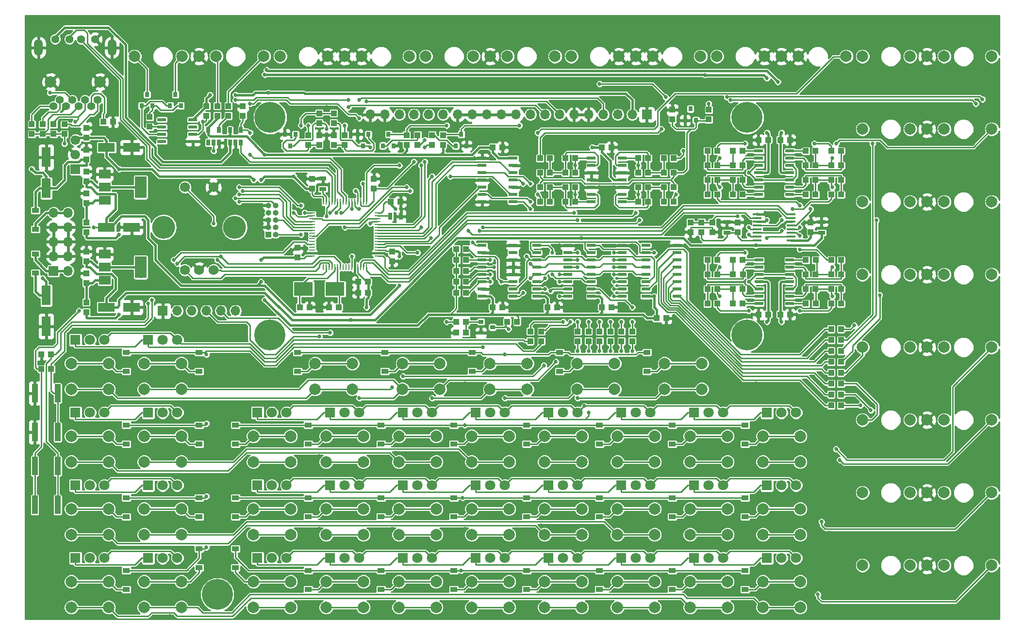
<source format=gtl>
G04 #@! TF.GenerationSoftware,KiCad,Pcbnew,(5.0.0-rc2-24-g81af2db)*
G04 #@! TF.CreationDate,2019-03-18T22:47:18-05:00*
G04 #@! TF.ProjectId,sequencer,73657175656E6365722E6B696361645F,1.0*
G04 #@! TF.SameCoordinates,Original*
G04 #@! TF.FileFunction,Copper,L1,Top,Signal*
G04 #@! TF.FilePolarity,Positive*
%FSLAX46Y46*%
G04 Gerber Fmt 4.6, Leading zero omitted, Abs format (unit mm)*
G04 Created by KiCad (PCBNEW (5.0.0-rc2-24-g81af2db)) date Monday, March 18, 2019 at 10:47:18 PM*
%MOMM*%
%LPD*%
G01*
G04 APERTURE LIST*
G04 #@! TA.AperFunction,ComponentPad*
%ADD10C,2.000000*%
G04 #@! TD*
G04 #@! TA.AperFunction,SMDPad,CuDef*
%ADD11R,0.800000X0.900000*%
G04 #@! TD*
G04 #@! TA.AperFunction,ComponentPad*
%ADD12C,1.400000*%
G04 #@! TD*
G04 #@! TA.AperFunction,ComponentPad*
%ADD13O,1.500000X2.900000*%
G04 #@! TD*
G04 #@! TA.AperFunction,ViaPad*
%ADD14C,0.700000*%
G04 #@! TD*
G04 #@! TA.AperFunction,SMDPad,CuDef*
%ADD15R,1.000000X1.000000*%
G04 #@! TD*
G04 #@! TA.AperFunction,ComponentPad*
%ADD16R,1.700000X1.700000*%
G04 #@! TD*
G04 #@! TA.AperFunction,ComponentPad*
%ADD17O,1.700000X1.700000*%
G04 #@! TD*
G04 #@! TA.AperFunction,ComponentPad*
%ADD18R,1.000000X1.000000*%
G04 #@! TD*
G04 #@! TA.AperFunction,ComponentPad*
%ADD19O,1.000000X1.000000*%
G04 #@! TD*
G04 #@! TA.AperFunction,SMDPad,CuDef*
%ADD20R,0.250000X1.000000*%
G04 #@! TD*
G04 #@! TA.AperFunction,SMDPad,CuDef*
%ADD21R,1.000000X0.250000*%
G04 #@! TD*
G04 #@! TA.AperFunction,SMDPad,CuDef*
%ADD22R,1.000000X3.200000*%
G04 #@! TD*
G04 #@! TA.AperFunction,SMDPad,CuDef*
%ADD23R,1.500000X0.600000*%
G04 #@! TD*
G04 #@! TA.AperFunction,SMDPad,CuDef*
%ADD24R,1.500000X0.450000*%
G04 #@! TD*
G04 #@! TA.AperFunction,SMDPad,CuDef*
%ADD25R,3.000000X1.600000*%
G04 #@! TD*
G04 #@! TA.AperFunction,SMDPad,CuDef*
%ADD26R,1.600000X3.500000*%
G04 #@! TD*
G04 #@! TA.AperFunction,SMDPad,CuDef*
%ADD27R,2.000000X3.800000*%
G04 #@! TD*
G04 #@! TA.AperFunction,SMDPad,CuDef*
%ADD28R,2.000000X1.500000*%
G04 #@! TD*
G04 #@! TA.AperFunction,SMDPad,CuDef*
%ADD29R,0.650000X1.060000*%
G04 #@! TD*
G04 #@! TA.AperFunction,ComponentPad*
%ADD30C,1.750000*%
G04 #@! TD*
G04 #@! TA.AperFunction,ComponentPad*
%ADD31O,4.000000X4.000000*%
G04 #@! TD*
G04 #@! TA.AperFunction,SMDPad,CuDef*
%ADD32R,0.900000X0.800000*%
G04 #@! TD*
G04 #@! TA.AperFunction,ComponentPad*
%ADD33R,1.800000X1.800000*%
G04 #@! TD*
G04 #@! TA.AperFunction,ComponentPad*
%ADD34C,1.800000*%
G04 #@! TD*
G04 #@! TA.AperFunction,ComponentPad*
%ADD35C,1.676400*%
G04 #@! TD*
G04 #@! TA.AperFunction,ComponentPad*
%ADD36R,1.676400X1.676400*%
G04 #@! TD*
G04 #@! TA.AperFunction,SMDPad,CuDef*
%ADD37R,1.550000X0.600000*%
G04 #@! TD*
G04 #@! TA.AperFunction,SMDPad,CuDef*
%ADD38R,3.325000X2.400000*%
G04 #@! TD*
G04 #@! TA.AperFunction,SMDPad,CuDef*
%ADD39R,1.300000X0.700000*%
G04 #@! TD*
G04 #@! TA.AperFunction,SMDPad,CuDef*
%ADD40R,0.700000X1.300000*%
G04 #@! TD*
G04 #@! TA.AperFunction,SMDPad,CuDef*
%ADD41R,1.200000X0.900000*%
G04 #@! TD*
G04 #@! TA.AperFunction,WasherPad*
%ADD42C,5.400000*%
G04 #@! TD*
G04 #@! TA.AperFunction,ComponentPad*
%ADD43C,5.400000*%
G04 #@! TD*
G04 #@! TA.AperFunction,ViaPad*
%ADD44C,0.685800*%
G04 #@! TD*
G04 #@! TA.AperFunction,Conductor*
%ADD45C,0.406400*%
G04 #@! TD*
G04 #@! TA.AperFunction,Conductor*
%ADD46C,0.254000*%
G04 #@! TD*
G04 APERTURE END LIST*
D10*
G04 #@! TO.P,J1,3*
G04 #@! TO.N,Net-(D2-Pad3)*
X96680000Y-45720000D03*
G04 #@! TO.P,J1,2*
G04 #@! TO.N,Net-(D42-Pad3)*
X104980000Y-45720000D03*
G04 #@! TO.P,J1,1*
G04 #@! TO.N,GND*
X107950000Y-45720000D03*
G04 #@! TD*
G04 #@! TO.P,J2,3*
G04 #@! TO.N,Net-(J2-Pad3)*
X119220000Y-45720000D03*
G04 #@! TO.P,J2,2*
G04 #@! TO.N,Net-(J2-Pad2)*
X110920000Y-45720000D03*
G04 #@! TO.P,J2,1*
G04 #@! TO.N,GND*
X107950000Y-45720000D03*
G04 #@! TD*
G04 #@! TO.P,J25,3*
G04 #@! TO.N,Net-(J25-Pad3)*
X223680000Y-134620000D03*
G04 #@! TO.P,J25,2*
G04 #@! TO.N,N/C*
X231980000Y-134620000D03*
G04 #@! TO.P,J25,1*
G04 #@! TO.N,GND*
X234950000Y-134620000D03*
G04 #@! TD*
G04 #@! TO.P,J24,3*
G04 #@! TO.N,CV7*
X246220000Y-121920000D03*
G04 #@! TO.P,J24,2*
G04 #@! TO.N,N/C*
X237920000Y-121920000D03*
G04 #@! TO.P,J24,1*
G04 #@! TO.N,GND*
X234950000Y-121920000D03*
G04 #@! TD*
G04 #@! TO.P,J18,3*
G04 #@! TO.N,CV4*
X246220000Y-83820000D03*
G04 #@! TO.P,J18,2*
G04 #@! TO.N,N/C*
X237920000Y-83820000D03*
G04 #@! TO.P,J18,1*
G04 #@! TO.N,GND*
X234950000Y-83820000D03*
G04 #@! TD*
G04 #@! TO.P,J3,3*
G04 #@! TO.N,Net-(J3-Pad3)*
X122080000Y-45720000D03*
G04 #@! TO.P,J3,2*
G04 #@! TO.N,GND*
X130380000Y-45720000D03*
G04 #@! TO.P,J3,1*
X133350000Y-45720000D03*
G04 #@! TD*
G04 #@! TO.P,J4,3*
G04 #@! TO.N,Net-(J4-Pad3)*
X144620000Y-45720000D03*
G04 #@! TO.P,J4,2*
G04 #@! TO.N,GND*
X136320000Y-45720000D03*
G04 #@! TO.P,J4,1*
X133350000Y-45720000D03*
G04 #@! TD*
G04 #@! TO.P,J5,3*
G04 #@! TO.N,Net-(J5-Pad3)*
X147480000Y-45720000D03*
G04 #@! TO.P,J5,2*
G04 #@! TO.N,N/C*
X155780000Y-45720000D03*
G04 #@! TO.P,J5,1*
G04 #@! TO.N,GND*
X158750000Y-45720000D03*
G04 #@! TD*
G04 #@! TO.P,J6,3*
G04 #@! TO.N,Net-(J6-Pad3)*
X170020000Y-45720000D03*
G04 #@! TO.P,J6,2*
G04 #@! TO.N,N/C*
X161720000Y-45720000D03*
G04 #@! TO.P,J6,1*
G04 #@! TO.N,GND*
X158750000Y-45720000D03*
G04 #@! TD*
G04 #@! TO.P,J7,3*
G04 #@! TO.N,Net-(J7-Pad3)*
X172880000Y-45720000D03*
G04 #@! TO.P,J7,2*
G04 #@! TO.N,GND*
X181180000Y-45720000D03*
G04 #@! TO.P,J7,1*
X184150000Y-45720000D03*
G04 #@! TD*
G04 #@! TO.P,J8,3*
G04 #@! TO.N,Net-(J8-Pad3)*
X195420000Y-45720000D03*
G04 #@! TO.P,J8,2*
G04 #@! TO.N,GND*
X187120000Y-45720000D03*
G04 #@! TO.P,J8,1*
X184150000Y-45720000D03*
G04 #@! TD*
G04 #@! TO.P,J9,3*
G04 #@! TO.N,Net-(J9-Pad3)*
X198280000Y-45720000D03*
G04 #@! TO.P,J9,2*
G04 #@! TO.N,GND*
X206580000Y-45720000D03*
G04 #@! TO.P,J9,1*
X209550000Y-45720000D03*
G04 #@! TD*
G04 #@! TO.P,J10,3*
G04 #@! TO.N,Net-(J10-Pad3)*
X220820000Y-45720000D03*
G04 #@! TO.P,J10,2*
G04 #@! TO.N,GND*
X212520000Y-45720000D03*
G04 #@! TO.P,J10,1*
X209550000Y-45720000D03*
G04 #@! TD*
G04 #@! TO.P,J11,3*
G04 #@! TO.N,Net-(J11-Pad3)*
X223680000Y-45720000D03*
G04 #@! TO.P,J11,2*
G04 #@! TO.N,N/C*
X231980000Y-45720000D03*
G04 #@! TO.P,J11,1*
G04 #@! TO.N,GND*
X234950000Y-45720000D03*
G04 #@! TD*
G04 #@! TO.P,J12,3*
G04 #@! TO.N,CV1*
X246220000Y-45720000D03*
G04 #@! TO.P,J12,2*
G04 #@! TO.N,N/C*
X237920000Y-45720000D03*
G04 #@! TO.P,J12,1*
G04 #@! TO.N,GND*
X234950000Y-45720000D03*
G04 #@! TD*
G04 #@! TO.P,J13,3*
G04 #@! TO.N,Net-(J13-Pad3)*
X223680000Y-58420000D03*
G04 #@! TO.P,J13,2*
G04 #@! TO.N,N/C*
X231980000Y-58420000D03*
G04 #@! TO.P,J13,1*
G04 #@! TO.N,GND*
X234950000Y-58420000D03*
G04 #@! TD*
G04 #@! TO.P,J14,3*
G04 #@! TO.N,CV2*
X246220000Y-58420000D03*
G04 #@! TO.P,J14,2*
G04 #@! TO.N,N/C*
X237920000Y-58420000D03*
G04 #@! TO.P,J14,1*
G04 #@! TO.N,GND*
X234950000Y-58420000D03*
G04 #@! TD*
G04 #@! TO.P,J15,3*
G04 #@! TO.N,Net-(J15-Pad3)*
X223680000Y-71120000D03*
G04 #@! TO.P,J15,2*
G04 #@! TO.N,N/C*
X231980000Y-71120000D03*
G04 #@! TO.P,J15,1*
G04 #@! TO.N,GND*
X234950000Y-71120000D03*
G04 #@! TD*
G04 #@! TO.P,J16,3*
G04 #@! TO.N,CV3*
X246220000Y-71120000D03*
G04 #@! TO.P,J16,2*
G04 #@! TO.N,N/C*
X237920000Y-71120000D03*
G04 #@! TO.P,J16,1*
G04 #@! TO.N,GND*
X234950000Y-71120000D03*
G04 #@! TD*
G04 #@! TO.P,J17,3*
G04 #@! TO.N,Net-(J17-Pad3)*
X223680000Y-83820000D03*
G04 #@! TO.P,J17,2*
G04 #@! TO.N,N/C*
X231980000Y-83820000D03*
G04 #@! TO.P,J17,1*
G04 #@! TO.N,GND*
X234950000Y-83820000D03*
G04 #@! TD*
G04 #@! TO.P,J19,3*
G04 #@! TO.N,Net-(J19-Pad3)*
X223680000Y-96520000D03*
G04 #@! TO.P,J19,2*
G04 #@! TO.N,N/C*
X231980000Y-96520000D03*
G04 #@! TO.P,J19,1*
G04 #@! TO.N,GND*
X234950000Y-96520000D03*
G04 #@! TD*
G04 #@! TO.P,J20,3*
G04 #@! TO.N,CV5*
X246220000Y-96520000D03*
G04 #@! TO.P,J20,2*
G04 #@! TO.N,N/C*
X237920000Y-96520000D03*
G04 #@! TO.P,J20,1*
G04 #@! TO.N,GND*
X234950000Y-96520000D03*
G04 #@! TD*
G04 #@! TO.P,J21,3*
G04 #@! TO.N,Net-(J21-Pad3)*
X223680000Y-109220000D03*
G04 #@! TO.P,J21,2*
G04 #@! TO.N,N/C*
X231980000Y-109220000D03*
G04 #@! TO.P,J21,1*
G04 #@! TO.N,GND*
X234950000Y-109220000D03*
G04 #@! TD*
G04 #@! TO.P,J22,3*
G04 #@! TO.N,CV6*
X246220000Y-109220000D03*
G04 #@! TO.P,J22,2*
G04 #@! TO.N,N/C*
X237920000Y-109220000D03*
G04 #@! TO.P,J22,1*
G04 #@! TO.N,GND*
X234950000Y-109220000D03*
G04 #@! TD*
G04 #@! TO.P,J23,3*
G04 #@! TO.N,Net-(J23-Pad3)*
X223680000Y-121920000D03*
G04 #@! TO.P,J23,2*
G04 #@! TO.N,N/C*
X231980000Y-121920000D03*
G04 #@! TO.P,J23,1*
G04 #@! TO.N,GND*
X234950000Y-121920000D03*
G04 #@! TD*
G04 #@! TO.P,J26,3*
G04 #@! TO.N,CV8*
X246220000Y-134620000D03*
G04 #@! TO.P,J26,2*
G04 #@! TO.N,N/C*
X237920000Y-134620000D03*
G04 #@! TO.P,J26,1*
G04 #@! TO.N,GND*
X234950000Y-134620000D03*
G04 #@! TD*
D11*
G04 #@! TO.P,D2,1*
G04 #@! TO.N,Net-(D2-Pad1)*
X97922000Y-54356000D03*
G04 #@! TO.P,D2,2*
G04 #@! TO.N,Net-(D2-Pad2)*
X99822000Y-54356000D03*
G04 #@! TO.P,D2,3*
G04 #@! TO.N,Net-(D2-Pad3)*
X98872000Y-52356000D03*
G04 #@! TD*
D12*
G04 #@! TO.P,JP1,4*
G04 #@! TO.N,GND*
X89834600Y-42697400D03*
G04 #@! TO.P,JP1,3*
G04 #@! TO.N,USB_D+*
X87334600Y-42697400D03*
G04 #@! TO.P,JP1,2*
G04 #@! TO.N,USB_D-*
X85334600Y-42697400D03*
G04 #@! TO.P,JP1,1*
G04 #@! TO.N,USB_5V*
X82834600Y-42697400D03*
D13*
G04 #@! TO.P,JP1,5*
G04 #@! TO.N,GND*
X92734600Y-44197400D03*
X79934600Y-44197400D03*
G04 #@! TD*
D14*
G04 #@! TO.N,GND*
G04 #@! TO.C,REF\002A\002A*
X130175000Y-60960000D03*
G04 #@! TD*
G04 #@! TO.N,GND*
G04 #@! TO.C,REF\002A\002A*
X96520000Y-91440000D03*
G04 #@! TD*
G04 #@! TO.N,GND*
G04 #@! TO.C,REF\002A\002A*
X134620000Y-88900000D03*
G04 #@! TD*
G04 #@! TO.N,GND*
G04 #@! TO.C,REF\002A\002A*
X145415000Y-66675000D03*
G04 #@! TD*
G04 #@! TO.N,GND*
G04 #@! TO.C,REF\002A\002A*
X200025000Y-75565000D03*
G04 #@! TD*
G04 #@! TO.N,GND*
G04 #@! TO.C,REF\002A\002A*
X163830000Y-93980000D03*
G04 #@! TD*
G04 #@! TO.N,GND*
G04 #@! TO.C,REF\002A\002A*
X247015000Y-143510000D03*
G04 #@! TD*
G04 #@! TO.N,GND*
G04 #@! TO.C,REF\002A\002A*
X230505000Y-143510000D03*
G04 #@! TD*
G04 #@! TO.N,GND*
G04 #@! TO.C,REF\002A\002A*
X217805000Y-143510000D03*
G04 #@! TD*
G04 #@! TO.N,GND*
G04 #@! TO.C,REF\002A\002A*
X205105000Y-143510000D03*
G04 #@! TD*
G04 #@! TO.N,GND*
G04 #@! TO.C,REF\002A\002A*
X192405000Y-143510000D03*
G04 #@! TD*
G04 #@! TO.N,GND*
G04 #@! TO.C,REF\002A\002A*
X179705000Y-143510000D03*
G04 #@! TD*
G04 #@! TO.N,GND*
G04 #@! TO.C,REF\002A\002A*
X167005000Y-143510000D03*
G04 #@! TD*
G04 #@! TO.N,GND*
G04 #@! TO.C,REF\002A\002A*
X154305000Y-143510000D03*
G04 #@! TD*
G04 #@! TO.N,GND*
G04 #@! TO.C,REF\002A\002A*
X141605000Y-143510000D03*
G04 #@! TD*
G04 #@! TO.N,GND*
G04 #@! TO.C,REF\002A\002A*
X128905000Y-143510000D03*
G04 #@! TD*
G04 #@! TO.N,GND*
G04 #@! TO.C,REF\002A\002A*
X116205000Y-143510000D03*
G04 #@! TD*
G04 #@! TO.N,GND*
G04 #@! TO.C,REF\002A\002A*
X102870000Y-143510000D03*
G04 #@! TD*
G04 #@! TO.N,GND*
G04 #@! TO.C,REF\002A\002A*
X90805000Y-143510000D03*
G04 #@! TD*
G04 #@! TO.N,GND*
G04 #@! TO.C,REF\002A\002A*
X78105000Y-143510000D03*
G04 #@! TD*
G04 #@! TO.N,GND*
G04 #@! TO.C,REF\002A\002A*
X247015000Y-128270000D03*
G04 #@! TD*
G04 #@! TO.N,GND*
G04 #@! TO.C,REF\002A\002A*
X230505000Y-129286000D03*
G04 #@! TD*
G04 #@! TO.N,GND*
G04 #@! TO.C,REF\002A\002A*
X217805000Y-128905000D03*
G04 #@! TD*
G04 #@! TO.N,GND*
G04 #@! TO.C,REF\002A\002A*
X205105000Y-128270000D03*
G04 #@! TD*
G04 #@! TO.N,GND*
G04 #@! TO.C,REF\002A\002A*
X192405000Y-128270000D03*
G04 #@! TD*
G04 #@! TO.N,GND*
G04 #@! TO.C,REF\002A\002A*
X180340000Y-127635000D03*
G04 #@! TD*
G04 #@! TO.N,GND*
G04 #@! TO.C,REF\002A\002A*
X167640000Y-127635000D03*
G04 #@! TD*
G04 #@! TO.N,GND*
G04 #@! TO.C,REF\002A\002A*
X154305000Y-128270000D03*
G04 #@! TD*
G04 #@! TO.N,GND*
G04 #@! TO.C,REF\002A\002A*
X141605000Y-128270000D03*
G04 #@! TD*
G04 #@! TO.N,GND*
G04 #@! TO.C,REF\002A\002A*
X128905000Y-128270000D03*
G04 #@! TD*
G04 #@! TO.N,GND*
G04 #@! TO.C,REF\002A\002A*
X115570000Y-129540000D03*
G04 #@! TD*
G04 #@! TO.N,GND*
G04 #@! TO.C,REF\002A\002A*
X104140000Y-127635000D03*
G04 #@! TD*
G04 #@! TO.N,GND*
G04 #@! TO.C,REF\002A\002A*
X91440000Y-127635000D03*
G04 #@! TD*
G04 #@! TO.N,GND*
G04 #@! TO.C,REF\002A\002A*
X78105000Y-128270000D03*
G04 #@! TD*
G04 #@! TO.N,GND*
G04 #@! TO.C,REF\002A\002A*
X247015000Y-115570000D03*
G04 #@! TD*
G04 #@! TO.N,GND*
G04 #@! TO.C,REF\002A\002A*
X231267000Y-117983000D03*
G04 #@! TD*
G04 #@! TO.N,GND*
G04 #@! TO.C,REF\002A\002A*
X217805000Y-115570000D03*
G04 #@! TD*
G04 #@! TO.N,GND*
G04 #@! TO.C,REF\002A\002A*
X205105000Y-115570000D03*
G04 #@! TD*
G04 #@! TO.N,GND*
G04 #@! TO.C,REF\002A\002A*
X192405000Y-115570000D03*
G04 #@! TD*
G04 #@! TO.N,GND*
G04 #@! TO.C,REF\002A\002A*
X179705000Y-115570000D03*
G04 #@! TD*
G04 #@! TO.N,GND*
G04 #@! TO.C,REF\002A\002A*
X167005000Y-115570000D03*
G04 #@! TD*
G04 #@! TO.N,GND*
G04 #@! TO.C,REF\002A\002A*
X154940000Y-114935000D03*
G04 #@! TD*
G04 #@! TO.N,GND*
G04 #@! TO.C,REF\002A\002A*
X142240000Y-114935000D03*
G04 #@! TD*
G04 #@! TO.N,GND*
G04 #@! TO.C,REF\002A\002A*
X128905000Y-115570000D03*
G04 #@! TD*
G04 #@! TO.N,GND*
G04 #@! TO.C,REF\002A\002A*
X115570000Y-116840000D03*
G04 #@! TD*
G04 #@! TO.N,GND*
G04 #@! TO.C,REF\002A\002A*
X104140000Y-114935000D03*
G04 #@! TD*
G04 #@! TO.N,GND*
G04 #@! TO.C,REF\002A\002A*
X91440000Y-114935000D03*
G04 #@! TD*
G04 #@! TO.N,GND*
G04 #@! TO.C,REF\002A\002A*
X78105000Y-115570000D03*
G04 #@! TD*
G04 #@! TO.N,GND*
G04 #@! TO.C,REF\002A\002A*
X247015000Y-102870000D03*
G04 #@! TD*
G04 #@! TO.N,GND*
G04 #@! TO.C,REF\002A\002A*
X230505000Y-102870000D03*
G04 #@! TD*
G04 #@! TO.N,GND*
G04 #@! TO.C,REF\002A\002A*
X205105000Y-102870000D03*
G04 #@! TD*
G04 #@! TO.N,GND*
G04 #@! TO.C,REF\002A\002A*
X192405000Y-102870000D03*
G04 #@! TD*
G04 #@! TO.N,GND*
G04 #@! TO.C,REF\002A\002A*
X179705000Y-102235000D03*
G04 #@! TD*
G04 #@! TO.N,GND*
G04 #@! TO.C,REF\002A\002A*
X167005000Y-103505000D03*
G04 #@! TD*
G04 #@! TO.N,GND*
G04 #@! TO.C,REF\002A\002A*
X154305000Y-102870000D03*
G04 #@! TD*
G04 #@! TO.N,GND*
G04 #@! TO.C,REF\002A\002A*
X142240000Y-101600000D03*
G04 #@! TD*
G04 #@! TO.N,GND*
G04 #@! TO.C,REF\002A\002A*
X128905000Y-101600000D03*
G04 #@! TD*
G04 #@! TO.N,GND*
G04 #@! TO.C,REF\002A\002A*
X116205000Y-102870000D03*
G04 #@! TD*
G04 #@! TO.N,GND*
G04 #@! TO.C,REF\002A\002A*
X104140000Y-102235000D03*
G04 #@! TD*
G04 #@! TO.N,GND*
G04 #@! TO.C,REF\002A\002A*
X91440000Y-102235000D03*
G04 #@! TD*
G04 #@! TO.N,GND*
G04 #@! TO.C,REF\002A\002A*
X78105000Y-102235000D03*
G04 #@! TD*
G04 #@! TO.N,GND*
G04 #@! TO.C,REF\002A\002A*
X247015000Y-90170000D03*
G04 #@! TD*
G04 #@! TO.N,GND*
G04 #@! TO.C,REF\002A\002A*
X230505000Y-90170000D03*
G04 #@! TD*
G04 #@! TO.N,GND*
G04 #@! TO.C,REF\002A\002A*
X217805000Y-90805000D03*
G04 #@! TD*
G04 #@! TO.N,GND*
G04 #@! TO.C,REF\002A\002A*
X201295000Y-91440000D03*
G04 #@! TD*
G04 #@! TO.N,GND*
G04 #@! TO.C,REF\002A\002A*
X191770000Y-92710000D03*
G04 #@! TD*
G04 #@! TO.N,GND*
G04 #@! TO.C,REF\002A\002A*
X183515000Y-88265000D03*
G04 #@! TD*
G04 #@! TO.N,GND*
G04 #@! TO.C,REF\002A\002A*
X167005000Y-89535000D03*
G04 #@! TD*
G04 #@! TO.N,GND*
G04 #@! TO.C,REF\002A\002A*
X154940000Y-89535000D03*
G04 #@! TD*
G04 #@! TO.N,GND*
G04 #@! TO.C,REF\002A\002A*
X141605000Y-90170000D03*
G04 #@! TD*
G04 #@! TO.N,GND*
G04 #@! TO.C,REF\002A\002A*
X128905000Y-88265000D03*
G04 #@! TD*
G04 #@! TO.N,GND*
G04 #@! TO.C,REF\002A\002A*
X116205000Y-90170000D03*
G04 #@! TD*
G04 #@! TO.N,GND*
G04 #@! TO.C,REF\002A\002A*
X103505000Y-88265000D03*
G04 #@! TD*
G04 #@! TO.N,GND*
G04 #@! TO.C,REF\002A\002A*
X89535000Y-90170000D03*
G04 #@! TD*
G04 #@! TO.N,GND*
G04 #@! TO.C,REF\002A\002A*
X78105000Y-90170000D03*
G04 #@! TD*
G04 #@! TO.N,GND*
G04 #@! TO.C,REF\002A\002A*
X247015000Y-77470000D03*
G04 #@! TD*
G04 #@! TO.N,GND*
G04 #@! TO.C,REF\002A\002A*
X230505000Y-77470000D03*
G04 #@! TD*
G04 #@! TO.N,GND*
G04 #@! TO.C,REF\002A\002A*
X217805000Y-77470000D03*
G04 #@! TD*
G04 #@! TO.N,GND*
G04 #@! TO.C,REF\002A\002A*
X205105000Y-80010000D03*
G04 #@! TD*
G04 #@! TO.N,GND*
G04 #@! TO.C,REF\002A\002A*
X191770000Y-76200000D03*
G04 #@! TD*
G04 #@! TO.N,GND*
G04 #@! TO.C,REF\002A\002A*
X186690000Y-74295000D03*
G04 #@! TD*
G04 #@! TO.N,GND*
G04 #@! TO.C,REF\002A\002A*
X155575000Y-72390000D03*
G04 #@! TD*
G04 #@! TO.N,GND*
G04 #@! TO.C,REF\002A\002A*
X141605000Y-82550000D03*
G04 #@! TD*
G04 #@! TO.N,GND*
G04 #@! TO.C,REF\002A\002A*
X132715000Y-77470000D03*
G04 #@! TD*
G04 #@! TO.N,GND*
G04 #@! TO.C,REF\002A\002A*
X116205000Y-77470000D03*
G04 #@! TD*
G04 #@! TO.N,GND*
G04 #@! TO.C,REF\002A\002A*
X103505000Y-77470000D03*
G04 #@! TD*
G04 #@! TO.N,GND*
G04 #@! TO.C,REF\002A\002A*
X90805000Y-78740000D03*
G04 #@! TD*
G04 #@! TO.N,GND*
G04 #@! TO.C,REF\002A\002A*
X78105000Y-77470000D03*
G04 #@! TD*
G04 #@! TO.N,GND*
G04 #@! TO.C,REF\002A\002A*
X247015000Y-64770000D03*
G04 #@! TD*
G04 #@! TO.N,GND*
G04 #@! TO.C,REF\002A\002A*
X230505000Y-64770000D03*
G04 #@! TD*
G04 #@! TO.N,GND*
G04 #@! TO.C,REF\002A\002A*
X216535000Y-59690000D03*
G04 #@! TD*
G04 #@! TO.N,GND*
G04 #@! TO.C,REF\002A\002A*
X203835000Y-59690000D03*
G04 #@! TD*
G04 #@! TO.N,GND*
G04 #@! TO.C,REF\002A\002A*
X192405000Y-67310000D03*
G04 #@! TD*
G04 #@! TO.N,GND*
G04 #@! TO.C,REF\002A\002A*
X182880000Y-60325000D03*
G04 #@! TD*
G04 #@! TO.N,GND*
G04 #@! TO.C,REF\002A\002A*
X165735000Y-64770000D03*
G04 #@! TD*
G04 #@! TO.N,GND*
G04 #@! TO.C,REF\002A\002A*
X153670000Y-67945000D03*
G04 #@! TD*
G04 #@! TO.N,GND*
G04 #@! TO.C,REF\002A\002A*
X141605000Y-66040000D03*
G04 #@! TD*
G04 #@! TO.N,GND*
G04 #@! TO.C,REF\002A\002A*
X125730000Y-69850000D03*
G04 #@! TD*
G04 #@! TO.N,GND*
G04 #@! TO.C,REF\002A\002A*
X114300000Y-57150000D03*
G04 #@! TD*
G04 #@! TO.N,GND*
G04 #@! TO.C,REF\002A\002A*
X103505000Y-62865000D03*
G04 #@! TD*
G04 #@! TO.N,GND*
G04 #@! TO.C,REF\002A\002A*
X90805000Y-64770000D03*
G04 #@! TD*
G04 #@! TO.N,GND*
G04 #@! TO.C,REF\002A\002A*
X78105000Y-64135000D03*
G04 #@! TD*
G04 #@! TO.N,GND*
G04 #@! TO.C,REF\002A\002A*
X247015000Y-52070000D03*
G04 #@! TD*
G04 #@! TO.N,GND*
G04 #@! TO.C,REF\002A\002A*
X230505000Y-52070000D03*
G04 #@! TD*
G04 #@! TO.N,GND*
G04 #@! TO.C,REF\002A\002A*
X217805000Y-52070000D03*
G04 #@! TD*
G04 #@! TO.N,GND*
G04 #@! TO.C,REF\002A\002A*
X205740000Y-51435000D03*
G04 #@! TD*
G04 #@! TO.N,GND*
G04 #@! TO.C,REF\002A\002A*
X193675000Y-53340000D03*
G04 #@! TD*
G04 #@! TO.N,GND*
G04 #@! TO.C,REF\002A\002A*
X180975000Y-53340000D03*
G04 #@! TD*
G04 #@! TO.N,GND*
G04 #@! TO.C,REF\002A\002A*
X168275000Y-50800000D03*
G04 #@! TD*
G04 #@! TO.N,GND*
G04 #@! TO.C,REF\002A\002A*
X155575000Y-50800000D03*
G04 #@! TD*
G04 #@! TO.N,GND*
G04 #@! TO.C,REF\002A\002A*
X142875000Y-50800000D03*
G04 #@! TD*
G04 #@! TO.N,GND*
G04 #@! TO.C,REF\002A\002A*
X130175000Y-54610000D03*
G04 #@! TD*
G04 #@! TO.N,GND*
G04 #@! TO.C,REF\002A\002A*
X116205000Y-50800000D03*
G04 #@! TD*
G04 #@! TO.N,GND*
G04 #@! TO.C,REF\002A\002A*
X105664000Y-51308000D03*
G04 #@! TD*
G04 #@! TO.N,GND*
G04 #@! TO.C,REF\002A\002A*
X92710000Y-51435000D03*
G04 #@! TD*
G04 #@! TO.N,GND*
G04 #@! TO.C,REF\002A\002A*
X78105000Y-52070000D03*
G04 #@! TD*
G04 #@! TO.N,GND*
G04 #@! TO.C,REF\002A\002A*
X247015000Y-39370000D03*
G04 #@! TD*
G04 #@! TO.N,GND*
G04 #@! TO.C,REF\002A\002A*
X230505000Y-39370000D03*
G04 #@! TD*
G04 #@! TO.N,GND*
G04 #@! TO.C,REF\002A\002A*
X217805000Y-39370000D03*
G04 #@! TD*
G04 #@! TO.N,GND*
G04 #@! TO.C,REF\002A\002A*
X205105000Y-39370000D03*
G04 #@! TD*
G04 #@! TO.N,GND*
G04 #@! TO.C,REF\002A\002A*
X192405000Y-39370000D03*
G04 #@! TD*
G04 #@! TO.N,GND*
G04 #@! TO.C,REF\002A\002A*
X179705000Y-39370000D03*
G04 #@! TD*
G04 #@! TO.N,GND*
G04 #@! TO.C,REF\002A\002A*
X167005000Y-39370000D03*
G04 #@! TD*
G04 #@! TO.N,GND*
G04 #@! TO.C,REF\002A\002A*
X154305000Y-39370000D03*
G04 #@! TD*
G04 #@! TO.N,GND*
G04 #@! TO.C,REF\002A\002A*
X141605000Y-39370000D03*
G04 #@! TD*
G04 #@! TO.N,GND*
G04 #@! TO.C,REF\002A\002A*
X128905000Y-39370000D03*
G04 #@! TD*
G04 #@! TO.N,GND*
G04 #@! TO.C,REF\002A\002A*
X116205000Y-39370000D03*
G04 #@! TD*
G04 #@! TO.N,GND*
G04 #@! TO.C,REF\002A\002A*
X103505000Y-39370000D03*
G04 #@! TD*
G04 #@! TO.N,GND*
G04 #@! TO.C,REF\002A\002A*
X90805000Y-39370000D03*
G04 #@! TD*
D15*
G04 #@! TO.P,R70,2*
G04 #@! TO.N,Net-(R70-Pad2)*
X165735000Y-93765000D03*
G04 #@! TO.P,R70,1*
G04 #@! TO.N,GCOL3*
X165735000Y-95465000D03*
G04 #@! TD*
D16*
G04 #@! TO.P,JP6,1*
G04 #@! TO.N,GND*
X101600000Y-90170000D03*
D17*
G04 #@! TO.P,JP6,2*
G04 #@! TO.N,N/C*
X104140000Y-90170000D03*
G04 #@! TO.P,JP6,3*
X106680000Y-90170000D03*
G04 #@! TO.P,JP6,4*
G04 #@! TO.N,SYS_RX*
X109220000Y-90170000D03*
G04 #@! TO.P,JP6,5*
G04 #@! TO.N,SYS_TX*
X111760000Y-90170000D03*
G04 #@! TO.P,JP6,6*
G04 #@! TO.N,N/C*
X114300000Y-90170000D03*
G04 #@! TD*
D18*
G04 #@! TO.P,JP4,1*
G04 #@! TO.N,+3V3*
X120015000Y-76835000D03*
D19*
G04 #@! TO.P,JP4,2*
G04 #@! TO.N,SYS_JTMS*
X121285000Y-76835000D03*
G04 #@! TO.P,JP4,3*
G04 #@! TO.N,GND*
X120015000Y-75565000D03*
G04 #@! TO.P,JP4,4*
G04 #@! TO.N,SYS_JTCK*
X121285000Y-75565000D03*
G04 #@! TO.P,JP4,5*
G04 #@! TO.N,GND*
X120015000Y-74295000D03*
G04 #@! TO.P,JP4,6*
G04 #@! TO.N,SYS_JTDO*
X121285000Y-74295000D03*
G04 #@! TO.P,JP4,7*
G04 #@! TO.N,N/C*
X120015000Y-73025000D03*
G04 #@! TO.P,JP4,8*
G04 #@! TO.N,SYS_JTDI*
X121285000Y-73025000D03*
G04 #@! TO.P,JP4,9*
G04 #@! TO.N,GND*
X120015000Y-71755000D03*
G04 #@! TO.P,JP4,10*
G04 #@! TO.N,RESET*
X121285000Y-71755000D03*
G04 #@! TD*
D10*
G04 #@! TO.P,SW39,1*
G04 #@! TO.N,ROW7*
X206300000Y-141950000D03*
G04 #@! TO.P,SW39,2*
X212800000Y-141950000D03*
G04 #@! TO.P,SW39,4*
G04 #@! TO.N,Net-(D41-Pad1)*
X212800000Y-137450000D03*
G04 #@! TO.P,SW39,3*
X206300000Y-137450000D03*
G04 #@! TD*
G04 #@! TO.P,SW38,1*
G04 #@! TO.N,ROW6*
X193600000Y-141950000D03*
G04 #@! TO.P,SW38,2*
X200100000Y-141950000D03*
G04 #@! TO.P,SW38,4*
G04 #@! TO.N,Net-(D40-Pad1)*
X200100000Y-137450000D03*
G04 #@! TO.P,SW38,3*
X193600000Y-137450000D03*
G04 #@! TD*
G04 #@! TO.P,SW37,1*
G04 #@! TO.N,ROW5*
X180900000Y-141950000D03*
G04 #@! TO.P,SW37,2*
X187400000Y-141950000D03*
G04 #@! TO.P,SW37,4*
G04 #@! TO.N,Net-(D39-Pad1)*
X187400000Y-137450000D03*
G04 #@! TO.P,SW37,3*
X180900000Y-137450000D03*
G04 #@! TD*
G04 #@! TO.P,SW36,1*
G04 #@! TO.N,ROW4*
X168200000Y-141950000D03*
G04 #@! TO.P,SW36,2*
X174700000Y-141950000D03*
G04 #@! TO.P,SW36,4*
G04 #@! TO.N,Net-(D38-Pad1)*
X174700000Y-137450000D03*
G04 #@! TO.P,SW36,3*
X168200000Y-137450000D03*
G04 #@! TD*
G04 #@! TO.P,SW35,1*
G04 #@! TO.N,ROW3*
X155500000Y-141950000D03*
G04 #@! TO.P,SW35,2*
X162000000Y-141950000D03*
G04 #@! TO.P,SW35,4*
G04 #@! TO.N,Net-(D37-Pad1)*
X162000000Y-137450000D03*
G04 #@! TO.P,SW35,3*
X155500000Y-137450000D03*
G04 #@! TD*
G04 #@! TO.P,SW34,1*
G04 #@! TO.N,ROW2*
X142800000Y-141950000D03*
G04 #@! TO.P,SW34,2*
X149300000Y-141950000D03*
G04 #@! TO.P,SW34,4*
G04 #@! TO.N,Net-(D36-Pad1)*
X149300000Y-137450000D03*
G04 #@! TO.P,SW34,3*
X142800000Y-137450000D03*
G04 #@! TD*
G04 #@! TO.P,SW33,1*
G04 #@! TO.N,ROW1*
X130100000Y-141950000D03*
G04 #@! TO.P,SW33,2*
X136600000Y-141950000D03*
G04 #@! TO.P,SW33,4*
G04 #@! TO.N,Net-(D35-Pad1)*
X136600000Y-137450000D03*
G04 #@! TO.P,SW33,3*
X130100000Y-137450000D03*
G04 #@! TD*
G04 #@! TO.P,SW32,1*
G04 #@! TO.N,ROW0*
X117400000Y-141950000D03*
G04 #@! TO.P,SW32,2*
X123900000Y-141950000D03*
G04 #@! TO.P,SW32,4*
G04 #@! TO.N,Net-(D33-Pad1)*
X123900000Y-137450000D03*
G04 #@! TO.P,SW32,3*
X117400000Y-137450000D03*
G04 #@! TD*
G04 #@! TO.P,SW29,1*
G04 #@! TO.N,ROW7*
X206300000Y-129250000D03*
G04 #@! TO.P,SW29,2*
X212800000Y-129250000D03*
G04 #@! TO.P,SW29,4*
G04 #@! TO.N,Net-(D31-Pad1)*
X212800000Y-124750000D03*
G04 #@! TO.P,SW29,3*
X206300000Y-124750000D03*
G04 #@! TD*
G04 #@! TO.P,SW28,1*
G04 #@! TO.N,ROW6*
X193600000Y-129250000D03*
G04 #@! TO.P,SW28,2*
X200100000Y-129250000D03*
G04 #@! TO.P,SW28,4*
G04 #@! TO.N,Net-(D30-Pad1)*
X200100000Y-124750000D03*
G04 #@! TO.P,SW28,3*
X193600000Y-124750000D03*
G04 #@! TD*
G04 #@! TO.P,SW27,1*
G04 #@! TO.N,ROW5*
X180900000Y-129250000D03*
G04 #@! TO.P,SW27,2*
X187400000Y-129250000D03*
G04 #@! TO.P,SW27,4*
G04 #@! TO.N,Net-(D29-Pad1)*
X187400000Y-124750000D03*
G04 #@! TO.P,SW27,3*
X180900000Y-124750000D03*
G04 #@! TD*
G04 #@! TO.P,SW26,1*
G04 #@! TO.N,ROW4*
X168200000Y-129250000D03*
G04 #@! TO.P,SW26,2*
X174700000Y-129250000D03*
G04 #@! TO.P,SW26,4*
G04 #@! TO.N,Net-(D28-Pad1)*
X174700000Y-124750000D03*
G04 #@! TO.P,SW26,3*
X168200000Y-124750000D03*
G04 #@! TD*
G04 #@! TO.P,SW25,1*
G04 #@! TO.N,ROW3*
X155500000Y-129250000D03*
G04 #@! TO.P,SW25,2*
X162000000Y-129250000D03*
G04 #@! TO.P,SW25,4*
G04 #@! TO.N,Net-(D27-Pad1)*
X162000000Y-124750000D03*
G04 #@! TO.P,SW25,3*
X155500000Y-124750000D03*
G04 #@! TD*
G04 #@! TO.P,SW24,1*
G04 #@! TO.N,ROW2*
X142800000Y-129250000D03*
G04 #@! TO.P,SW24,2*
X149300000Y-129250000D03*
G04 #@! TO.P,SW24,4*
G04 #@! TO.N,Net-(D26-Pad1)*
X149300000Y-124750000D03*
G04 #@! TO.P,SW24,3*
X142800000Y-124750000D03*
G04 #@! TD*
G04 #@! TO.P,SW23,1*
G04 #@! TO.N,ROW1*
X130100000Y-129250000D03*
G04 #@! TO.P,SW23,2*
X136600000Y-129250000D03*
G04 #@! TO.P,SW23,4*
G04 #@! TO.N,Net-(D25-Pad1)*
X136600000Y-124750000D03*
G04 #@! TO.P,SW23,3*
X130100000Y-124750000D03*
G04 #@! TD*
G04 #@! TO.P,SW22,1*
G04 #@! TO.N,ROW0*
X117400000Y-129250000D03*
G04 #@! TO.P,SW22,2*
X123900000Y-129250000D03*
G04 #@! TO.P,SW22,4*
G04 #@! TO.N,Net-(D24-Pad1)*
X123900000Y-124750000D03*
G04 #@! TO.P,SW22,3*
X117400000Y-124750000D03*
G04 #@! TD*
G04 #@! TO.P,SW18,1*
G04 #@! TO.N,ROW7*
X206300000Y-116550000D03*
G04 #@! TO.P,SW18,2*
X212800000Y-116550000D03*
G04 #@! TO.P,SW18,4*
G04 #@! TO.N,Net-(D21-Pad1)*
X212800000Y-112050000D03*
G04 #@! TO.P,SW18,3*
X206300000Y-112050000D03*
G04 #@! TD*
G04 #@! TO.P,SW17,1*
G04 #@! TO.N,ROW6*
X193600000Y-116550000D03*
G04 #@! TO.P,SW17,2*
X200100000Y-116550000D03*
G04 #@! TO.P,SW17,4*
G04 #@! TO.N,Net-(D20-Pad1)*
X200100000Y-112050000D03*
G04 #@! TO.P,SW17,3*
X193600000Y-112050000D03*
G04 #@! TD*
G04 #@! TO.P,SW16,1*
G04 #@! TO.N,ROW5*
X180900000Y-116550000D03*
G04 #@! TO.P,SW16,2*
X187400000Y-116550000D03*
G04 #@! TO.P,SW16,4*
G04 #@! TO.N,Net-(D19-Pad1)*
X187400000Y-112050000D03*
G04 #@! TO.P,SW16,3*
X180900000Y-112050000D03*
G04 #@! TD*
G04 #@! TO.P,SW15,1*
G04 #@! TO.N,ROW4*
X168200000Y-116550000D03*
G04 #@! TO.P,SW15,2*
X174700000Y-116550000D03*
G04 #@! TO.P,SW15,4*
G04 #@! TO.N,Net-(D18-Pad1)*
X174700000Y-112050000D03*
G04 #@! TO.P,SW15,3*
X168200000Y-112050000D03*
G04 #@! TD*
G04 #@! TO.P,SW14,1*
G04 #@! TO.N,ROW3*
X155500000Y-116550000D03*
G04 #@! TO.P,SW14,2*
X162000000Y-116550000D03*
G04 #@! TO.P,SW14,4*
G04 #@! TO.N,Net-(D17-Pad1)*
X162000000Y-112050000D03*
G04 #@! TO.P,SW14,3*
X155500000Y-112050000D03*
G04 #@! TD*
G04 #@! TO.P,SW13,1*
G04 #@! TO.N,ROW2*
X142800000Y-116550000D03*
G04 #@! TO.P,SW13,2*
X149300000Y-116550000D03*
G04 #@! TO.P,SW13,4*
G04 #@! TO.N,Net-(D16-Pad1)*
X149300000Y-112050000D03*
G04 #@! TO.P,SW13,3*
X142800000Y-112050000D03*
G04 #@! TD*
G04 #@! TO.P,SW12,1*
G04 #@! TO.N,ROW1*
X130100000Y-116550000D03*
G04 #@! TO.P,SW12,2*
X136600000Y-116550000D03*
G04 #@! TO.P,SW12,4*
G04 #@! TO.N,Net-(D15-Pad1)*
X136600000Y-112050000D03*
G04 #@! TO.P,SW12,3*
X130100000Y-112050000D03*
G04 #@! TD*
G04 #@! TO.P,SW11,1*
G04 #@! TO.N,ROW0*
X117400000Y-116550000D03*
G04 #@! TO.P,SW11,2*
X123900000Y-116550000D03*
G04 #@! TO.P,SW11,4*
G04 #@! TO.N,Net-(D14-Pad1)*
X123900000Y-112050000D03*
G04 #@! TO.P,SW11,3*
X117400000Y-112050000D03*
G04 #@! TD*
G04 #@! TO.P,SW31,1*
G04 #@! TO.N,ROW7*
X98350000Y-141950000D03*
G04 #@! TO.P,SW31,2*
X104850000Y-141950000D03*
G04 #@! TO.P,SW31,4*
G04 #@! TO.N,Net-(D32-Pad1)*
X104850000Y-137450000D03*
G04 #@! TO.P,SW31,3*
X98350000Y-137450000D03*
G04 #@! TD*
G04 #@! TO.P,SW30,1*
G04 #@! TO.N,ROW6*
X85650000Y-141950000D03*
G04 #@! TO.P,SW30,2*
X92150000Y-141950000D03*
G04 #@! TO.P,SW30,4*
G04 #@! TO.N,Net-(D34-Pad1)*
X92150000Y-137450000D03*
G04 #@! TO.P,SW30,3*
X85650000Y-137450000D03*
G04 #@! TD*
G04 #@! TO.P,SW21,1*
G04 #@! TO.N,ROW5*
X98350000Y-129250000D03*
G04 #@! TO.P,SW21,2*
X104850000Y-129250000D03*
G04 #@! TO.P,SW21,4*
G04 #@! TO.N,Net-(D23-Pad1)*
X104850000Y-124750000D03*
G04 #@! TO.P,SW21,3*
X98350000Y-124750000D03*
G04 #@! TD*
G04 #@! TO.P,SW20,1*
G04 #@! TO.N,ROW4*
X85650000Y-129250000D03*
G04 #@! TO.P,SW20,2*
X92150000Y-129250000D03*
G04 #@! TO.P,SW20,4*
G04 #@! TO.N,Net-(D22-Pad1)*
X92150000Y-124750000D03*
G04 #@! TO.P,SW20,3*
X85650000Y-124750000D03*
G04 #@! TD*
G04 #@! TO.P,SW10,1*
G04 #@! TO.N,ROW3*
X98350000Y-116550000D03*
G04 #@! TO.P,SW10,2*
X104850000Y-116550000D03*
G04 #@! TO.P,SW10,4*
G04 #@! TO.N,Net-(D13-Pad1)*
X104850000Y-112050000D03*
G04 #@! TO.P,SW10,3*
X98350000Y-112050000D03*
G04 #@! TD*
G04 #@! TO.P,SW9,1*
G04 #@! TO.N,ROW2*
X85650000Y-116550000D03*
G04 #@! TO.P,SW9,2*
X92150000Y-116550000D03*
G04 #@! TO.P,SW9,4*
G04 #@! TO.N,Net-(D12-Pad1)*
X92150000Y-112050000D03*
G04 #@! TO.P,SW9,3*
X85650000Y-112050000D03*
G04 #@! TD*
G04 #@! TO.P,SW2,1*
G04 #@! TO.N,ROW1*
X98350000Y-103850000D03*
G04 #@! TO.P,SW2,2*
X104850000Y-103850000D03*
G04 #@! TO.P,SW2,4*
G04 #@! TO.N,Net-(D6-Pad1)*
X104850000Y-99350000D03*
G04 #@! TO.P,SW2,3*
X98350000Y-99350000D03*
G04 #@! TD*
G04 #@! TO.P,SW1,1*
G04 #@! TO.N,ROW0*
X85650000Y-103850000D03*
G04 #@! TO.P,SW1,2*
X92150000Y-103850000D03*
G04 #@! TO.P,SW1,4*
G04 #@! TO.N,Net-(D5-Pad1)*
X92150000Y-99350000D03*
G04 #@! TO.P,SW1,3*
X85650000Y-99350000D03*
G04 #@! TD*
G04 #@! TO.P,SW7,1*
G04 #@! TO.N,ROW4*
X189155000Y-103850000D03*
G04 #@! TO.P,SW7,2*
X195655000Y-103850000D03*
G04 #@! TO.P,SW7,4*
G04 #@! TO.N,Net-(D11-Pad1)*
X195655000Y-99350000D03*
G04 #@! TO.P,SW7,3*
X189155000Y-99350000D03*
G04 #@! TD*
G04 #@! TO.P,SW6,1*
G04 #@! TO.N,ROW3*
X173915000Y-103850000D03*
G04 #@! TO.P,SW6,2*
X180415000Y-103850000D03*
G04 #@! TO.P,SW6,4*
G04 #@! TO.N,Net-(D10-Pad1)*
X180415000Y-99350000D03*
G04 #@! TO.P,SW6,3*
X173915000Y-99350000D03*
G04 #@! TD*
G04 #@! TO.P,SW5,1*
G04 #@! TO.N,ROW2*
X158675000Y-103850000D03*
G04 #@! TO.P,SW5,2*
X165175000Y-103850000D03*
G04 #@! TO.P,SW5,4*
G04 #@! TO.N,Net-(D9-Pad1)*
X165175000Y-99350000D03*
G04 #@! TO.P,SW5,3*
X158675000Y-99350000D03*
G04 #@! TD*
G04 #@! TO.P,SW4,1*
G04 #@! TO.N,ROW1*
X143435000Y-103850000D03*
G04 #@! TO.P,SW4,2*
X149935000Y-103850000D03*
G04 #@! TO.P,SW4,4*
G04 #@! TO.N,Net-(D8-Pad1)*
X149935000Y-99350000D03*
G04 #@! TO.P,SW4,3*
X143435000Y-99350000D03*
G04 #@! TD*
G04 #@! TO.P,SW3,1*
G04 #@! TO.N,ROW0*
X128195000Y-103850000D03*
G04 #@! TO.P,SW3,2*
X134695000Y-103850000D03*
G04 #@! TO.P,SW3,4*
G04 #@! TO.N,Net-(D7-Pad1)*
X134695000Y-99350000D03*
G04 #@! TO.P,SW3,3*
X128195000Y-99350000D03*
G04 #@! TD*
D11*
G04 #@! TO.P,Q4,1*
G04 #@! TO.N,Net-(Q4-Pad1)*
X152720000Y-61325000D03*
G04 #@! TO.P,Q4,2*
G04 #@! TO.N,GND*
X154620000Y-61325000D03*
G04 #@! TO.P,Q4,3*
G04 #@! TO.N,Net-(J6-Pad3)*
X153670000Y-59325000D03*
G04 #@! TD*
G04 #@! TO.P,Q2,1*
G04 #@! TO.N,Net-(Q2-Pad1)*
X137475000Y-59325000D03*
G04 #@! TO.P,Q2,2*
G04 #@! TO.N,GND*
X135575000Y-59325000D03*
G04 #@! TO.P,Q2,3*
G04 #@! TO.N,RES_IN*
X136525000Y-61325000D03*
G04 #@! TD*
G04 #@! TO.P,Q3,1*
G04 #@! TO.N,Net-(Q3-Pad1)*
X140020000Y-61325000D03*
G04 #@! TO.P,Q3,2*
G04 #@! TO.N,GND*
X141920000Y-61325000D03*
G04 #@! TO.P,Q3,3*
G04 #@! TO.N,Net-(J5-Pad3)*
X140970000Y-59325000D03*
G04 #@! TD*
G04 #@! TO.P,Q1,1*
G04 #@! TO.N,Net-(Q1-Pad1)*
X124775000Y-59325000D03*
G04 #@! TO.P,Q1,2*
G04 #@! TO.N,GND*
X122875000Y-59325000D03*
G04 #@! TO.P,Q1,3*
G04 #@! TO.N,CLK_IN*
X123825000Y-61325000D03*
G04 #@! TD*
D20*
G04 #@! TO.P,U9,1*
G04 #@! TO.N,N/C*
X129600000Y-82520000D03*
G04 #@! TO.P,U9,2*
G04 #@! TO.N,ENC_A*
X130100000Y-82520000D03*
G04 #@! TO.P,U9,3*
G04 #@! TO.N,ENC_B*
X130600000Y-82520000D03*
G04 #@! TO.P,U9,4*
G04 #@! TO.N,ENC_SW*
X131100000Y-82520000D03*
G04 #@! TO.P,U9,5*
G04 #@! TO.N,OSC_IN*
X131600000Y-82520000D03*
G04 #@! TO.P,U9,6*
G04 #@! TO.N,OSC_OUT*
X132100000Y-82520000D03*
G04 #@! TO.P,U9,7*
G04 #@! TO.N,RESET*
X132600000Y-82520000D03*
G04 #@! TO.P,U9,8*
G04 #@! TO.N,N/C*
X133100000Y-82520000D03*
G04 #@! TO.P,U9,9*
X133600000Y-82520000D03*
G04 #@! TO.P,U9,10*
X134100000Y-82520000D03*
G04 #@! TO.P,U9,11*
G04 #@! TO.N,LCD_MOSI*
X134600000Y-82520000D03*
G04 #@! TO.P,U9,12*
G04 #@! TO.N,GND*
X135100000Y-82520000D03*
G04 #@! TO.P,U9,13*
G04 #@! TO.N,+3.3VA*
X135600000Y-82520000D03*
G04 #@! TO.P,U9,14*
G04 #@! TO.N,CV1_IN*
X136100000Y-82520000D03*
G04 #@! TO.P,U9,15*
G04 #@! TO.N,CV2_IN*
X136600000Y-82520000D03*
G04 #@! TO.P,U9,16*
G04 #@! TO.N,CV3_IN*
X137100000Y-82520000D03*
D21*
G04 #@! TO.P,U9,17*
G04 #@! TO.N,CV4_IN*
X139050000Y-80570000D03*
G04 #@! TO.P,U9,18*
G04 #@! TO.N,GND*
X139050000Y-80070000D03*
G04 #@! TO.P,U9,19*
G04 #@! TO.N,+3V3*
X139050000Y-79570000D03*
G04 #@! TO.P,U9,20*
G04 #@! TO.N,SR_OE*
X139050000Y-79070000D03*
G04 #@! TO.P,U9,21*
G04 #@! TO.N,SR_SCK*
X139050000Y-78570000D03*
G04 #@! TO.P,U9,22*
G04 #@! TO.N,SR_MISO*
X139050000Y-78070000D03*
G04 #@! TO.P,U9,23*
G04 #@! TO.N,SR_MOSI*
X139050000Y-77570000D03*
G04 #@! TO.P,U9,24*
G04 #@! TO.N,SR_LOAD*
X139050000Y-77070000D03*
G04 #@! TO.P,U9,25*
G04 #@! TO.N,SR_LATCH*
X139050000Y-76570000D03*
G04 #@! TO.P,U9,26*
G04 #@! TO.N,DAC_SYNC*
X139050000Y-76070000D03*
G04 #@! TO.P,U9,27*
G04 #@! TO.N,RES_OUT*
X139050000Y-75570000D03*
G04 #@! TO.P,U9,28*
G04 #@! TO.N,CLK_OUT*
X139050000Y-75070000D03*
G04 #@! TO.P,U9,29*
G04 #@! TO.N,RES_IN*
X139050000Y-74570000D03*
G04 #@! TO.P,U9,30*
G04 #@! TO.N,CLK_IN*
X139050000Y-74070000D03*
G04 #@! TO.P,U9,31*
G04 #@! TO.N,Net-(C23-Pad2)*
X139050000Y-73570000D03*
G04 #@! TO.P,U9,32*
G04 #@! TO.N,+3V3*
X139050000Y-73070000D03*
D20*
G04 #@! TO.P,U9,33*
G04 #@! TO.N,LCD_CS*
X137100000Y-71120000D03*
G04 #@! TO.P,U9,34*
G04 #@! TO.N,LCD_SCK*
X136600000Y-71120000D03*
G04 #@! TO.P,U9,35*
G04 #@! TO.N,LCD_RES*
X136100000Y-71120000D03*
G04 #@! TO.P,U9,36*
G04 #@! TO.N,LCD_DC*
X135600000Y-71120000D03*
G04 #@! TO.P,U9,37*
G04 #@! TO.N,MIDI_TX*
X135100000Y-71120000D03*
G04 #@! TO.P,U9,38*
G04 #@! TO.N,MIDI_RX*
X134600000Y-71120000D03*
G04 #@! TO.P,U9,39*
G04 #@! TO.N,SDIO_D0*
X134100000Y-71120000D03*
G04 #@! TO.P,U9,40*
G04 #@! TO.N,USB_PWR_EN*
X133600000Y-71120000D03*
G04 #@! TO.P,U9,41*
G04 #@! TO.N,USB_PWR_FAULT*
X133100000Y-71120000D03*
G04 #@! TO.P,U9,42*
G04 #@! TO.N,SYS_TX*
X132600000Y-71120000D03*
G04 #@! TO.P,U9,43*
G04 #@! TO.N,SYS_RX*
X132100000Y-71120000D03*
G04 #@! TO.P,U9,44*
G04 #@! TO.N,USB_D-*
X131600000Y-71120000D03*
G04 #@! TO.P,U9,45*
G04 #@! TO.N,USB_D+*
X131100000Y-71120000D03*
G04 #@! TO.P,U9,46*
G04 #@! TO.N,SYS_JTMS*
X130600000Y-71120000D03*
G04 #@! TO.P,U9,47*
G04 #@! TO.N,Net-(C18-Pad2)*
X130100000Y-71120000D03*
G04 #@! TO.P,U9,48*
G04 #@! TO.N,+3V3*
X129600000Y-71120000D03*
D21*
G04 #@! TO.P,U9,49*
G04 #@! TO.N,SYS_JTCK*
X127650000Y-73070000D03*
G04 #@! TO.P,U9,50*
G04 #@! TO.N,SYS_JTDI*
X127650000Y-73570000D03*
G04 #@! TO.P,U9,51*
G04 #@! TO.N,DAC_SCK*
X127650000Y-74070000D03*
G04 #@! TO.P,U9,52*
G04 #@! TO.N,SDIO_CD*
X127650000Y-74570000D03*
G04 #@! TO.P,U9,53*
G04 #@! TO.N,SDIO_CLK*
X127650000Y-75070000D03*
G04 #@! TO.P,U9,54*
G04 #@! TO.N,SDIO_CMD*
X127650000Y-75570000D03*
G04 #@! TO.P,U9,55*
G04 #@! TO.N,SYS_JTDO*
X127650000Y-76070000D03*
G04 #@! TO.P,U9,56*
G04 #@! TO.N,N/C*
X127650000Y-76570000D03*
G04 #@! TO.P,U9,57*
G04 #@! TO.N,DAC_MOSI*
X127650000Y-77070000D03*
G04 #@! TO.P,U9,58*
G04 #@! TO.N,N/C*
X127650000Y-77570000D03*
G04 #@! TO.P,U9,59*
X127650000Y-78070000D03*
G04 #@! TO.P,U9,60*
G04 #@! TO.N,BOOT*
X127650000Y-78570000D03*
G04 #@! TO.P,U9,61*
G04 #@! TO.N,N/C*
X127650000Y-79070000D03*
G04 #@! TO.P,U9,62*
X127650000Y-79570000D03*
G04 #@! TO.P,U9,63*
G04 #@! TO.N,GND*
X127650000Y-80070000D03*
G04 #@! TO.P,U9,64*
G04 #@! TO.N,+3V3*
X127650000Y-80570000D03*
G04 #@! TD*
D22*
G04 #@! TO.P,SW19,1*
G04 #@! TO.N,BOOT*
X83280000Y-124050000D03*
X83280000Y-117250000D03*
G04 #@! TO.P,SW19,2*
G04 #@! TO.N,+3V3*
X79280000Y-117250000D03*
X79280000Y-124050000D03*
G04 #@! TD*
G04 #@! TO.P,SW8,1*
G04 #@! TO.N,GND*
X79280000Y-104550000D03*
X79280000Y-111350000D03*
G04 #@! TO.P,SW8,2*
G04 #@! TO.N,RESET*
X83280000Y-111350000D03*
X83280000Y-104550000D03*
G04 #@! TD*
D23*
G04 #@! TO.P,U6,1*
G04 #@! TO.N,CV1_IN*
X181770000Y-71120000D03*
G04 #@! TO.P,U6,2*
G04 #@! TO.N,Net-(C22-Pad2)*
X181770000Y-69850000D03*
G04 #@! TO.P,U6,3*
G04 #@! TO.N,GND*
X181770000Y-68580000D03*
G04 #@! TO.P,U6,4*
G04 #@! TO.N,+3.3VA*
X181770000Y-67310000D03*
G04 #@! TO.P,U6,5*
G04 #@! TO.N,GND*
X181770000Y-66040000D03*
G04 #@! TO.P,U6,6*
G04 #@! TO.N,Net-(C10-Pad2)*
X181770000Y-64770000D03*
G04 #@! TO.P,U6,7*
G04 #@! TO.N,CV3_IN*
X181770000Y-63500000D03*
G04 #@! TO.P,U6,8*
G04 #@! TO.N,CV2_IN*
X176370000Y-63500000D03*
G04 #@! TO.P,U6,9*
G04 #@! TO.N,Net-(C9-Pad2)*
X176370000Y-64770000D03*
G04 #@! TO.P,U6,10*
G04 #@! TO.N,GND*
X176370000Y-66040000D03*
G04 #@! TO.P,U6,11*
X176370000Y-67310000D03*
G04 #@! TO.P,U6,12*
X176370000Y-68580000D03*
G04 #@! TO.P,U6,13*
G04 #@! TO.N,Net-(C21-Pad2)*
X176370000Y-69850000D03*
G04 #@! TO.P,U6,14*
G04 #@! TO.N,CV4_IN*
X176370000Y-71120000D03*
G04 #@! TD*
D24*
G04 #@! TO.P,U8,1*
G04 #@! TO.N,GND*
X205330000Y-73290000D03*
G04 #@! TO.P,U8,2*
G04 #@! TO.N,DAC_SYNC*
X205330000Y-73940000D03*
G04 #@! TO.P,U8,3*
G04 #@! TO.N,+3.3VA*
X205330000Y-74590000D03*
G04 #@! TO.P,U8,4*
G04 #@! TO.N,DAC1*
X205330000Y-75240000D03*
G04 #@! TO.P,U8,5*
G04 #@! TO.N,DAC3*
X205330000Y-75890000D03*
G04 #@! TO.P,U8,6*
G04 #@! TO.N,DAC5*
X205330000Y-76540000D03*
G04 #@! TO.P,U8,7*
G04 #@! TO.N,DAC7*
X205330000Y-77190000D03*
G04 #@! TO.P,U8,8*
G04 #@! TO.N,Net-(C26-Pad1)*
X205330000Y-77840000D03*
G04 #@! TO.P,U8,9*
G04 #@! TO.N,+3.3VA*
X211230000Y-77840000D03*
G04 #@! TO.P,U8,10*
G04 #@! TO.N,DAC8*
X211230000Y-77190000D03*
G04 #@! TO.P,U8,11*
G04 #@! TO.N,DAC6*
X211230000Y-76540000D03*
G04 #@! TO.P,U8,12*
G04 #@! TO.N,DAC4*
X211230000Y-75890000D03*
G04 #@! TO.P,U8,13*
G04 #@! TO.N,DAC2*
X211230000Y-75240000D03*
G04 #@! TO.P,U8,14*
G04 #@! TO.N,GND*
X211230000Y-74590000D03*
G04 #@! TO.P,U8,15*
G04 #@! TO.N,DAC_MOSI*
X211230000Y-73940000D03*
G04 #@! TO.P,U8,16*
G04 #@! TO.N,DAC_SCK*
X211230000Y-73290000D03*
G04 #@! TD*
D25*
G04 #@! TO.P,C24,1*
G04 #@! TO.N,+3V3*
X91780000Y-75565000D03*
G04 #@! TO.P,C24,2*
G04 #@! TO.N,GND*
X96180000Y-75565000D03*
G04 #@! TD*
D26*
G04 #@! TO.P,C13,1*
G04 #@! TO.N,+12V*
X81280000Y-68740000D03*
G04 #@! TO.P,C13,2*
G04 #@! TO.N,GND*
X81280000Y-63340000D03*
G04 #@! TD*
G04 #@! TO.P,C46,1*
G04 #@! TO.N,GND*
X81280000Y-92870000D03*
G04 #@! TO.P,C46,2*
G04 #@! TO.N,-12V*
X81280000Y-87470000D03*
G04 #@! TD*
D25*
G04 #@! TO.P,C40,1*
G04 #@! TO.N,+3.3VA*
X91780000Y-89535000D03*
G04 #@! TO.P,C40,2*
G04 #@! TO.N,GND*
X96180000Y-89535000D03*
G04 #@! TD*
G04 #@! TO.P,C5,1*
G04 #@! TO.N,+5V*
X91780000Y-61595000D03*
G04 #@! TO.P,C5,2*
G04 #@! TO.N,GND*
X96180000Y-61595000D03*
G04 #@! TD*
D11*
G04 #@! TO.P,D1,1*
G04 #@! TO.N,GND*
X192725000Y-56880000D03*
G04 #@! TO.P,D1,2*
G04 #@! TO.N,AREF_-10V*
X194625000Y-56880000D03*
G04 #@! TO.P,D1,3*
G04 #@! TO.N,N/C*
X193675000Y-54880000D03*
G04 #@! TD*
D16*
G04 #@! TO.P,JP5,1*
G04 #@! TO.N,Net-(D4-Pad1)*
X82550000Y-83185000D03*
D17*
G04 #@! TO.P,JP5,2*
X85090000Y-83185000D03*
G04 #@! TO.P,JP5,3*
G04 #@! TO.N,GND*
X82550000Y-80645000D03*
G04 #@! TO.P,JP5,4*
X85090000Y-80645000D03*
G04 #@! TO.P,JP5,5*
X82550000Y-78105000D03*
G04 #@! TO.P,JP5,6*
X85090000Y-78105000D03*
G04 #@! TO.P,JP5,7*
X82550000Y-75565000D03*
G04 #@! TO.P,JP5,8*
X85090000Y-75565000D03*
G04 #@! TO.P,JP5,9*
G04 #@! TO.N,Net-(D3-Pad2)*
X82550000Y-73025000D03*
G04 #@! TO.P,JP5,10*
X85090000Y-73025000D03*
G04 #@! TD*
D27*
G04 #@! TO.P,U7,2*
G04 #@! TO.N,+3V3*
X97765000Y-68580000D03*
D28*
X91465000Y-68580000D03*
G04 #@! TO.P,U7,3*
G04 #@! TO.N,Net-(C19-Pad1)*
X91465000Y-70880000D03*
G04 #@! TO.P,U7,1*
G04 #@! TO.N,GND*
X91465000Y-66280000D03*
G04 #@! TD*
D27*
G04 #@! TO.P,U10,2*
G04 #@! TO.N,+3.3VA*
X97765000Y-82550000D03*
D28*
X91465000Y-82550000D03*
G04 #@! TO.P,U10,3*
G04 #@! TO.N,Net-(C35-Pad1)*
X91465000Y-84850000D03*
G04 #@! TO.P,U10,1*
G04 #@! TO.N,GND*
X91465000Y-80250000D03*
G04 #@! TD*
D29*
G04 #@! TO.P,U3,1*
G04 #@! TO.N,USB_5V*
X113350000Y-60790000D03*
G04 #@! TO.P,U3,2*
G04 #@! TO.N,GND*
X114300000Y-60790000D03*
G04 #@! TO.P,U3,3*
G04 #@! TO.N,USB_PWR_FAULT*
X115250000Y-60790000D03*
G04 #@! TO.P,U3,4*
G04 #@! TO.N,USB_PWR_EN*
X115250000Y-58590000D03*
G04 #@! TO.P,U3,5*
G04 #@! TO.N,+5V*
X113350000Y-58590000D03*
G04 #@! TD*
D12*
G04 #@! TO.P,JP2,1*
G04 #@! TO.N,Net-(JP2-Pad1)*
X90210000Y-53340000D03*
G04 #@! TO.P,JP2,2*
G04 #@! TO.N,SDIO_CD*
X89110000Y-54440000D03*
G04 #@! TO.P,JP2,3*
G04 #@! TO.N,SDIO_CMD*
X88010000Y-53340000D03*
G04 #@! TO.P,JP2,4*
G04 #@! TO.N,+3V3*
X86910000Y-54440000D03*
G04 #@! TO.P,JP2,5*
G04 #@! TO.N,SDIO_CLK*
X85810000Y-53340000D03*
G04 #@! TO.P,JP2,6*
G04 #@! TO.N,GND*
X84710000Y-54440000D03*
G04 #@! TO.P,JP2,7*
G04 #@! TO.N,SDIO_D0*
X83610000Y-53340000D03*
G04 #@! TO.P,JP2,8*
G04 #@! TO.N,Net-(JP2-Pad8)*
X82510000Y-54440000D03*
D10*
G04 #@! TO.P,JP2,9*
G04 #@! TO.N,GND*
X90660000Y-50170000D03*
X82060000Y-50170000D03*
G04 #@! TD*
D23*
G04 #@! TO.P,U12,1*
G04 #@! TO.N,ROW1*
X172245000Y-87630000D03*
G04 #@! TO.P,U12,2*
G04 #@! TO.N,ROW2*
X172245000Y-86360000D03*
G04 #@! TO.P,U12,3*
G04 #@! TO.N,ROW3*
X172245000Y-85090000D03*
G04 #@! TO.P,U12,4*
G04 #@! TO.N,ROW4*
X172245000Y-83820000D03*
G04 #@! TO.P,U12,5*
G04 #@! TO.N,ROW5*
X172245000Y-82550000D03*
G04 #@! TO.P,U12,6*
G04 #@! TO.N,ROW6*
X172245000Y-81280000D03*
G04 #@! TO.P,U12,7*
G04 #@! TO.N,ROW7*
X172245000Y-80010000D03*
G04 #@! TO.P,U12,8*
G04 #@! TO.N,GND*
X172245000Y-78740000D03*
G04 #@! TO.P,U12,9*
G04 #@! TO.N,Net-(U12-Pad9)*
X166845000Y-78740000D03*
G04 #@! TO.P,U12,10*
G04 #@! TO.N,+5V*
X166845000Y-80010000D03*
G04 #@! TO.P,U12,11*
G04 #@! TO.N,Net-(U11-Pad2)*
X166845000Y-81280000D03*
G04 #@! TO.P,U12,12*
G04 #@! TO.N,Net-(U12-Pad12)*
X166845000Y-82550000D03*
G04 #@! TO.P,U12,13*
G04 #@! TO.N,Net-(Q5-Pad3)*
X166845000Y-83820000D03*
G04 #@! TO.P,U12,14*
G04 #@! TO.N,Net-(U12-Pad14)*
X166845000Y-85090000D03*
G04 #@! TO.P,U12,15*
G04 #@! TO.N,ROW0*
X166845000Y-86360000D03*
G04 #@! TO.P,U12,16*
G04 #@! TO.N,+5V*
X166845000Y-87630000D03*
G04 #@! TD*
G04 #@! TO.P,U13,1*
G04 #@! TO.N,Net-(R76-Pad2)*
X181770000Y-87630000D03*
G04 #@! TO.P,U13,2*
G04 #@! TO.N,Net-(R75-Pad2)*
X181770000Y-86360000D03*
G04 #@! TO.P,U13,3*
G04 #@! TO.N,Net-(R74-Pad2)*
X181770000Y-85090000D03*
G04 #@! TO.P,U13,4*
G04 #@! TO.N,Net-(R73-Pad2)*
X181770000Y-83820000D03*
G04 #@! TO.P,U13,5*
G04 #@! TO.N,Net-(R72-Pad2)*
X181770000Y-82550000D03*
G04 #@! TO.P,U13,6*
G04 #@! TO.N,Net-(R71-Pad2)*
X181770000Y-81280000D03*
G04 #@! TO.P,U13,7*
G04 #@! TO.N,Net-(R70-Pad2)*
X181770000Y-80010000D03*
G04 #@! TO.P,U13,8*
G04 #@! TO.N,GND*
X181770000Y-78740000D03*
G04 #@! TO.P,U13,9*
G04 #@! TO.N,Net-(U13-Pad9)*
X176370000Y-78740000D03*
G04 #@! TO.P,U13,10*
G04 #@! TO.N,+5V*
X176370000Y-80010000D03*
G04 #@! TO.P,U13,11*
G04 #@! TO.N,Net-(U11-Pad2)*
X176370000Y-81280000D03*
G04 #@! TO.P,U13,12*
G04 #@! TO.N,Net-(U12-Pad12)*
X176370000Y-82550000D03*
G04 #@! TO.P,U13,13*
G04 #@! TO.N,Net-(Q5-Pad3)*
X176370000Y-83820000D03*
G04 #@! TO.P,U13,14*
G04 #@! TO.N,Net-(U12-Pad9)*
X176370000Y-85090000D03*
G04 #@! TO.P,U13,15*
G04 #@! TO.N,Net-(R77-Pad2)*
X176370000Y-86360000D03*
G04 #@! TO.P,U13,16*
G04 #@! TO.N,+5V*
X176370000Y-87630000D03*
G04 #@! TD*
G04 #@! TO.P,U14,1*
G04 #@! TO.N,GATE2*
X191295000Y-87630000D03*
G04 #@! TO.P,U14,2*
G04 #@! TO.N,GATE3*
X191295000Y-86360000D03*
G04 #@! TO.P,U14,3*
G04 #@! TO.N,GATE4*
X191295000Y-85090000D03*
G04 #@! TO.P,U14,4*
G04 #@! TO.N,GATE5*
X191295000Y-83820000D03*
G04 #@! TO.P,U14,5*
G04 #@! TO.N,GATE6*
X191295000Y-82550000D03*
G04 #@! TO.P,U14,6*
G04 #@! TO.N,GATE7*
X191295000Y-81280000D03*
G04 #@! TO.P,U14,7*
G04 #@! TO.N,GATE8*
X191295000Y-80010000D03*
G04 #@! TO.P,U14,8*
G04 #@! TO.N,GND*
X191295000Y-78740000D03*
G04 #@! TO.P,U14,9*
G04 #@! TO.N,N/C*
X185895000Y-78740000D03*
G04 #@! TO.P,U14,10*
G04 #@! TO.N,+5V*
X185895000Y-80010000D03*
G04 #@! TO.P,U14,11*
G04 #@! TO.N,Net-(U11-Pad2)*
X185895000Y-81280000D03*
G04 #@! TO.P,U14,12*
G04 #@! TO.N,Net-(U12-Pad12)*
X185895000Y-82550000D03*
G04 #@! TO.P,U14,13*
G04 #@! TO.N,Net-(Q5-Pad3)*
X185895000Y-83820000D03*
G04 #@! TO.P,U14,14*
G04 #@! TO.N,Net-(U13-Pad9)*
X185895000Y-85090000D03*
G04 #@! TO.P,U14,15*
G04 #@! TO.N,GATE1*
X185895000Y-86360000D03*
G04 #@! TO.P,U14,16*
G04 #@! TO.N,+5V*
X185895000Y-87630000D03*
G04 #@! TD*
G04 #@! TO.P,U11,1*
G04 #@! TO.N,Net-(U11-Pad1)*
X162720000Y-87630000D03*
G04 #@! TO.P,U11,2*
G04 #@! TO.N,Net-(U11-Pad2)*
X162720000Y-86360000D03*
G04 #@! TO.P,U11,3*
G04 #@! TO.N,SCOL4*
X162720000Y-85090000D03*
G04 #@! TO.P,U11,4*
G04 #@! TO.N,GND*
X162720000Y-83820000D03*
G04 #@! TO.P,U11,5*
X162720000Y-82550000D03*
G04 #@! TO.P,U11,6*
X162720000Y-81280000D03*
G04 #@! TO.P,U11,7*
G04 #@! TO.N,N/C*
X162720000Y-80010000D03*
G04 #@! TO.P,U11,8*
G04 #@! TO.N,GND*
X162720000Y-78740000D03*
G04 #@! TO.P,U11,9*
G04 #@! TO.N,SR_MISO*
X157320000Y-78740000D03*
G04 #@! TO.P,U11,10*
G04 #@! TO.N,GND*
X157320000Y-80010000D03*
G04 #@! TO.P,U11,11*
G04 #@! TO.N,SCOL0*
X157320000Y-81280000D03*
G04 #@! TO.P,U11,12*
G04 #@! TO.N,SCOL1*
X157320000Y-82550000D03*
G04 #@! TO.P,U11,13*
G04 #@! TO.N,SCOL2*
X157320000Y-83820000D03*
G04 #@! TO.P,U11,14*
G04 #@! TO.N,SCOL3*
X157320000Y-85090000D03*
G04 #@! TO.P,U11,15*
G04 #@! TO.N,GND*
X157320000Y-86360000D03*
G04 #@! TO.P,U11,16*
G04 #@! TO.N,+5V*
X157320000Y-87630000D03*
G04 #@! TD*
G04 #@! TO.P,U4,1*
G04 #@! TO.N,Net-(R43-Pad2)*
X210980000Y-69850000D03*
G04 #@! TO.P,U4,2*
G04 #@! TO.N,Net-(C16-Pad2)*
X210980000Y-68580000D03*
G04 #@! TO.P,U4,3*
G04 #@! TO.N,/DAC/VBIAS*
X210980000Y-67310000D03*
G04 #@! TO.P,U4,4*
G04 #@! TO.N,+12V*
X210980000Y-66040000D03*
G04 #@! TO.P,U4,5*
G04 #@! TO.N,/DAC/VBIAS*
X210980000Y-64770000D03*
G04 #@! TO.P,U4,6*
G04 #@! TO.N,Net-(C12-Pad2)*
X210980000Y-63500000D03*
G04 #@! TO.P,U4,7*
G04 #@! TO.N,Net-(R24-Pad2)*
X210980000Y-62230000D03*
G04 #@! TO.P,U4,8*
G04 #@! TO.N,Net-(R23-Pad2)*
X205580000Y-62230000D03*
G04 #@! TO.P,U4,9*
G04 #@! TO.N,Net-(C11-Pad2)*
X205580000Y-63500000D03*
G04 #@! TO.P,U4,10*
G04 #@! TO.N,/DAC/VBIAS*
X205580000Y-64770000D03*
G04 #@! TO.P,U4,11*
G04 #@! TO.N,-12V*
X205580000Y-66040000D03*
G04 #@! TO.P,U4,12*
G04 #@! TO.N,/DAC/VBIAS*
X205580000Y-67310000D03*
G04 #@! TO.P,U4,13*
G04 #@! TO.N,Net-(C15-Pad2)*
X205580000Y-68580000D03*
G04 #@! TO.P,U4,14*
G04 #@! TO.N,Net-(R42-Pad2)*
X205580000Y-69850000D03*
G04 #@! TD*
G04 #@! TO.P,U15,1*
G04 #@! TO.N,Net-(R64-Pad2)*
X210999434Y-88900000D03*
G04 #@! TO.P,U15,2*
G04 #@! TO.N,Net-(C38-Pad2)*
X210999434Y-87630000D03*
G04 #@! TO.P,U15,3*
G04 #@! TO.N,/DAC/VBIAS*
X210999434Y-86360000D03*
G04 #@! TO.P,U15,4*
G04 #@! TO.N,+12V*
X210999434Y-85090000D03*
G04 #@! TO.P,U15,5*
G04 #@! TO.N,/DAC/VBIAS*
X210999434Y-83820000D03*
G04 #@! TO.P,U15,6*
G04 #@! TO.N,Net-(C34-Pad2)*
X210999434Y-82550000D03*
G04 #@! TO.P,U15,7*
G04 #@! TO.N,Net-(R53-Pad2)*
X210999434Y-81280000D03*
G04 #@! TO.P,U15,8*
G04 #@! TO.N,Net-(R52-Pad2)*
X205599434Y-81280000D03*
G04 #@! TO.P,U15,9*
G04 #@! TO.N,Net-(C33-Pad2)*
X205599434Y-82550000D03*
G04 #@! TO.P,U15,10*
G04 #@! TO.N,/DAC/VBIAS*
X205599434Y-83820000D03*
G04 #@! TO.P,U15,11*
G04 #@! TO.N,-12V*
X205599434Y-85090000D03*
G04 #@! TO.P,U15,12*
G04 #@! TO.N,/DAC/VBIAS*
X205599434Y-86360000D03*
G04 #@! TO.P,U15,13*
G04 #@! TO.N,Net-(C37-Pad2)*
X205599434Y-87630000D03*
G04 #@! TO.P,U15,14*
G04 #@! TO.N,Net-(R63-Pad2)*
X205599434Y-88900000D03*
G04 #@! TD*
G04 #@! TO.P,U5,1*
G04 #@! TO.N,GND*
X157320000Y-63500000D03*
G04 #@! TO.P,U5,2*
G04 #@! TO.N,SR_MOSI*
X157320000Y-64770000D03*
G04 #@! TO.P,U5,3*
G04 #@! TO.N,Net-(U12-Pad14)*
X157320000Y-66040000D03*
G04 #@! TO.P,U5,4*
G04 #@! TO.N,GND*
X157320000Y-67310000D03*
G04 #@! TO.P,U5,5*
G04 #@! TO.N,SR_SCK*
X157320000Y-68580000D03*
G04 #@! TO.P,U5,6*
G04 #@! TO.N,Net-(U11-Pad2)*
X157320000Y-69850000D03*
G04 #@! TO.P,U5,7*
G04 #@! TO.N,GND*
X157320000Y-71120000D03*
G04 #@! TO.P,U5,8*
G04 #@! TO.N,Net-(U12-Pad12)*
X162720000Y-71120000D03*
G04 #@! TO.P,U5,9*
G04 #@! TO.N,SR_LATCH*
X162720000Y-69850000D03*
G04 #@! TO.P,U5,10*
G04 #@! TO.N,GND*
X162720000Y-68580000D03*
G04 #@! TO.P,U5,11*
G04 #@! TO.N,Net-(U11-Pad1)*
X162720000Y-67310000D03*
G04 #@! TO.P,U5,12*
G04 #@! TO.N,SR_LOAD*
X162720000Y-66040000D03*
G04 #@! TO.P,U5,13*
G04 #@! TO.N,GND*
X162720000Y-64770000D03*
G04 #@! TO.P,U5,14*
G04 #@! TO.N,+5V*
X162720000Y-63500000D03*
G04 #@! TD*
D30*
G04 #@! TO.P,ENC1,A*
G04 #@! TO.N,ENC_A*
X105450000Y-83065000D03*
G04 #@! TO.P,ENC1,B*
G04 #@! TO.N,ENC_B*
X110450000Y-83065000D03*
G04 #@! TO.P,ENC1,C*
G04 #@! TO.N,GND*
X107950000Y-83065000D03*
G04 #@! TO.P,ENC1,SW2*
X110450000Y-68565000D03*
G04 #@! TO.P,ENC1,SW1*
G04 #@! TO.N,ENC_SW*
X105450000Y-68565000D03*
D31*
G04 #@! TO.P,ENC1,body*
G04 #@! TO.N,N/C*
X114150000Y-75565000D03*
X101750000Y-75565000D03*
G04 #@! TD*
D32*
G04 #@! TO.P,Q5,1*
G04 #@! TO.N,Net-(Q5-Pad1)*
X157115000Y-92075000D03*
G04 #@! TO.P,Q5,2*
G04 #@! TO.N,GND*
X157115000Y-93975000D03*
G04 #@! TO.P,Q5,3*
G04 #@! TO.N,Net-(Q5-Pad3)*
X159115000Y-93025000D03*
G04 #@! TD*
D33*
G04 #@! TO.P,LED1,1*
G04 #@! TO.N,RCOL3*
X86360000Y-95250000D03*
D34*
G04 #@! TO.P,LED1,2*
G04 #@! TO.N,ROW0*
X88900000Y-95250000D03*
G04 #@! TO.P,LED1,3*
G04 #@! TO.N,GCOL3*
X91440000Y-95250000D03*
G04 #@! TD*
D33*
G04 #@! TO.P,LED2,1*
G04 #@! TO.N,RCOL3*
X99060000Y-95250000D03*
D34*
G04 #@! TO.P,LED2,2*
G04 #@! TO.N,ROW1*
X101600000Y-95250000D03*
G04 #@! TO.P,LED2,3*
G04 #@! TO.N,GCOL3*
X104140000Y-95250000D03*
G04 #@! TD*
D33*
G04 #@! TO.P,LED3,1*
G04 #@! TO.N,RCOL3*
X86360000Y-107950000D03*
D34*
G04 #@! TO.P,LED3,2*
G04 #@! TO.N,ROW2*
X88900000Y-107950000D03*
G04 #@! TO.P,LED3,3*
G04 #@! TO.N,GCOL3*
X91440000Y-107950000D03*
G04 #@! TD*
D33*
G04 #@! TO.P,LED4,1*
G04 #@! TO.N,RCOL3*
X99060000Y-107950000D03*
D34*
G04 #@! TO.P,LED4,2*
G04 #@! TO.N,ROW3*
X101600000Y-107950000D03*
G04 #@! TO.P,LED4,3*
G04 #@! TO.N,GCOL3*
X104140000Y-107950000D03*
G04 #@! TD*
D33*
G04 #@! TO.P,LED13,1*
G04 #@! TO.N,RCOL3*
X86360000Y-120650000D03*
D34*
G04 #@! TO.P,LED13,2*
G04 #@! TO.N,ROW4*
X88900000Y-120650000D03*
G04 #@! TO.P,LED13,3*
G04 #@! TO.N,GCOL3*
X91440000Y-120650000D03*
G04 #@! TD*
D33*
G04 #@! TO.P,LED14,1*
G04 #@! TO.N,RCOL3*
X99060000Y-120650000D03*
D34*
G04 #@! TO.P,LED14,2*
G04 #@! TO.N,ROW5*
X101600000Y-120650000D03*
G04 #@! TO.P,LED14,3*
G04 #@! TO.N,GCOL3*
X104140000Y-120650000D03*
G04 #@! TD*
D33*
G04 #@! TO.P,LED23,1*
G04 #@! TO.N,RCOL3*
X86360000Y-133350000D03*
D34*
G04 #@! TO.P,LED23,2*
G04 #@! TO.N,ROW6*
X88900000Y-133350000D03*
G04 #@! TO.P,LED23,3*
G04 #@! TO.N,GCOL3*
X91440000Y-133350000D03*
G04 #@! TD*
D33*
G04 #@! TO.P,LED24,1*
G04 #@! TO.N,RCOL3*
X99060000Y-133350000D03*
D34*
G04 #@! TO.P,LED24,2*
G04 #@! TO.N,ROW7*
X101600000Y-133350000D03*
G04 #@! TO.P,LED24,3*
G04 #@! TO.N,GCOL3*
X104140000Y-133350000D03*
G04 #@! TD*
D33*
G04 #@! TO.P,LED5,1*
G04 #@! TO.N,RCOL2*
X118110000Y-107950000D03*
D34*
G04 #@! TO.P,LED5,2*
G04 #@! TO.N,ROW0*
X120650000Y-107950000D03*
G04 #@! TO.P,LED5,3*
G04 #@! TO.N,GCOL2*
X123190000Y-107950000D03*
G04 #@! TD*
D33*
G04 #@! TO.P,LED6,1*
G04 #@! TO.N,RCOL2*
X130810000Y-107950000D03*
D34*
G04 #@! TO.P,LED6,2*
G04 #@! TO.N,ROW1*
X133350000Y-107950000D03*
G04 #@! TO.P,LED6,3*
G04 #@! TO.N,GCOL2*
X135890000Y-107950000D03*
G04 #@! TD*
D33*
G04 #@! TO.P,LED7,1*
G04 #@! TO.N,RCOL2*
X143510000Y-107950000D03*
D34*
G04 #@! TO.P,LED7,2*
G04 #@! TO.N,ROW2*
X146050000Y-107950000D03*
G04 #@! TO.P,LED7,3*
G04 #@! TO.N,GCOL2*
X148590000Y-107950000D03*
G04 #@! TD*
D33*
G04 #@! TO.P,LED8,1*
G04 #@! TO.N,RCOL2*
X156210000Y-107950000D03*
D34*
G04 #@! TO.P,LED8,2*
G04 #@! TO.N,ROW3*
X158750000Y-107950000D03*
G04 #@! TO.P,LED8,3*
G04 #@! TO.N,GCOL2*
X161290000Y-107950000D03*
G04 #@! TD*
D33*
G04 #@! TO.P,LED9,1*
G04 #@! TO.N,RCOL2*
X168910000Y-107950000D03*
D34*
G04 #@! TO.P,LED9,2*
G04 #@! TO.N,ROW4*
X171450000Y-107950000D03*
G04 #@! TO.P,LED9,3*
G04 #@! TO.N,GCOL2*
X173990000Y-107950000D03*
G04 #@! TD*
D33*
G04 #@! TO.P,LED10,1*
G04 #@! TO.N,RCOL2*
X181610000Y-107950000D03*
D34*
G04 #@! TO.P,LED10,2*
G04 #@! TO.N,ROW5*
X184150000Y-107950000D03*
G04 #@! TO.P,LED10,3*
G04 #@! TO.N,GCOL2*
X186690000Y-107950000D03*
G04 #@! TD*
D33*
G04 #@! TO.P,LED11,1*
G04 #@! TO.N,RCOL2*
X194310000Y-107950000D03*
D34*
G04 #@! TO.P,LED11,2*
G04 #@! TO.N,ROW6*
X196850000Y-107950000D03*
G04 #@! TO.P,LED11,3*
G04 #@! TO.N,GCOL2*
X199390000Y-107950000D03*
G04 #@! TD*
D33*
G04 #@! TO.P,LED12,1*
G04 #@! TO.N,RCOL2*
X207010000Y-107950000D03*
D34*
G04 #@! TO.P,LED12,2*
G04 #@! TO.N,ROW7*
X209550000Y-107950000D03*
G04 #@! TO.P,LED12,3*
G04 #@! TO.N,GCOL2*
X212090000Y-107950000D03*
G04 #@! TD*
D33*
G04 #@! TO.P,LED15,1*
G04 #@! TO.N,RCOL1*
X118110000Y-120650000D03*
D34*
G04 #@! TO.P,LED15,2*
G04 #@! TO.N,ROW0*
X120650000Y-120650000D03*
G04 #@! TO.P,LED15,3*
G04 #@! TO.N,GCOL1*
X123190000Y-120650000D03*
G04 #@! TD*
D33*
G04 #@! TO.P,LED16,1*
G04 #@! TO.N,RCOL1*
X130810000Y-120650000D03*
D34*
G04 #@! TO.P,LED16,2*
G04 #@! TO.N,ROW1*
X133350000Y-120650000D03*
G04 #@! TO.P,LED16,3*
G04 #@! TO.N,GCOL1*
X135890000Y-120650000D03*
G04 #@! TD*
D33*
G04 #@! TO.P,LED17,1*
G04 #@! TO.N,RCOL1*
X143510000Y-120650000D03*
D34*
G04 #@! TO.P,LED17,2*
G04 #@! TO.N,ROW2*
X146050000Y-120650000D03*
G04 #@! TO.P,LED17,3*
G04 #@! TO.N,GCOL1*
X148590000Y-120650000D03*
G04 #@! TD*
D33*
G04 #@! TO.P,LED18,1*
G04 #@! TO.N,RCOL1*
X156210000Y-120650000D03*
D34*
G04 #@! TO.P,LED18,2*
G04 #@! TO.N,ROW3*
X158750000Y-120650000D03*
G04 #@! TO.P,LED18,3*
G04 #@! TO.N,GCOL1*
X161290000Y-120650000D03*
G04 #@! TD*
D33*
G04 #@! TO.P,LED19,1*
G04 #@! TO.N,RCOL1*
X168910000Y-120650000D03*
D34*
G04 #@! TO.P,LED19,2*
G04 #@! TO.N,ROW4*
X171450000Y-120650000D03*
G04 #@! TO.P,LED19,3*
G04 #@! TO.N,GCOL1*
X173990000Y-120650000D03*
G04 #@! TD*
D33*
G04 #@! TO.P,LED20,1*
G04 #@! TO.N,RCOL1*
X181610000Y-120650000D03*
D34*
G04 #@! TO.P,LED20,2*
G04 #@! TO.N,ROW5*
X184150000Y-120650000D03*
G04 #@! TO.P,LED20,3*
G04 #@! TO.N,GCOL1*
X186690000Y-120650000D03*
G04 #@! TD*
D33*
G04 #@! TO.P,LED21,1*
G04 #@! TO.N,RCOL1*
X194310000Y-120650000D03*
D34*
G04 #@! TO.P,LED21,2*
G04 #@! TO.N,ROW6*
X196850000Y-120650000D03*
G04 #@! TO.P,LED21,3*
G04 #@! TO.N,GCOL1*
X199390000Y-120650000D03*
G04 #@! TD*
D33*
G04 #@! TO.P,LED22,1*
G04 #@! TO.N,RCOL1*
X207010000Y-120650000D03*
D34*
G04 #@! TO.P,LED22,2*
G04 #@! TO.N,ROW7*
X209550000Y-120650000D03*
G04 #@! TO.P,LED22,3*
G04 #@! TO.N,GCOL1*
X212090000Y-120650000D03*
G04 #@! TD*
D33*
G04 #@! TO.P,LED25,1*
G04 #@! TO.N,RCOL0*
X118110000Y-133350000D03*
D34*
G04 #@! TO.P,LED25,2*
G04 #@! TO.N,ROW0*
X120650000Y-133350000D03*
G04 #@! TO.P,LED25,3*
G04 #@! TO.N,GCOL0*
X123190000Y-133350000D03*
G04 #@! TD*
D33*
G04 #@! TO.P,LED26,1*
G04 #@! TO.N,RCOL0*
X130810000Y-133350000D03*
D34*
G04 #@! TO.P,LED26,2*
G04 #@! TO.N,ROW1*
X133350000Y-133350000D03*
G04 #@! TO.P,LED26,3*
G04 #@! TO.N,GCOL0*
X135890000Y-133350000D03*
G04 #@! TD*
D33*
G04 #@! TO.P,LED27,1*
G04 #@! TO.N,RCOL0*
X143510000Y-133350000D03*
D34*
G04 #@! TO.P,LED27,2*
G04 #@! TO.N,ROW2*
X146050000Y-133350000D03*
G04 #@! TO.P,LED27,3*
G04 #@! TO.N,GCOL0*
X148590000Y-133350000D03*
G04 #@! TD*
D33*
G04 #@! TO.P,LED28,1*
G04 #@! TO.N,RCOL0*
X156210000Y-133350000D03*
D34*
G04 #@! TO.P,LED28,2*
G04 #@! TO.N,ROW3*
X158750000Y-133350000D03*
G04 #@! TO.P,LED28,3*
G04 #@! TO.N,GCOL0*
X161290000Y-133350000D03*
G04 #@! TD*
D33*
G04 #@! TO.P,LED29,1*
G04 #@! TO.N,RCOL0*
X168910000Y-133350000D03*
D34*
G04 #@! TO.P,LED29,2*
G04 #@! TO.N,ROW4*
X171450000Y-133350000D03*
G04 #@! TO.P,LED29,3*
G04 #@! TO.N,GCOL0*
X173990000Y-133350000D03*
G04 #@! TD*
D33*
G04 #@! TO.P,LED30,1*
G04 #@! TO.N,RCOL0*
X181610000Y-133350000D03*
D34*
G04 #@! TO.P,LED30,2*
G04 #@! TO.N,ROW5*
X184150000Y-133350000D03*
G04 #@! TO.P,LED30,3*
G04 #@! TO.N,GCOL0*
X186690000Y-133350000D03*
G04 #@! TD*
D33*
G04 #@! TO.P,LED31,1*
G04 #@! TO.N,RCOL0*
X194310000Y-133350000D03*
D34*
G04 #@! TO.P,LED31,2*
G04 #@! TO.N,ROW6*
X196850000Y-133350000D03*
G04 #@! TO.P,LED31,3*
G04 #@! TO.N,GCOL0*
X199390000Y-133350000D03*
G04 #@! TD*
D33*
G04 #@! TO.P,LED32,1*
G04 #@! TO.N,RCOL0*
X207010000Y-133350000D03*
D34*
G04 #@! TO.P,LED32,2*
G04 #@! TO.N,ROW7*
X209550000Y-133350000D03*
G04 #@! TO.P,LED32,3*
G04 #@! TO.N,GCOL0*
X212090000Y-133350000D03*
G04 #@! TD*
D35*
G04 #@! TO.P,U16,2*
G04 #@! TO.N,GND*
X86360000Y-62865000D03*
D36*
G04 #@! TO.P,U16,1*
G04 #@! TO.N,+12V*
X86360000Y-65405000D03*
D35*
G04 #@! TO.P,U16,3*
G04 #@! TO.N,+5V*
X86360000Y-60325000D03*
G04 #@! TD*
D29*
G04 #@! TO.P,U2,1*
G04 #@! TO.N,N/C*
X109540000Y-60790000D03*
G04 #@! TO.P,U2,2*
G04 #@! TO.N,MIDI_TX*
X110490000Y-60790000D03*
G04 #@! TO.P,U2,3*
G04 #@! TO.N,GND*
X111440000Y-60790000D03*
G04 #@! TO.P,U2,4*
G04 #@! TO.N,Net-(R4-Pad1)*
X111440000Y-58590000D03*
G04 #@! TO.P,U2,5*
G04 #@! TO.N,+5V*
X109540000Y-58590000D03*
G04 #@! TD*
D37*
G04 #@! TO.P,U1,1*
G04 #@! TO.N,N/C*
X101440000Y-56769000D03*
G04 #@! TO.P,U1,2*
G04 #@! TO.N,Net-(R1-Pad1)*
X101440000Y-58039000D03*
G04 #@! TO.P,U1,3*
G04 #@! TO.N,Net-(D2-Pad1)*
X101440000Y-59309000D03*
G04 #@! TO.P,U1,4*
G04 #@! TO.N,N/C*
X101440000Y-60579000D03*
G04 #@! TO.P,U1,5*
G04 #@! TO.N,GND*
X106840000Y-60579000D03*
G04 #@! TO.P,U1,6*
G04 #@! TO.N,MIDI_RX*
X106840000Y-59309000D03*
G04 #@! TO.P,U1,7*
G04 #@! TO.N,N/C*
X106840000Y-58039000D03*
G04 #@! TO.P,U1,8*
G04 #@! TO.N,+3V3*
X106840000Y-56769000D03*
G04 #@! TD*
D38*
G04 #@! TO.P,Y1,1*
G04 #@! TO.N,OSC_OUT*
X131667500Y-86360000D03*
G04 #@! TO.P,Y1,2*
G04 #@! TO.N,OSC_IN*
X126142500Y-86360000D03*
G04 #@! TD*
D15*
G04 #@! TO.P,R20,2*
G04 #@! TO.N,RES_OUT*
X148590000Y-61175000D03*
G04 #@! TO.P,R20,1*
G04 #@! TO.N,Net-(Q4-Pad1)*
X148590000Y-59475000D03*
G04 #@! TD*
G04 #@! TO.P,R17,2*
G04 #@! TO.N,Net-(J4-Pad3)*
X133350000Y-59475000D03*
G04 #@! TO.P,R17,1*
G04 #@! TO.N,Net-(Q2-Pad1)*
X133350000Y-61175000D03*
G04 #@! TD*
G04 #@! TO.P,R21,2*
G04 #@! TO.N,Net-(J6-Pad3)*
X150495000Y-59475000D03*
G04 #@! TO.P,R21,1*
G04 #@! TO.N,+5V*
X150495000Y-61175000D03*
G04 #@! TD*
G04 #@! TO.P,R7,2*
G04 #@! TO.N,RES_IN*
X131445000Y-57365000D03*
G04 #@! TO.P,R7,1*
G04 #@! TO.N,+3V3*
X131445000Y-55665000D03*
G04 #@! TD*
G04 #@! TO.P,R19,2*
G04 #@! TO.N,CLK_OUT*
X146050000Y-61175000D03*
G04 #@! TO.P,R19,1*
G04 #@! TO.N,Net-(Q3-Pad1)*
X146050000Y-59475000D03*
G04 #@! TD*
G04 #@! TO.P,R14,2*
G04 #@! TO.N,Net-(J3-Pad3)*
X127000000Y-59475000D03*
G04 #@! TO.P,R14,1*
G04 #@! TO.N,Net-(Q1-Pad1)*
X127000000Y-61175000D03*
G04 #@! TD*
G04 #@! TO.P,R18,2*
G04 #@! TO.N,Net-(J5-Pad3)*
X144145000Y-59475000D03*
G04 #@! TO.P,R18,1*
G04 #@! TO.N,+5V*
X144145000Y-61175000D03*
G04 #@! TD*
G04 #@! TO.P,R6,2*
G04 #@! TO.N,CLK_IN*
X128905000Y-57365000D03*
G04 #@! TO.P,R6,1*
G04 #@! TO.N,+3V3*
X128905000Y-55665000D03*
G04 #@! TD*
G04 #@! TO.P,R86,2*
G04 #@! TO.N,GATE8*
X218225000Y-106680000D03*
G04 #@! TO.P,R86,1*
G04 #@! TO.N,Net-(J25-Pad3)*
X219925000Y-106680000D03*
G04 #@! TD*
G04 #@! TO.P,R85,2*
G04 #@! TO.N,GATE7*
X218225000Y-104775000D03*
G04 #@! TO.P,R85,1*
G04 #@! TO.N,Net-(J23-Pad3)*
X219925000Y-104775000D03*
G04 #@! TD*
G04 #@! TO.P,R84,2*
G04 #@! TO.N,GATE6*
X218225000Y-102870000D03*
G04 #@! TO.P,R84,1*
G04 #@! TO.N,Net-(J21-Pad3)*
X219925000Y-102870000D03*
G04 #@! TD*
G04 #@! TO.P,R83,2*
G04 #@! TO.N,GATE5*
X218225000Y-100965000D03*
G04 #@! TO.P,R83,1*
G04 #@! TO.N,Net-(J19-Pad3)*
X219925000Y-100965000D03*
G04 #@! TD*
G04 #@! TO.P,R81,2*
G04 #@! TO.N,GATE4*
X218225000Y-99060000D03*
G04 #@! TO.P,R81,1*
G04 #@! TO.N,Net-(J17-Pad3)*
X219925000Y-99060000D03*
G04 #@! TD*
G04 #@! TO.P,R80,2*
G04 #@! TO.N,GATE3*
X218225000Y-97155000D03*
G04 #@! TO.P,R80,1*
G04 #@! TO.N,Net-(J15-Pad3)*
X219925000Y-97155000D03*
G04 #@! TD*
G04 #@! TO.P,R78,2*
G04 #@! TO.N,GATE2*
X218225000Y-95250000D03*
G04 #@! TO.P,R78,1*
G04 #@! TO.N,Net-(J13-Pad3)*
X219925000Y-95250000D03*
G04 #@! TD*
G04 #@! TO.P,R68,2*
G04 #@! TO.N,GATE1*
X218225000Y-93345000D03*
G04 #@! TO.P,R68,1*
G04 #@! TO.N,Net-(J11-Pad3)*
X219925000Y-93345000D03*
G04 #@! TD*
G04 #@! TO.P,R82,2*
G04 #@! TO.N,RESET*
X82130000Y-100330000D03*
G04 #@! TO.P,R82,1*
G04 #@! TO.N,+3V3*
X80430000Y-100330000D03*
G04 #@! TD*
G04 #@! TO.P,R79,2*
G04 #@! TO.N,GND*
X80430000Y-97790000D03*
G04 #@! TO.P,R79,1*
G04 #@! TO.N,BOOT*
X82130000Y-97790000D03*
G04 #@! TD*
G04 #@! TO.P,R39,2*
G04 #@! TO.N,Net-(C22-Pad2)*
X186270000Y-68580000D03*
G04 #@! TO.P,R39,1*
G04 #@! TO.N,CV1_IN*
X184570000Y-68580000D03*
G04 #@! TD*
G04 #@! TO.P,R32,2*
G04 #@! TO.N,Net-(C10-Pad2)*
X186270000Y-66040000D03*
G04 #@! TO.P,R32,1*
G04 #@! TO.N,CV3_IN*
X184570000Y-66040000D03*
G04 #@! TD*
G04 #@! TO.P,R40,2*
G04 #@! TO.N,AREF_-10V*
X190715000Y-68580000D03*
G04 #@! TO.P,R40,1*
G04 #@! TO.N,Net-(C22-Pad2)*
X189015000Y-68580000D03*
G04 #@! TD*
G04 #@! TO.P,R33,2*
G04 #@! TO.N,AREF_-10V*
X190715000Y-66040000D03*
G04 #@! TO.P,R33,1*
G04 #@! TO.N,Net-(C10-Pad2)*
X189015000Y-66040000D03*
G04 #@! TD*
G04 #@! TO.P,R46,2*
G04 #@! TO.N,Net-(J7-Pad3)*
X190715000Y-71120000D03*
G04 #@! TO.P,R46,1*
G04 #@! TO.N,Net-(C22-Pad2)*
X189015000Y-71120000D03*
G04 #@! TD*
G04 #@! TO.P,R27,2*
G04 #@! TO.N,Net-(J9-Pad3)*
X190715000Y-63500000D03*
G04 #@! TO.P,R27,1*
G04 #@! TO.N,Net-(C10-Pad2)*
X189015000Y-63500000D03*
G04 #@! TD*
G04 #@! TO.P,R31,2*
G04 #@! TO.N,Net-(C9-Pad2)*
X171870000Y-66040000D03*
G04 #@! TO.P,R31,1*
G04 #@! TO.N,CV2_IN*
X173570000Y-66040000D03*
G04 #@! TD*
G04 #@! TO.P,R38,2*
G04 #@! TO.N,Net-(C21-Pad2)*
X171870000Y-68580000D03*
G04 #@! TO.P,R38,1*
G04 #@! TO.N,CV4_IN*
X173570000Y-68580000D03*
G04 #@! TD*
G04 #@! TO.P,R30,2*
G04 #@! TO.N,AREF_-10V*
X167425000Y-66040000D03*
G04 #@! TO.P,R30,1*
G04 #@! TO.N,Net-(C9-Pad2)*
X169125000Y-66040000D03*
G04 #@! TD*
G04 #@! TO.P,R37,2*
G04 #@! TO.N,AREF_-10V*
X167425000Y-68580000D03*
G04 #@! TO.P,R37,1*
G04 #@! TO.N,Net-(C21-Pad2)*
X169125000Y-68580000D03*
G04 #@! TD*
G04 #@! TO.P,R26,2*
G04 #@! TO.N,Net-(J8-Pad3)*
X167425000Y-63500000D03*
G04 #@! TO.P,R26,1*
G04 #@! TO.N,Net-(C9-Pad2)*
X169125000Y-63500000D03*
G04 #@! TD*
G04 #@! TO.P,R45,2*
G04 #@! TO.N,Net-(J10-Pad3)*
X167425000Y-71120000D03*
G04 #@! TO.P,R45,1*
G04 #@! TO.N,Net-(C21-Pad2)*
X169125000Y-71120000D03*
G04 #@! TD*
G04 #@! TO.P,R2,2*
G04 #@! TO.N,MIDI_RX*
X109220000Y-56095000D03*
G04 #@! TO.P,R2,1*
G04 #@! TO.N,+3V3*
X109220000Y-54395000D03*
G04 #@! TD*
G04 #@! TO.P,R1,2*
G04 #@! TO.N,Net-(D2-Pad2)*
X99314000Y-56300000D03*
G04 #@! TO.P,R1,1*
G04 #@! TO.N,Net-(R1-Pad1)*
X99314000Y-58000000D03*
G04 #@! TD*
G04 #@! TO.P,R4,2*
G04 #@! TO.N,Net-(J2-Pad3)*
X113030000Y-54395000D03*
G04 #@! TO.P,R4,1*
G04 #@! TO.N,Net-(R4-Pad1)*
X113030000Y-56095000D03*
G04 #@! TD*
G04 #@! TO.P,R3,2*
G04 #@! TO.N,Net-(J2-Pad2)*
X111125000Y-54395000D03*
G04 #@! TO.P,R3,1*
G04 #@! TO.N,+5V*
X111125000Y-56095000D03*
G04 #@! TD*
G04 #@! TO.P,L1,2*
G04 #@! TO.N,+5V*
X88265000Y-76415000D03*
G04 #@! TO.P,L1,1*
G04 #@! TO.N,Net-(C19-Pad1)*
X88265000Y-74715000D03*
G04 #@! TD*
G04 #@! TO.P,L2,2*
G04 #@! TO.N,+5V*
X88265000Y-90385000D03*
G04 #@! TO.P,L2,1*
G04 #@! TO.N,Net-(C35-Pad1)*
X88265000Y-88685000D03*
G04 #@! TD*
G04 #@! TO.P,R8,2*
G04 #@! TO.N,AREF_-10V*
X196850000Y-56730000D03*
G04 #@! TO.P,R8,1*
G04 #@! TO.N,-12V*
X196850000Y-55030000D03*
G04 #@! TD*
G04 #@! TO.P,R5,2*
G04 #@! TO.N,GND*
X115570000Y-54395000D03*
G04 #@! TO.P,R5,1*
G04 #@! TO.N,USB_PWR_EN*
X115570000Y-56095000D03*
G04 #@! TD*
G04 #@! TO.P,R24,2*
G04 #@! TO.N,Net-(R24-Pad2)*
X213780000Y-62230000D03*
G04 #@! TO.P,R24,1*
G04 #@! TO.N,CV2*
X215480000Y-62230000D03*
G04 #@! TD*
G04 #@! TO.P,R43,2*
G04 #@! TO.N,Net-(R43-Pad2)*
X213780000Y-69850000D03*
G04 #@! TO.P,R43,1*
G04 #@! TO.N,CV1*
X215480000Y-69850000D03*
G04 #@! TD*
G04 #@! TO.P,R23,2*
G04 #@! TO.N,Net-(R23-Pad2)*
X202780000Y-62230000D03*
G04 #@! TO.P,R23,1*
G04 #@! TO.N,CV3*
X201080000Y-62230000D03*
G04 #@! TD*
G04 #@! TO.P,R42,2*
G04 #@! TO.N,Net-(R42-Pad2)*
X202780000Y-69850000D03*
G04 #@! TO.P,R42,1*
G04 #@! TO.N,CV4*
X201080000Y-69850000D03*
G04 #@! TD*
G04 #@! TO.P,R44,2*
G04 #@! TO.N,DAC1*
X218225000Y-69850000D03*
G04 #@! TO.P,R44,1*
G04 #@! TO.N,Net-(C16-Pad2)*
X219925000Y-69850000D03*
G04 #@! TD*
G04 #@! TO.P,R35,2*
G04 #@! TO.N,Net-(C16-Pad2)*
X213780000Y-67310000D03*
G04 #@! TO.P,R35,1*
G04 #@! TO.N,CV1*
X215480000Y-67310000D03*
G04 #@! TD*
G04 #@! TO.P,R25,2*
G04 #@! TO.N,DAC2*
X218225000Y-62230000D03*
G04 #@! TO.P,R25,1*
G04 #@! TO.N,Net-(C12-Pad2)*
X219925000Y-62230000D03*
G04 #@! TD*
G04 #@! TO.P,R29,2*
G04 #@! TO.N,Net-(C12-Pad2)*
X213780000Y-64770000D03*
G04 #@! TO.P,R29,1*
G04 #@! TO.N,CV2*
X215480000Y-64770000D03*
G04 #@! TD*
G04 #@! TO.P,R22,2*
G04 #@! TO.N,DAC3*
X198335000Y-62230000D03*
G04 #@! TO.P,R22,1*
G04 #@! TO.N,Net-(C11-Pad2)*
X196635000Y-62230000D03*
G04 #@! TD*
G04 #@! TO.P,R28,2*
G04 #@! TO.N,Net-(C11-Pad2)*
X202780000Y-64770000D03*
G04 #@! TO.P,R28,1*
G04 #@! TO.N,CV3*
X201080000Y-64770000D03*
G04 #@! TD*
G04 #@! TO.P,R41,2*
G04 #@! TO.N,DAC4*
X198335000Y-69850000D03*
G04 #@! TO.P,R41,1*
G04 #@! TO.N,Net-(C15-Pad2)*
X196635000Y-69850000D03*
G04 #@! TD*
G04 #@! TO.P,R34,2*
G04 #@! TO.N,Net-(C15-Pad2)*
X202780000Y-67310000D03*
G04 #@! TO.P,R34,1*
G04 #@! TO.N,CV4*
X201080000Y-67310000D03*
G04 #@! TD*
G04 #@! TO.P,R64,2*
G04 #@! TO.N,Net-(R64-Pad2)*
X213799434Y-88900000D03*
G04 #@! TO.P,R64,1*
G04 #@! TO.N,CV5*
X215499434Y-88900000D03*
G04 #@! TD*
G04 #@! TO.P,R53,2*
G04 #@! TO.N,Net-(R53-Pad2)*
X213799434Y-81280000D03*
G04 #@! TO.P,R53,1*
G04 #@! TO.N,CV6*
X215499434Y-81280000D03*
G04 #@! TD*
G04 #@! TO.P,R52,2*
G04 #@! TO.N,Net-(R52-Pad2)*
X202780000Y-81280000D03*
G04 #@! TO.P,R52,1*
G04 #@! TO.N,CV7*
X201080000Y-81280000D03*
G04 #@! TD*
G04 #@! TO.P,R63,2*
G04 #@! TO.N,Net-(R63-Pad2)*
X202780000Y-88900000D03*
G04 #@! TO.P,R63,1*
G04 #@! TO.N,CV8*
X201080000Y-88900000D03*
G04 #@! TD*
G04 #@! TO.P,R65,2*
G04 #@! TO.N,DAC5*
X218225000Y-88900000D03*
G04 #@! TO.P,R65,1*
G04 #@! TO.N,Net-(C38-Pad2)*
X219925000Y-88900000D03*
G04 #@! TD*
G04 #@! TO.P,R60,2*
G04 #@! TO.N,Net-(C38-Pad2)*
X213780000Y-86360000D03*
G04 #@! TO.P,R60,1*
G04 #@! TO.N,CV5*
X215480000Y-86360000D03*
G04 #@! TD*
G04 #@! TO.P,R54,2*
G04 #@! TO.N,DAC6*
X218225000Y-81280000D03*
G04 #@! TO.P,R54,1*
G04 #@! TO.N,Net-(C34-Pad2)*
X219925000Y-81280000D03*
G04 #@! TD*
G04 #@! TO.P,R57,2*
G04 #@! TO.N,Net-(C34-Pad2)*
X213780000Y-83820000D03*
G04 #@! TO.P,R57,1*
G04 #@! TO.N,CV6*
X215480000Y-83820000D03*
G04 #@! TD*
G04 #@! TO.P,R51,2*
G04 #@! TO.N,DAC7*
X198335000Y-81280000D03*
G04 #@! TO.P,R51,1*
G04 #@! TO.N,Net-(C33-Pad2)*
X196635000Y-81280000D03*
G04 #@! TD*
G04 #@! TO.P,R56,2*
G04 #@! TO.N,Net-(C33-Pad2)*
X202799434Y-83820000D03*
G04 #@! TO.P,R56,1*
G04 #@! TO.N,CV7*
X201099434Y-83820000D03*
G04 #@! TD*
G04 #@! TO.P,R62,2*
G04 #@! TO.N,DAC8*
X198335000Y-88900000D03*
G04 #@! TO.P,R62,1*
G04 #@! TO.N,Net-(C37-Pad2)*
X196635000Y-88900000D03*
G04 #@! TD*
G04 #@! TO.P,R59,2*
G04 #@! TO.N,Net-(C37-Pad2)*
X202780000Y-86360000D03*
G04 #@! TO.P,R59,1*
G04 #@! TO.N,CV8*
X201080000Y-86360000D03*
G04 #@! TD*
G04 #@! TO.P,R50,2*
G04 #@! TO.N,SCOL0*
X154520000Y-81280000D03*
G04 #@! TO.P,R50,1*
G04 #@! TO.N,+5V*
X152820000Y-81280000D03*
G04 #@! TD*
G04 #@! TO.P,R55,2*
G04 #@! TO.N,SCOL1*
X154520000Y-83185000D03*
G04 #@! TO.P,R55,1*
G04 #@! TO.N,+5V*
X152820000Y-83185000D03*
G04 #@! TD*
G04 #@! TO.P,R58,2*
G04 #@! TO.N,SCOL2*
X154520000Y-85090000D03*
G04 #@! TO.P,R58,1*
G04 #@! TO.N,+5V*
X152820000Y-85090000D03*
G04 #@! TD*
G04 #@! TO.P,R61,2*
G04 #@! TO.N,SCOL3*
X154520000Y-86995000D03*
G04 #@! TO.P,R61,1*
G04 #@! TO.N,+5V*
X152820000Y-86995000D03*
G04 #@! TD*
G04 #@! TO.P,R49,2*
G04 #@! TO.N,SCOL4*
X154520000Y-79375000D03*
G04 #@! TO.P,R49,1*
G04 #@! TO.N,+5V*
X152820000Y-79375000D03*
G04 #@! TD*
G04 #@! TO.P,R77,2*
G04 #@! TO.N,Net-(R77-Pad2)*
X183515000Y-93765000D03*
G04 #@! TO.P,R77,1*
G04 #@! TO.N,RCOL0*
X183515000Y-95465000D03*
G04 #@! TD*
G04 #@! TO.P,R76,2*
G04 #@! TO.N,Net-(R76-Pad2)*
X181610000Y-93765000D03*
G04 #@! TO.P,R76,1*
G04 #@! TO.N,GCOL0*
X181610000Y-95465000D03*
G04 #@! TD*
G04 #@! TO.P,R75,2*
G04 #@! TO.N,Net-(R75-Pad2)*
X179705000Y-93765000D03*
G04 #@! TO.P,R75,1*
G04 #@! TO.N,RCOL1*
X179705000Y-95465000D03*
G04 #@! TD*
G04 #@! TO.P,R74,2*
G04 #@! TO.N,Net-(R74-Pad2)*
X177800000Y-93765000D03*
G04 #@! TO.P,R74,1*
G04 #@! TO.N,GCOL1*
X177800000Y-95465000D03*
G04 #@! TD*
G04 #@! TO.P,R73,2*
G04 #@! TO.N,Net-(R73-Pad2)*
X175895000Y-93765000D03*
G04 #@! TO.P,R73,1*
G04 #@! TO.N,RCOL2*
X175895000Y-95465000D03*
G04 #@! TD*
G04 #@! TO.P,R72,2*
G04 #@! TO.N,Net-(R72-Pad2)*
X173990000Y-93765000D03*
G04 #@! TO.P,R72,1*
G04 #@! TO.N,GCOL2*
X173990000Y-95465000D03*
G04 #@! TD*
G04 #@! TO.P,R71,2*
G04 #@! TO.N,Net-(R71-Pad2)*
X167640000Y-93765000D03*
G04 #@! TO.P,R71,1*
G04 #@! TO.N,RCOL3*
X167640000Y-95465000D03*
G04 #@! TD*
G04 #@! TO.P,R48,2*
G04 #@! TO.N,/DAC/VBIAS*
X195580000Y-74715000D03*
G04 #@! TO.P,R48,1*
G04 #@! TO.N,Net-(C26-Pad1)*
X195580000Y-76415000D03*
G04 #@! TD*
G04 #@! TO.P,R47,2*
G04 #@! TO.N,GND*
X193675000Y-76415000D03*
G04 #@! TO.P,R47,1*
G04 #@! TO.N,/DAC/VBIAS*
X193675000Y-74715000D03*
G04 #@! TD*
G04 #@! TO.P,R10,2*
G04 #@! TO.N,+3V3*
X78740000Y-59270000D03*
G04 #@! TO.P,R10,1*
G04 #@! TO.N,Net-(JP2-Pad8)*
X78740000Y-57570000D03*
G04 #@! TD*
G04 #@! TO.P,R11,2*
G04 #@! TO.N,+3V3*
X80645000Y-59270000D03*
G04 #@! TO.P,R11,1*
G04 #@! TO.N,SDIO_D0*
X80645000Y-57570000D03*
G04 #@! TD*
G04 #@! TO.P,R12,2*
G04 #@! TO.N,+3V3*
X82550000Y-59270000D03*
G04 #@! TO.P,R12,1*
G04 #@! TO.N,SDIO_CMD*
X82550000Y-57570000D03*
G04 #@! TD*
G04 #@! TO.P,R13,2*
G04 #@! TO.N,+3V3*
X84455000Y-59270000D03*
G04 #@! TO.P,R13,1*
G04 #@! TO.N,Net-(JP2-Pad1)*
X84455000Y-57570000D03*
G04 #@! TD*
G04 #@! TO.P,R67,2*
G04 #@! TO.N,Net-(Q5-Pad3)*
X161710000Y-92075000D03*
G04 #@! TO.P,R67,1*
G04 #@! TO.N,+5V*
X163410000Y-92075000D03*
G04 #@! TD*
G04 #@! TO.P,R9,2*
G04 #@! TO.N,SDIO_CD*
X91225000Y-57150000D03*
G04 #@! TO.P,R9,1*
G04 #@! TO.N,GND*
X92925000Y-57150000D03*
G04 #@! TD*
G04 #@! TO.P,R66,2*
G04 #@! TO.N,SR_OE*
X152820000Y-92075000D03*
G04 #@! TO.P,R66,1*
G04 #@! TO.N,Net-(Q5-Pad1)*
X154520000Y-92075000D03*
G04 #@! TD*
G04 #@! TO.P,R69,2*
G04 #@! TO.N,GND*
X152820000Y-93980000D03*
G04 #@! TO.P,R69,1*
G04 #@! TO.N,Net-(Q5-Pad1)*
X154520000Y-93980000D03*
G04 #@! TD*
G04 #@! TO.P,R36,2*
G04 #@! TO.N,GND*
X138430000Y-67095000D03*
G04 #@! TO.P,R36,1*
G04 #@! TO.N,LCD_RES*
X138430000Y-68795000D03*
G04 #@! TD*
G04 #@! TO.P,C42,1*
G04 #@! TO.N,GND*
X130595000Y-89535000D03*
G04 #@! TO.P,C42,2*
G04 #@! TO.N,OSC_OUT*
X132295000Y-89535000D03*
G04 #@! TD*
G04 #@! TO.P,C41,1*
G04 #@! TO.N,GND*
X127215000Y-89535000D03*
G04 #@! TO.P,C41,2*
G04 #@! TO.N,OSC_IN*
X125515000Y-89535000D03*
G04 #@! TD*
G04 #@! TO.P,C49,1*
G04 #@! TO.N,+5V*
X187745000Y-91440000D03*
G04 #@! TO.P,C49,2*
G04 #@! TO.N,GND*
X189445000Y-91440000D03*
G04 #@! TD*
G04 #@! TO.P,C45,1*
G04 #@! TO.N,+5V*
X178220000Y-89535000D03*
G04 #@! TO.P,C45,2*
G04 #@! TO.N,GND*
X179920000Y-89535000D03*
G04 #@! TD*
G04 #@! TO.P,C44,1*
G04 #@! TO.N,+5V*
X168695000Y-89535000D03*
G04 #@! TO.P,C44,2*
G04 #@! TO.N,GND*
X170395000Y-89535000D03*
G04 #@! TD*
G04 #@! TO.P,C43,1*
G04 #@! TO.N,+5V*
X159170000Y-89535000D03*
G04 #@! TO.P,C43,2*
G04 #@! TO.N,GND*
X160870000Y-89535000D03*
G04 #@! TD*
G04 #@! TO.P,C6,1*
G04 #@! TO.N,+5V*
X159170000Y-61595000D03*
G04 #@! TO.P,C6,2*
G04 #@! TO.N,GND*
X160870000Y-61595000D03*
G04 #@! TD*
G04 #@! TO.P,C22,1*
G04 #@! TO.N,CV1_IN*
X184570000Y-71120000D03*
G04 #@! TO.P,C22,2*
G04 #@! TO.N,Net-(C22-Pad2)*
X186270000Y-71120000D03*
G04 #@! TD*
G04 #@! TO.P,C10,1*
G04 #@! TO.N,CV3_IN*
X184570000Y-63500000D03*
G04 #@! TO.P,C10,2*
G04 #@! TO.N,Net-(C10-Pad2)*
X186270000Y-63500000D03*
G04 #@! TD*
G04 #@! TO.P,C9,1*
G04 #@! TO.N,CV2_IN*
X173570000Y-63500000D03*
G04 #@! TO.P,C9,2*
G04 #@! TO.N,Net-(C9-Pad2)*
X171870000Y-63500000D03*
G04 #@! TD*
G04 #@! TO.P,C21,1*
G04 #@! TO.N,CV4_IN*
X173570000Y-71120000D03*
G04 #@! TO.P,C21,2*
G04 #@! TO.N,Net-(C21-Pad2)*
X171870000Y-71120000D03*
G04 #@! TD*
G04 #@! TO.P,C7,1*
G04 #@! TO.N,+3.3VA*
X178220000Y-61595000D03*
G04 #@! TO.P,C7,2*
G04 #@! TO.N,GND*
X179920000Y-61595000D03*
G04 #@! TD*
G04 #@! TO.P,C19,1*
G04 #@! TO.N,Net-(C19-Pad1)*
X88265000Y-71335000D03*
G04 #@! TO.P,C19,2*
G04 #@! TO.N,GND*
X88265000Y-69635000D03*
G04 #@! TD*
G04 #@! TO.P,C14,1*
G04 #@! TO.N,+3V3*
X88265000Y-67525000D03*
G04 #@! TO.P,C14,2*
G04 #@! TO.N,GND*
X88265000Y-65825000D03*
G04 #@! TD*
G04 #@! TO.P,C35,1*
G04 #@! TO.N,Net-(C35-Pad1)*
X88265000Y-85305000D03*
G04 #@! TO.P,C35,2*
G04 #@! TO.N,GND*
X88265000Y-83605000D03*
G04 #@! TD*
G04 #@! TO.P,C31,1*
G04 #@! TO.N,+3.3VA*
X88265000Y-81495000D03*
G04 #@! TO.P,C31,2*
G04 #@! TO.N,GND*
X88265000Y-79795000D03*
G04 #@! TD*
G04 #@! TO.P,C1,1*
G04 #@! TO.N,AREF_-10V*
X190500000Y-56730000D03*
G04 #@! TO.P,C1,2*
G04 #@! TO.N,GND*
X190500000Y-55030000D03*
G04 #@! TD*
G04 #@! TO.P,C8,1*
G04 #@! TO.N,+12V*
X88265000Y-63715000D03*
G04 #@! TO.P,C8,2*
G04 #@! TO.N,GND*
X88265000Y-62015000D03*
G04 #@! TD*
G04 #@! TO.P,C2,1*
G04 #@! TO.N,+5V*
X88265000Y-59905000D03*
G04 #@! TO.P,C2,2*
G04 #@! TO.N,GND*
X88265000Y-58205000D03*
G04 #@! TD*
G04 #@! TO.P,C30,1*
G04 #@! TO.N,+3V3*
X125095000Y-80860000D03*
G04 #@! TO.P,C30,2*
G04 #@! TO.N,GND*
X125095000Y-79160000D03*
G04 #@! TD*
G04 #@! TO.P,C32,1*
G04 #@! TO.N,+3V3*
X141605000Y-79795000D03*
G04 #@! TO.P,C32,2*
G04 #@! TO.N,GND*
X141605000Y-81495000D03*
G04 #@! TD*
G04 #@! TO.P,C20,1*
G04 #@! TO.N,+3V3*
X141390000Y-71120000D03*
G04 #@! TO.P,C20,2*
G04 #@! TO.N,GND*
X143090000Y-71120000D03*
G04 #@! TD*
G04 #@! TO.P,C17,1*
G04 #@! TO.N,+3V3*
X127635000Y-68795000D03*
G04 #@! TO.P,C17,2*
G04 #@! TO.N,GND*
X127635000Y-67095000D03*
G04 #@! TD*
G04 #@! TO.P,C39,1*
G04 #@! TO.N,+3.3VA*
X137375000Y-86995000D03*
G04 #@! TO.P,C39,2*
G04 #@! TO.N,GND*
X135675000Y-86995000D03*
G04 #@! TD*
G04 #@! TO.P,C36,1*
G04 #@! TO.N,+3.3VA*
X137375000Y-85090000D03*
G04 #@! TO.P,C36,2*
G04 #@! TO.N,GND*
X135675000Y-85090000D03*
G04 #@! TD*
G04 #@! TO.P,C16,1*
G04 #@! TO.N,CV1*
X218225000Y-67310000D03*
G04 #@! TO.P,C16,2*
G04 #@! TO.N,Net-(C16-Pad2)*
X219925000Y-67310000D03*
G04 #@! TD*
G04 #@! TO.P,C12,1*
G04 #@! TO.N,CV2*
X218225000Y-64770000D03*
G04 #@! TO.P,C12,2*
G04 #@! TO.N,Net-(C12-Pad2)*
X219925000Y-64770000D03*
G04 #@! TD*
G04 #@! TO.P,C11,1*
G04 #@! TO.N,CV3*
X198335000Y-64770000D03*
G04 #@! TO.P,C11,2*
G04 #@! TO.N,Net-(C11-Pad2)*
X196635000Y-64770000D03*
G04 #@! TD*
G04 #@! TO.P,C15,1*
G04 #@! TO.N,CV4*
X198335000Y-67310000D03*
G04 #@! TO.P,C15,2*
G04 #@! TO.N,Net-(C15-Pad2)*
X196635000Y-67310000D03*
G04 #@! TD*
G04 #@! TO.P,C38,1*
G04 #@! TO.N,CV5*
X218225000Y-86360000D03*
G04 #@! TO.P,C38,2*
G04 #@! TO.N,Net-(C38-Pad2)*
X219925000Y-86360000D03*
G04 #@! TD*
G04 #@! TO.P,C34,1*
G04 #@! TO.N,CV6*
X218225000Y-83820000D03*
G04 #@! TO.P,C34,2*
G04 #@! TO.N,Net-(C34-Pad2)*
X219925000Y-83820000D03*
G04 #@! TD*
G04 #@! TO.P,C33,1*
G04 #@! TO.N,CV7*
X198335000Y-83820000D03*
G04 #@! TO.P,C33,2*
G04 #@! TO.N,Net-(C33-Pad2)*
X196635000Y-83820000D03*
G04 #@! TD*
G04 #@! TO.P,C37,1*
G04 #@! TO.N,CV8*
X198335000Y-86360000D03*
G04 #@! TO.P,C37,2*
G04 #@! TO.N,Net-(C37-Pad2)*
X196635000Y-86360000D03*
G04 #@! TD*
G04 #@! TO.P,C4,1*
G04 #@! TO.N,+12V*
X209335000Y-60325000D03*
G04 #@! TO.P,C4,2*
G04 #@! TO.N,GND*
X211035000Y-60325000D03*
G04 #@! TD*
G04 #@! TO.P,C48,1*
G04 #@! TO.N,+12V*
X209335000Y-90805000D03*
G04 #@! TO.P,C48,2*
G04 #@! TO.N,GND*
X211035000Y-90805000D03*
G04 #@! TD*
G04 #@! TO.P,C3,1*
G04 #@! TO.N,GND*
X205525000Y-60325000D03*
G04 #@! TO.P,C3,2*
G04 #@! TO.N,-12V*
X207225000Y-60325000D03*
G04 #@! TD*
G04 #@! TO.P,C47,1*
G04 #@! TO.N,GND*
X205525000Y-90805000D03*
G04 #@! TO.P,C47,2*
G04 #@! TO.N,-12V*
X207225000Y-90805000D03*
G04 #@! TD*
G04 #@! TO.P,C27,1*
G04 #@! TO.N,Net-(C26-Pad1)*
X201930000Y-76415000D03*
G04 #@! TO.P,C27,2*
G04 #@! TO.N,GND*
X201930000Y-74715000D03*
G04 #@! TD*
G04 #@! TO.P,C28,1*
G04 #@! TO.N,+3.3VA*
X214630000Y-76415000D03*
G04 #@! TO.P,C28,2*
G04 #@! TO.N,GND*
X214630000Y-74715000D03*
G04 #@! TD*
G04 #@! TO.P,C25,1*
G04 #@! TO.N,/DAC/VBIAS*
X197485000Y-74715000D03*
G04 #@! TO.P,C25,2*
G04 #@! TO.N,GND*
X197485000Y-76415000D03*
G04 #@! TD*
D39*
G04 #@! TO.P,C29,1*
G04 #@! TO.N,+3.3VA*
X216535000Y-76515000D03*
G04 #@! TO.P,C29,2*
G04 #@! TO.N,GND*
X216535000Y-74615000D03*
G04 #@! TD*
G04 #@! TO.P,C26,1*
G04 #@! TO.N,Net-(C26-Pad1)*
X200025000Y-76515000D03*
G04 #@! TO.P,C26,2*
G04 #@! TO.N,GND*
X200025000Y-74615000D03*
G04 #@! TD*
D40*
G04 #@! TO.P,C23,1*
G04 #@! TO.N,GND*
X143190000Y-73660000D03*
G04 #@! TO.P,C23,2*
G04 #@! TO.N,Net-(C23-Pad2)*
X141290000Y-73660000D03*
G04 #@! TD*
D39*
G04 #@! TO.P,C18,1*
G04 #@! TO.N,GND*
X129540000Y-66995000D03*
G04 #@! TO.P,C18,2*
G04 #@! TO.N,Net-(C18-Pad2)*
X129540000Y-68895000D03*
G04 #@! TD*
D41*
G04 #@! TO.P,D4,2*
G04 #@! TO.N,-12V*
X79375000Y-83565000D03*
G04 #@! TO.P,D4,1*
G04 #@! TO.N,Net-(D4-Pad1)*
X79375000Y-80265000D03*
G04 #@! TD*
G04 #@! TO.P,D3,2*
G04 #@! TO.N,Net-(D3-Pad2)*
X79375000Y-75945000D03*
G04 #@! TO.P,D3,1*
G04 #@! TO.N,+12V*
X79375000Y-72645000D03*
G04 #@! TD*
G04 #@! TO.P,D7,2*
G04 #@! TO.N,SCOL4*
X125095000Y-97410000D03*
G04 #@! TO.P,D7,1*
G04 #@! TO.N,Net-(D7-Pad1)*
X125095000Y-100710000D03*
G04 #@! TD*
G04 #@! TO.P,D8,2*
G04 #@! TO.N,SCOL4*
X140335000Y-97410000D03*
G04 #@! TO.P,D8,1*
G04 #@! TO.N,Net-(D8-Pad1)*
X140335000Y-100710000D03*
G04 #@! TD*
G04 #@! TO.P,D9,2*
G04 #@! TO.N,SCOL4*
X155575000Y-97410000D03*
G04 #@! TO.P,D9,1*
G04 #@! TO.N,Net-(D9-Pad1)*
X155575000Y-100710000D03*
G04 #@! TD*
G04 #@! TO.P,D10,2*
G04 #@! TO.N,SCOL4*
X170815000Y-97410000D03*
G04 #@! TO.P,D10,1*
G04 #@! TO.N,Net-(D10-Pad1)*
X170815000Y-100710000D03*
G04 #@! TD*
G04 #@! TO.P,D11,2*
G04 #@! TO.N,SCOL4*
X186055000Y-97410000D03*
G04 #@! TO.P,D11,1*
G04 #@! TO.N,Net-(D11-Pad1)*
X186055000Y-100710000D03*
G04 #@! TD*
G04 #@! TO.P,D5,2*
G04 #@! TO.N,SCOL3*
X95250000Y-97410000D03*
G04 #@! TO.P,D5,1*
G04 #@! TO.N,Net-(D5-Pad1)*
X95250000Y-100710000D03*
G04 #@! TD*
G04 #@! TO.P,D6,2*
G04 #@! TO.N,SCOL3*
X107950000Y-97410000D03*
G04 #@! TO.P,D6,1*
G04 #@! TO.N,Net-(D6-Pad1)*
X107950000Y-100710000D03*
G04 #@! TD*
G04 #@! TO.P,D12,2*
G04 #@! TO.N,SCOL3*
X95250000Y-110110000D03*
G04 #@! TO.P,D12,1*
G04 #@! TO.N,Net-(D12-Pad1)*
X95250000Y-113410000D03*
G04 #@! TD*
G04 #@! TO.P,D13,2*
G04 #@! TO.N,SCOL3*
X107950000Y-110110000D03*
G04 #@! TO.P,D13,1*
G04 #@! TO.N,Net-(D13-Pad1)*
X107950000Y-113410000D03*
G04 #@! TD*
G04 #@! TO.P,D22,2*
G04 #@! TO.N,SCOL3*
X95250000Y-122810000D03*
G04 #@! TO.P,D22,1*
G04 #@! TO.N,Net-(D22-Pad1)*
X95250000Y-126110000D03*
G04 #@! TD*
G04 #@! TO.P,D23,2*
G04 #@! TO.N,SCOL3*
X107950000Y-122810000D03*
G04 #@! TO.P,D23,1*
G04 #@! TO.N,Net-(D23-Pad1)*
X107950000Y-126110000D03*
G04 #@! TD*
G04 #@! TO.P,D34,2*
G04 #@! TO.N,SCOL3*
X95250000Y-135510000D03*
G04 #@! TO.P,D34,1*
G04 #@! TO.N,Net-(D34-Pad1)*
X95250000Y-138810000D03*
G04 #@! TD*
G04 #@! TO.P,D32,2*
G04 #@! TO.N,SCOL3*
X107950000Y-131700000D03*
G04 #@! TO.P,D32,1*
G04 #@! TO.N,Net-(D32-Pad1)*
X107950000Y-135000000D03*
G04 #@! TD*
G04 #@! TO.P,D14,2*
G04 #@! TO.N,SCOL2*
X114300000Y-110110000D03*
G04 #@! TO.P,D14,1*
G04 #@! TO.N,Net-(D14-Pad1)*
X114300000Y-113410000D03*
G04 #@! TD*
G04 #@! TO.P,D15,2*
G04 #@! TO.N,SCOL2*
X127000000Y-110110000D03*
G04 #@! TO.P,D15,1*
G04 #@! TO.N,Net-(D15-Pad1)*
X127000000Y-113410000D03*
G04 #@! TD*
G04 #@! TO.P,D16,2*
G04 #@! TO.N,SCOL2*
X139700000Y-110110000D03*
G04 #@! TO.P,D16,1*
G04 #@! TO.N,Net-(D16-Pad1)*
X139700000Y-113410000D03*
G04 #@! TD*
G04 #@! TO.P,D17,2*
G04 #@! TO.N,SCOL2*
X152400000Y-110110000D03*
G04 #@! TO.P,D17,1*
G04 #@! TO.N,Net-(D17-Pad1)*
X152400000Y-113410000D03*
G04 #@! TD*
G04 #@! TO.P,D18,2*
G04 #@! TO.N,SCOL2*
X165100000Y-110110000D03*
G04 #@! TO.P,D18,1*
G04 #@! TO.N,Net-(D18-Pad1)*
X165100000Y-113410000D03*
G04 #@! TD*
G04 #@! TO.P,D19,2*
G04 #@! TO.N,SCOL2*
X177800000Y-110110000D03*
G04 #@! TO.P,D19,1*
G04 #@! TO.N,Net-(D19-Pad1)*
X177800000Y-113410000D03*
G04 #@! TD*
G04 #@! TO.P,D20,2*
G04 #@! TO.N,SCOL2*
X190500000Y-110110000D03*
G04 #@! TO.P,D20,1*
G04 #@! TO.N,Net-(D20-Pad1)*
X190500000Y-113410000D03*
G04 #@! TD*
G04 #@! TO.P,D21,2*
G04 #@! TO.N,SCOL2*
X203200000Y-110110000D03*
G04 #@! TO.P,D21,1*
G04 #@! TO.N,Net-(D21-Pad1)*
X203200000Y-113410000D03*
G04 #@! TD*
G04 #@! TO.P,D24,2*
G04 #@! TO.N,SCOL1*
X114300000Y-122810000D03*
G04 #@! TO.P,D24,1*
G04 #@! TO.N,Net-(D24-Pad1)*
X114300000Y-126110000D03*
G04 #@! TD*
G04 #@! TO.P,D25,2*
G04 #@! TO.N,SCOL1*
X127000000Y-122810000D03*
G04 #@! TO.P,D25,1*
G04 #@! TO.N,Net-(D25-Pad1)*
X127000000Y-126110000D03*
G04 #@! TD*
G04 #@! TO.P,D26,2*
G04 #@! TO.N,SCOL1*
X139700000Y-122810000D03*
G04 #@! TO.P,D26,1*
G04 #@! TO.N,Net-(D26-Pad1)*
X139700000Y-126110000D03*
G04 #@! TD*
G04 #@! TO.P,D27,2*
G04 #@! TO.N,SCOL1*
X152400000Y-122810000D03*
G04 #@! TO.P,D27,1*
G04 #@! TO.N,Net-(D27-Pad1)*
X152400000Y-126110000D03*
G04 #@! TD*
G04 #@! TO.P,D28,2*
G04 #@! TO.N,SCOL1*
X165100000Y-122810000D03*
G04 #@! TO.P,D28,1*
G04 #@! TO.N,Net-(D28-Pad1)*
X165100000Y-126110000D03*
G04 #@! TD*
G04 #@! TO.P,D29,2*
G04 #@! TO.N,SCOL1*
X177800000Y-122810000D03*
G04 #@! TO.P,D29,1*
G04 #@! TO.N,Net-(D29-Pad1)*
X177800000Y-126110000D03*
G04 #@! TD*
G04 #@! TO.P,D30,2*
G04 #@! TO.N,SCOL1*
X190500000Y-122810000D03*
G04 #@! TO.P,D30,1*
G04 #@! TO.N,Net-(D30-Pad1)*
X190500000Y-126110000D03*
G04 #@! TD*
G04 #@! TO.P,D31,2*
G04 #@! TO.N,SCOL1*
X203200000Y-122810000D03*
G04 #@! TO.P,D31,1*
G04 #@! TO.N,Net-(D31-Pad1)*
X203200000Y-126110000D03*
G04 #@! TD*
G04 #@! TO.P,D33,2*
G04 #@! TO.N,SCOL0*
X114300000Y-131700000D03*
G04 #@! TO.P,D33,1*
G04 #@! TO.N,Net-(D33-Pad1)*
X114300000Y-135000000D03*
G04 #@! TD*
G04 #@! TO.P,D35,2*
G04 #@! TO.N,SCOL0*
X127000000Y-135510000D03*
G04 #@! TO.P,D35,1*
G04 #@! TO.N,Net-(D35-Pad1)*
X127000000Y-138810000D03*
G04 #@! TD*
G04 #@! TO.P,D36,2*
G04 #@! TO.N,SCOL0*
X139700000Y-135510000D03*
G04 #@! TO.P,D36,1*
G04 #@! TO.N,Net-(D36-Pad1)*
X139700000Y-138810000D03*
G04 #@! TD*
G04 #@! TO.P,D37,2*
G04 #@! TO.N,SCOL0*
X152400000Y-135510000D03*
G04 #@! TO.P,D37,1*
G04 #@! TO.N,Net-(D37-Pad1)*
X152400000Y-138810000D03*
G04 #@! TD*
G04 #@! TO.P,D38,2*
G04 #@! TO.N,SCOL0*
X165100000Y-135510000D03*
G04 #@! TO.P,D38,1*
G04 #@! TO.N,Net-(D38-Pad1)*
X165100000Y-138810000D03*
G04 #@! TD*
G04 #@! TO.P,D39,2*
G04 #@! TO.N,SCOL0*
X177800000Y-135510000D03*
G04 #@! TO.P,D39,1*
G04 #@! TO.N,Net-(D39-Pad1)*
X177800000Y-138810000D03*
G04 #@! TD*
G04 #@! TO.P,D40,2*
G04 #@! TO.N,SCOL0*
X190500000Y-135510000D03*
G04 #@! TO.P,D40,1*
G04 #@! TO.N,Net-(D40-Pad1)*
X190500000Y-138810000D03*
G04 #@! TD*
G04 #@! TO.P,D41,2*
G04 #@! TO.N,SCOL0*
X203200000Y-135510000D03*
G04 #@! TO.P,D41,1*
G04 #@! TO.N,Net-(D41-Pad1)*
X203200000Y-138810000D03*
G04 #@! TD*
D14*
G04 #@! TO.N,GND*
G04 #@! TO.C,REF\002A\002A*
X78105000Y-39370000D03*
G04 #@! TD*
D16*
G04 #@! TO.P,JP3,1*
G04 #@! TO.N,GND*
X186055000Y-55880000D03*
D17*
G04 #@! TO.P,JP3,2*
G04 #@! TO.N,+3V3*
X183515000Y-55880000D03*
G04 #@! TO.P,JP3,3*
G04 #@! TO.N,N/C*
X180975000Y-55880000D03*
G04 #@! TO.P,JP3,4*
G04 #@! TO.N,LCD_DC*
X178435000Y-55880000D03*
G04 #@! TO.P,JP3,5*
G04 #@! TO.N,GND*
X175895000Y-55880000D03*
G04 #@! TO.P,JP3,6*
X173355000Y-55880000D03*
G04 #@! TO.P,JP3,7*
G04 #@! TO.N,LCD_SCK*
X170815000Y-55880000D03*
G04 #@! TO.P,JP3,8*
G04 #@! TO.N,LCD_MOSI*
X168275000Y-55880000D03*
G04 #@! TO.P,JP3,9*
G04 #@! TO.N,N/C*
X165735000Y-55880000D03*
G04 #@! TO.P,JP3,10*
G04 #@! TO.N,GND*
X163195000Y-55880000D03*
G04 #@! TO.P,JP3,11*
X160655000Y-55880000D03*
G04 #@! TO.P,JP3,12*
X158115000Y-55880000D03*
G04 #@! TO.P,JP3,13*
X155575000Y-55880000D03*
G04 #@! TO.P,JP3,14*
X153035000Y-55880000D03*
G04 #@! TO.P,JP3,15*
G04 #@! TO.N,N/C*
X150495000Y-55880000D03*
G04 #@! TO.P,JP3,16*
G04 #@! TO.N,LCD_RES*
X147955000Y-55880000D03*
G04 #@! TO.P,JP3,17*
G04 #@! TO.N,LCD_CS*
X145415000Y-55880000D03*
G04 #@! TO.P,JP3,18*
G04 #@! TO.N,N/C*
X142875000Y-55880000D03*
G04 #@! TO.P,JP3,19*
G04 #@! TO.N,GND*
X140335000Y-55880000D03*
G04 #@! TO.P,JP3,20*
X137795000Y-55880000D03*
D42*
G04 #@! TO.P,JP3,*
G04 #@! TO.N,*
X120325000Y-56380000D03*
X203525000Y-56380000D03*
X120325000Y-94380000D03*
X203525000Y-94380000D03*
G04 #@! TD*
D43*
G04 #@! TO.P,REF\002A\002A,1*
G04 #@! TO.N,N/C*
X111125000Y-139700000D03*
G04 #@! TD*
D15*
G04 #@! TO.P,R15,2*
G04 #@! TO.N,GND*
X128905000Y-59475000D03*
G04 #@! TO.P,R15,1*
G04 #@! TO.N,Net-(Q1-Pad1)*
X128905000Y-61175000D03*
G04 #@! TD*
G04 #@! TO.P,R16,2*
G04 #@! TO.N,GND*
X131445000Y-59475000D03*
G04 #@! TO.P,R16,1*
G04 #@! TO.N,Net-(Q2-Pad1)*
X131445000Y-61175000D03*
G04 #@! TD*
D11*
G04 #@! TO.P,D42,1*
G04 #@! TO.N,Net-(D2-Pad1)*
X102870000Y-54356000D03*
G04 #@! TO.P,D42,2*
G04 #@! TO.N,Net-(D2-Pad2)*
X104770000Y-54356000D03*
G04 #@! TO.P,D42,3*
G04 #@! TO.N,Net-(D42-Pad3)*
X103820000Y-52356000D03*
G04 #@! TD*
D44*
G04 #@! TO.N,GND*
X177800000Y-67310000D03*
X126365000Y-66675000D03*
X183515000Y-78740000D03*
X114300000Y-62230000D03*
X111760000Y-62230000D03*
X128905000Y-89535000D03*
X123825000Y-80010000D03*
X151130000Y-93980000D03*
X155575006Y-93980000D03*
X158750000Y-67310000D03*
X158750000Y-63500000D03*
X158750000Y-71120000D03*
X161290000Y-78740000D03*
X206699559Y-73058619D03*
X80645000Y-99060000D03*
X209837955Y-75264597D03*
X180403510Y-66040000D03*
X177736490Y-66040000D03*
X180340000Y-68580000D03*
X177800000Y-68580000D03*
X121920000Y-59690000D03*
X142875000Y-60960000D03*
X191135000Y-91440000D03*
X170815000Y-78740000D03*
X189865000Y-78740000D03*
X162560000Y-89535000D03*
X172085000Y-89535000D03*
X181610000Y-89535000D03*
G04 #@! TO.N,+12V*
X209550000Y-59055000D03*
X209550000Y-92075000D03*
X208915000Y-50164994D03*
X78740000Y-65405000D03*
X119711505Y-48088179D03*
G04 #@! TO.N,-12V*
X207010000Y-59055000D03*
X207010000Y-92075000D03*
X207010000Y-49529996D03*
X80645000Y-84455000D03*
X196850000Y-53975000D03*
X119380000Y-48895000D03*
X196215000Y-48958510D03*
G04 #@! TO.N,+3V3*
X125730000Y-57785000D03*
X120015000Y-52070000D03*
X89535000Y-75565000D03*
X86995000Y-90170000D03*
X142240000Y-72390000D03*
X84455000Y-60960000D03*
X124460000Y-66675000D03*
X118745000Y-67310000D03*
X109855000Y-52451000D03*
X114300000Y-52451000D03*
X118745000Y-81280000D03*
X142875000Y-85725000D03*
X142875000Y-80645000D03*
X118745000Y-85090004D03*
G04 #@! TO.N,+5V*
X187325000Y-87630000D03*
X187325000Y-80010000D03*
X119380000Y-62865000D03*
X117475000Y-67310000D03*
X119380000Y-88265000D03*
X93980000Y-90805000D03*
X93980000Y-76835000D03*
X93980000Y-65405000D03*
G04 #@! TO.N,ROW0*
X168084350Y-99694876D03*
X168275000Y-86360000D03*
X143510000Y-101600000D03*
X141605000Y-103505000D03*
G04 #@! TO.N,ROW1*
X170180349Y-99060000D03*
X170815972Y-87630972D03*
X135890000Y-105410000D03*
G04 #@! TO.N,ROW2*
X169260028Y-86703903D03*
X148590000Y-105410000D03*
G04 #@! TO.N,ROW3*
X161290000Y-105410000D03*
X170815000Y-85090000D03*
G04 #@! TO.N,ROW4*
X173990000Y-105410000D03*
X170815000Y-83820000D03*
G04 #@! TO.N,ROW5*
X173990000Y-82550000D03*
G04 #@! TO.N,ROW6*
X173990000Y-81280000D03*
G04 #@! TO.N,ROW7*
X173990000Y-80010000D03*
G04 #@! TO.N,SCOL4*
X161290000Y-97790000D03*
X160655000Y-85090000D03*
G04 #@! TO.N,SCOL3*
X109220000Y-122555000D03*
X109220000Y-109855000D03*
X109220000Y-131445000D03*
X109220000Y-97790000D03*
X157480000Y-96520000D03*
X158750000Y-85090000D03*
G04 #@! TO.N,SCOL2*
X154305000Y-110110000D03*
X158750000Y-83820000D03*
G04 #@! TO.N,SCOL1*
X153936792Y-122810000D03*
X159385000Y-82550000D03*
G04 #@! TO.N,SCOL0*
X153670000Y-135510000D03*
X158750000Y-81280000D03*
G04 #@! TO.N,RCOL2*
X175895000Y-107950000D03*
X175895000Y-97155000D03*
G04 #@! TO.N,GCOL2*
X175169401Y-106770599D03*
X173990000Y-97155000D03*
G04 #@! TO.N,RCOL1*
X179705000Y-97155000D03*
G04 #@! TO.N,GCOL1*
X177800000Y-97155000D03*
G04 #@! TO.N,RCOL0*
X183515000Y-97155000D03*
G04 #@! TO.N,GCOL0*
X181610000Y-97155000D03*
G04 #@! TO.N,RESET*
X99695000Y-88265000D03*
X111760000Y-80645000D03*
X114935000Y-71120000D03*
X104140004Y-81915000D03*
G04 #@! TO.N,SYS_RX*
X128905000Y-94615000D03*
X130810000Y-73025000D03*
G04 #@! TO.N,SYS_TX*
X130810000Y-93980000D03*
X131855853Y-73045934D03*
G04 #@! TO.N,CLK_IN*
X130175000Y-58420000D03*
X133350000Y-75565000D03*
G04 #@! TO.N,BOOT*
X99060000Y-88900000D03*
X103505000Y-81280000D03*
G04 #@! TO.N,CV1_IN*
X184570000Y-69850000D03*
X184150000Y-73025000D03*
G04 #@! TO.N,CV3_IN*
X184570000Y-64770000D03*
X184785000Y-74295000D03*
G04 #@! TO.N,CV2_IN*
X173570000Y-64770000D03*
X173990000Y-74295000D03*
G04 #@! TO.N,CV4_IN*
X173570000Y-69850000D03*
X173355000Y-73025000D03*
G04 #@! TO.N,SDIO_CMD*
X86360000Y-57150000D03*
X114300000Y-70485000D03*
G04 #@! TO.N,SDIO_CLK*
X81915008Y-52070000D03*
X114935000Y-69850000D03*
G04 #@! TO.N,SDIO_D0*
X114935000Y-68580000D03*
X125730000Y-71755000D03*
X132715000Y-73025000D03*
G04 #@! TO.N,SYS_JTMS*
X130175000Y-73660000D03*
X125730000Y-76835000D03*
G04 #@! TO.N,SYS_JTCK*
X126365000Y-73025000D03*
G04 #@! TO.N,SYS_JTDI*
X124460000Y-73025000D03*
G04 #@! TO.N,RES_IN*
X137795006Y-74930000D03*
X137795000Y-61595000D03*
G04 #@! TO.N,MIDI_RX*
X108585000Y-57150000D03*
X114300000Y-53340000D03*
X133985000Y-53340000D03*
X134620000Y-72390000D03*
G04 #@! TO.N,+3.3VA*
X176530000Y-61595000D03*
X174625000Y-77470000D03*
X206946490Y-74295000D03*
X134456624Y-91757734D03*
X137160000Y-89535000D03*
X205105000Y-78740000D03*
G04 #@! TO.N,USB_PWR_EN*
X116840000Y-62865000D03*
X116840000Y-59055000D03*
G04 #@! TO.N,CV1*
X218440000Y-68580000D03*
G04 #@! TO.N,CV2*
X219075000Y-60960000D03*
X218440000Y-63500000D03*
G04 #@! TO.N,CV3*
X198755000Y-63500000D03*
X200025000Y-52819310D03*
X244602004Y-53213000D03*
G04 #@! TO.N,CV4*
X198755000Y-68580000D03*
X200673164Y-53350801D03*
X243459000Y-53975000D03*
G04 #@! TO.N,CV5*
X219075000Y-114300000D03*
X218440000Y-87630000D03*
G04 #@! TO.N,CV6*
X219710000Y-116204996D03*
X218440000Y-82550000D03*
G04 #@! TO.N,CV7*
X216535000Y-127000000D03*
X198755000Y-82550000D03*
G04 #@! TO.N,CV8*
X215900000Y-139700000D03*
X198755000Y-87630000D03*
G04 #@! TO.N,DAC1*
X209613510Y-74295000D03*
X211455000Y-72390000D03*
G04 #@! TO.N,DAC3*
X203200000Y-60960000D03*
X203835000Y-75565000D03*
G04 #@! TO.N,DAC5*
X209613510Y-76200000D03*
X212725000Y-90170000D03*
G04 #@! TO.N,DAC7*
X203200000Y-80010000D03*
X203835000Y-76835000D03*
G04 #@! TO.N,DAC8*
X206946490Y-77469996D03*
X203835000Y-90170000D03*
G04 #@! TO.N,DAC6*
X212725000Y-79438510D03*
X212725000Y-77038213D03*
G04 #@! TO.N,DAC4*
X212725000Y-75565000D03*
X212725000Y-71755000D03*
G04 #@! TO.N,DAC2*
X214630000Y-72390000D03*
X215265000Y-60960000D03*
G04 #@! TO.N,Net-(R75-Pad2)*
X179705000Y-92075000D03*
X180340000Y-86360000D03*
G04 #@! TO.N,Net-(R74-Pad2)*
X177800000Y-92075000D03*
X180340000Y-85090000D03*
G04 #@! TO.N,Net-(R73-Pad2)*
X175895000Y-92075000D03*
X180340000Y-83820000D03*
G04 #@! TO.N,Net-(R72-Pad2)*
X173990000Y-92075000D03*
X180340000Y-82550000D03*
G04 #@! TO.N,Net-(R71-Pad2)*
X172720000Y-92075000D03*
X180340000Y-81280000D03*
G04 #@! TO.N,Net-(R70-Pad2)*
X171450000Y-92075000D03*
X180340000Y-80010000D03*
G04 #@! TO.N,LCD_DC*
X135255000Y-69215010D03*
X135890000Y-53340000D03*
G04 #@! TO.N,LCD_SCK*
X136525000Y-67945006D03*
X137160000Y-53581310D03*
G04 #@! TO.N,LCD_MOSI*
X133985000Y-54610000D03*
X134620000Y-80645000D03*
G04 #@! TO.N,LCD_RES*
X145415000Y-64135000D03*
G04 #@! TO.N,LCD_CS*
X142875000Y-64770000D03*
G04 #@! TO.N,SR_LATCH*
X148590000Y-66675000D03*
X151765000Y-66675000D03*
G04 #@! TO.N,SR_MISO*
X155702000Y-78232000D03*
X148373259Y-77457310D03*
G04 #@! TO.N,ENC_SW*
X110490000Y-74930000D03*
X111125000Y-81280000D03*
G04 #@! TO.N,DAC_MOSI*
X144780000Y-69215000D03*
X156845000Y-76200000D03*
G04 #@! TO.N,DAC_SCK*
X144145000Y-68580000D03*
X157480000Y-75565000D03*
G04 #@! TO.N,/DAC/VBIAS*
X203835000Y-85090000D03*
X201930000Y-73660000D03*
X203835000Y-66040000D03*
G04 #@! TO.N,CLK_OUT*
X146685000Y-64770000D03*
X147320000Y-60325000D03*
G04 #@! TO.N,RES_OUT*
X147320000Y-64135000D03*
X147320000Y-61595000D03*
G04 #@! TO.N,DAC_SYNC*
X146685000Y-75565000D03*
X154940000Y-76200000D03*
G04 #@! TO.N,Net-(J3-Pad3)*
X127000000Y-57785000D03*
G04 #@! TO.N,Net-(J4-Pad3)*
X133350000Y-57785000D03*
G04 #@! TO.N,Net-(J5-Pad3)*
X151130000Y-57785000D03*
G04 #@! TO.N,Net-(J6-Pad3)*
X163830000Y-57785004D03*
G04 #@! TO.N,Net-(J7-Pad3)*
X191135000Y-69850000D03*
X189357000Y-52832000D03*
X177800000Y-50520600D03*
G04 #@! TO.N,Net-(J8-Pad3)*
X188595000Y-58420000D03*
G04 #@! TO.N,Net-(J9-Pad3)*
X192405000Y-62230000D03*
G04 #@! TO.N,Net-(J10-Pad3)*
X167005000Y-59055000D03*
X167005000Y-69850000D03*
G04 #@! TO.N,Net-(J11-Pad3)*
X222250000Y-92710000D03*
G04 #@! TO.N,Net-(J13-Pad3)*
X225425000Y-60947300D03*
G04 #@! TO.N,Net-(J15-Pad3)*
X226085400Y-74320400D03*
G04 #@! TO.N,Net-(J17-Pad3)*
X226682300Y-87401400D03*
G04 #@! TO.N,Net-(J23-Pad3)*
X225145600Y-107518200D03*
G04 #@! TO.N,Net-(J25-Pad3)*
X223316800Y-106680000D03*
G04 #@! TO.N,Net-(U12-Pad9)*
X169545000Y-80010000D03*
X169545000Y-83820000D03*
G04 #@! TO.N,SDIO_CD*
X115570000Y-69215000D03*
G04 #@! TO.N,Net-(Q5-Pad3)*
X165732405Y-84452586D03*
X161925000Y-93345000D03*
G04 #@! TO.N,SR_OE*
X146050000Y-80010000D03*
X151130000Y-92075000D03*
G04 #@! TO.N,MIDI_TX*
X135882335Y-72400403D03*
X116840000Y-53975000D03*
X110490000Y-62230000D03*
X135890000Y-56515000D03*
G04 #@! TO.N,Net-(U12-Pad14)*
X168275000Y-84454994D03*
X165735000Y-67945000D03*
G04 #@! TO.N,Net-(U11-Pad2)*
X165735000Y-71120000D03*
X165100000Y-80645000D03*
G04 #@! TO.N,Net-(U12-Pad12)*
X165732405Y-81917414D03*
X165735004Y-72390000D03*
G04 #@! TO.N,Net-(U11-Pad1)*
X164465000Y-86995000D03*
X164465000Y-67945000D03*
G04 #@! TO.N,Net-(R76-Pad2)*
X181610000Y-92075000D03*
X180340000Y-87630000D03*
G04 #@! TO.N,Net-(R77-Pad2)*
X183515000Y-92075000D03*
X183515000Y-89535000D03*
G04 #@! TD*
D45*
G04 #@! TO.N,GND*
X176370000Y-67310000D02*
X177800000Y-67310000D01*
X200025000Y-74615000D02*
X201830000Y-74615000D01*
X201830000Y-74615000D02*
X201930000Y-74715000D01*
X126365000Y-66731400D02*
X126365000Y-66675000D01*
X127635000Y-67095000D02*
X126728600Y-67095000D01*
X126728600Y-67095000D02*
X126365000Y-66731400D01*
X127635000Y-67095000D02*
X129440000Y-67095000D01*
X129440000Y-67095000D02*
X129540000Y-66995000D01*
D46*
X193675000Y-76415000D02*
X193675000Y-75661000D01*
X193675000Y-75661000D02*
X193771000Y-75565000D01*
X193771000Y-75565000D02*
X197389000Y-75565000D01*
X197389000Y-75565000D02*
X197485000Y-75661000D01*
X197485000Y-75661000D02*
X197485000Y-76415000D01*
D45*
X181770000Y-78740000D02*
X183515000Y-78740000D01*
X114300000Y-60790000D02*
X114300000Y-62230000D01*
X111440000Y-60790000D02*
X111440000Y-61910000D01*
X111440000Y-61910000D02*
X111760000Y-62230000D01*
X130595000Y-89535000D02*
X128905000Y-89535000D01*
X127215000Y-89535000D02*
X128905000Y-89535000D01*
X125095000Y-79160000D02*
X124675000Y-79160000D01*
X124675000Y-79160000D02*
X123825000Y-80010000D01*
X152820000Y-93980000D02*
X151130000Y-93980000D01*
X155580006Y-93975000D02*
X155575006Y-93980000D01*
X157115000Y-93975000D02*
X155580006Y-93975000D01*
X157320000Y-67310000D02*
X158750000Y-67310000D01*
X158115000Y-67310000D02*
X158750000Y-67310000D01*
X157320000Y-63500000D02*
X158750000Y-63500000D01*
X157320000Y-71120000D02*
X158750000Y-71120000D01*
X162720000Y-78740000D02*
X161290000Y-78740000D01*
X206699559Y-73076841D02*
X206699559Y-73058619D01*
X206486400Y-73290000D02*
X206699559Y-73076841D01*
X205330000Y-73290000D02*
X206486400Y-73290000D01*
D46*
X80430000Y-97790000D02*
X80430000Y-98845000D01*
X80430000Y-98845000D02*
X80645000Y-99060000D01*
D45*
X209837955Y-75264597D02*
X209837955Y-75129313D01*
X209837955Y-75129313D02*
X210377268Y-74590000D01*
D46*
X127650000Y-80070000D02*
X126730899Y-80070000D01*
X126730899Y-80070000D02*
X125720899Y-79060000D01*
X125720899Y-79060000D02*
X125095000Y-79060000D01*
X135575000Y-85090000D02*
X135575000Y-84140000D01*
X135575000Y-84140000D02*
X135100000Y-83665000D01*
X135100000Y-83665000D02*
X135100000Y-82520000D01*
D45*
X135575000Y-86995000D02*
X135575000Y-85090000D01*
X211230000Y-74590000D02*
X210377268Y-74590000D01*
X181770000Y-66040000D02*
X180403510Y-66040000D01*
X176370000Y-66040000D02*
X177736490Y-66040000D01*
X181770000Y-68580000D02*
X180340000Y-68580000D01*
X176370000Y-68580000D02*
X177800000Y-68580000D01*
D46*
X139050000Y-80070000D02*
X140305000Y-80070000D01*
X140305000Y-80070000D02*
X141605000Y-81370000D01*
X141605000Y-81370000D02*
X141605000Y-81595000D01*
D45*
X122875000Y-59325000D02*
X122285000Y-59325000D01*
X122285000Y-59325000D02*
X121920000Y-59690000D01*
X141920000Y-61325000D02*
X142510000Y-61325000D01*
X142510000Y-61325000D02*
X142875000Y-60960000D01*
X189545000Y-91440000D02*
X191135000Y-91440000D01*
X172245000Y-78740000D02*
X170815000Y-78740000D01*
X191295000Y-78740000D02*
X189865000Y-78740000D01*
X160970000Y-89535000D02*
X162560000Y-89535000D01*
X170495000Y-89535000D02*
X172085000Y-89535000D01*
X180020000Y-89535000D02*
X181610000Y-89535000D01*
X235080000Y-121920000D02*
X234823000Y-121920000D01*
X234820000Y-83820000D02*
X235077000Y-83820000D01*
G04 #@! TO.N,+12V*
X85090000Y-64135000D02*
X86938600Y-64135000D01*
X86938600Y-64135000D02*
X87358600Y-63715000D01*
X87358600Y-63715000D02*
X88265000Y-63715000D01*
X84455000Y-64770000D02*
X85090000Y-64135000D01*
X88265000Y-63715000D02*
X88265000Y-64770000D01*
X88265000Y-64770000D02*
X86995000Y-64770000D01*
X86995000Y-64770000D02*
X86360000Y-65405000D01*
X81280000Y-68740000D02*
X83025000Y-68740000D01*
X83025000Y-68740000D02*
X84455000Y-67310000D01*
X84455000Y-67310000D02*
X84455000Y-64770000D01*
X209335000Y-59270000D02*
X209550000Y-59055000D01*
X209335000Y-60325000D02*
X209335000Y-59270000D01*
X209335000Y-91860000D02*
X209550000Y-92075000D01*
X209335000Y-90805000D02*
X209335000Y-91860000D01*
X209335000Y-90805000D02*
X209335000Y-85305000D01*
X209335000Y-85305000D02*
X209550000Y-85090000D01*
X209550000Y-85090000D02*
X210999434Y-85090000D01*
X210980000Y-66040000D02*
X209550000Y-66040000D01*
X209550000Y-66040000D02*
X209335000Y-65825000D01*
X209335000Y-65825000D02*
X209335000Y-60325000D01*
X79375000Y-66040000D02*
X78740000Y-65405000D01*
X80645000Y-66040000D02*
X79375000Y-66040000D01*
X81280000Y-66675000D02*
X80645000Y-66040000D01*
X81280000Y-68740000D02*
X81280000Y-66675000D01*
X79375000Y-72645000D02*
X79375000Y-69438600D01*
X79375000Y-69438600D02*
X80073600Y-68740000D01*
X80073600Y-68740000D02*
X81280000Y-68740000D01*
X207010006Y-48260000D02*
X208915000Y-50164994D01*
X119883326Y-48260000D02*
X207010006Y-48260000D01*
X119883326Y-48260000D02*
X119711505Y-48088179D01*
G04 #@! TO.N,-12V*
X119380000Y-48895000D02*
X196151490Y-48895000D01*
X196151490Y-48895000D02*
X196215000Y-48958510D01*
X207225000Y-59270000D02*
X207010000Y-59055000D01*
X207225000Y-60325000D02*
X207225000Y-59270000D01*
X207225000Y-91860000D02*
X207010000Y-92075000D01*
X207225000Y-90805000D02*
X207225000Y-91860000D01*
X206438514Y-48958510D02*
X207010000Y-49529996D01*
X196215000Y-48958510D02*
X206438514Y-48958510D01*
X205599434Y-85090000D02*
X207010000Y-85090000D01*
X207010000Y-85090000D02*
X207225000Y-85305000D01*
X207225000Y-85305000D02*
X207225000Y-90805000D01*
X205580000Y-66040000D02*
X207010000Y-66040000D01*
X207010000Y-66040000D02*
X207225000Y-65825000D01*
X207225000Y-65825000D02*
X207225000Y-60325000D01*
X81280000Y-85090000D02*
X80645000Y-84455000D01*
X81280000Y-87470000D02*
X81280000Y-85090000D01*
D46*
X196850000Y-54780000D02*
X196850000Y-53975000D01*
D45*
X79375000Y-83565000D02*
X79375000Y-86771400D01*
X79375000Y-86771400D02*
X80073600Y-87470000D01*
X80073600Y-87470000D02*
X81280000Y-87470000D01*
D46*
G04 #@! TO.N,+3V3*
X125730000Y-56515000D02*
X126580000Y-55665000D01*
X126580000Y-55665000D02*
X128905000Y-55665000D01*
X125730000Y-57785000D02*
X125730000Y-56515000D01*
X131445000Y-55665000D02*
X128905000Y-55665000D01*
X91780000Y-75565000D02*
X89535000Y-75565000D01*
D45*
X88265000Y-67525000D02*
X89124522Y-67525000D01*
X89124522Y-67525000D02*
X90179522Y-68580000D01*
X90179522Y-68580000D02*
X91465000Y-68580000D01*
X88265000Y-67525000D02*
X88265000Y-68431400D01*
X93345000Y-69850000D02*
X93345000Y-72390000D01*
X88265000Y-68431400D02*
X88413600Y-68580000D01*
X91780000Y-73955000D02*
X91780000Y-75565000D01*
X88413600Y-68580000D02*
X89023542Y-68580000D01*
X89023542Y-68580000D02*
X90161857Y-69718315D01*
X90161857Y-69718315D02*
X93213315Y-69718315D01*
X93213315Y-69718315D02*
X93345000Y-69850000D01*
X93345000Y-72390000D02*
X91780000Y-73955000D01*
X97765000Y-68580000D02*
X91465000Y-68580000D01*
D46*
X86995000Y-90170000D02*
X83185000Y-93980000D01*
X83185000Y-93980000D02*
X83185000Y-95885000D01*
X83185000Y-95885000D02*
X82550000Y-96520000D01*
X82550000Y-96520000D02*
X80010000Y-96520000D01*
X80010000Y-96520000D02*
X79375000Y-97155000D01*
X79375000Y-97155000D02*
X79375000Y-100029000D01*
X79375000Y-100029000D02*
X79676000Y-100330000D01*
X79676000Y-100330000D02*
X80430000Y-100330000D01*
D45*
X99060000Y-74295000D02*
X99060000Y-77470000D01*
X94385000Y-73660000D02*
X98425000Y-73660000D01*
X98425000Y-73660000D02*
X99060000Y-74295000D01*
X91780000Y-75565000D02*
X92480000Y-75565000D01*
X92480000Y-75565000D02*
X94385000Y-73660000D01*
X88265000Y-67525000D02*
X88359223Y-67430777D01*
X141390000Y-71120000D02*
X141390000Y-71540000D01*
X141390000Y-71540000D02*
X142240000Y-72390000D01*
D46*
X84455000Y-59270000D02*
X84455000Y-60960000D01*
X84455000Y-59270000D02*
X82550000Y-59270000D01*
D45*
X124460000Y-66675000D02*
X126580000Y-68795000D01*
X126580000Y-68795000D02*
X127635000Y-68795000D01*
X119380000Y-66675000D02*
X124460000Y-66675000D01*
D46*
X80645000Y-59270000D02*
X82550000Y-59270000D01*
X78740000Y-59270000D02*
X80645000Y-59270000D01*
D45*
X118745000Y-67310000D02*
X119380000Y-66675000D01*
D46*
X79280000Y-117250000D02*
X79280000Y-115030000D01*
X79280000Y-115030000D02*
X80430000Y-113880000D01*
X80430000Y-113880000D02*
X80430000Y-100330000D01*
X79280000Y-124050000D02*
X79280000Y-117250000D01*
D45*
X125095000Y-80860000D02*
X119165000Y-80860000D01*
X119165000Y-80860000D02*
X118745000Y-81280000D01*
X118110000Y-85725000D02*
X119380000Y-85725000D01*
X119380000Y-85725000D02*
X124460000Y-90805000D01*
X124460000Y-90805000D02*
X137795000Y-90805000D01*
X137795000Y-90805000D02*
X142875000Y-85725000D01*
X142875000Y-80010000D02*
X142560000Y-79695000D01*
X142560000Y-79695000D02*
X141605000Y-79695000D01*
X142875000Y-80645000D02*
X142875000Y-80010000D01*
D46*
X129600000Y-71120000D02*
X129600000Y-70373079D01*
X129600000Y-70373079D02*
X129410931Y-70184010D01*
X129410931Y-70184010D02*
X127969010Y-70184010D01*
X127635000Y-69850000D02*
X127635000Y-68895000D01*
X127969010Y-70184010D02*
X127635000Y-69850000D01*
X127650000Y-80570000D02*
X126628217Y-80570000D01*
X126628217Y-80570000D02*
X126238217Y-80960000D01*
X126238217Y-80960000D02*
X125095000Y-80960000D01*
D45*
X99060000Y-77470000D02*
X100330000Y-78740000D01*
X100330000Y-78740000D02*
X100330000Y-81280000D01*
X100330000Y-81280000D02*
X104775000Y-85725000D01*
X104775000Y-85725000D02*
X118110000Y-85725000D01*
X118110004Y-85725000D02*
X118745000Y-85090004D01*
X118110000Y-85725000D02*
X118110004Y-85725000D01*
D46*
X139050000Y-79570000D02*
X140464957Y-79570000D01*
X140464957Y-79570000D02*
X140589957Y-79695000D01*
X140589957Y-79695000D02*
X141605000Y-79695000D01*
X139050000Y-73070000D02*
X139655000Y-73070000D01*
X139655000Y-73070000D02*
X140119119Y-72605881D01*
X140119119Y-72605881D02*
X140119119Y-71538431D01*
X140119119Y-71538431D02*
X140537550Y-71120000D01*
X140537550Y-71120000D02*
X141290000Y-71120000D01*
X80645000Y-59370000D02*
X81609008Y-58405992D01*
X81609008Y-58405992D02*
X81609008Y-56708070D01*
X81609008Y-56708070D02*
X82437078Y-55880000D01*
X82437078Y-55880000D02*
X85470000Y-55880000D01*
X85470000Y-55880000D02*
X86910000Y-54440000D01*
D45*
X109220000Y-54395000D02*
X109220000Y-53086000D01*
X109220000Y-53086000D02*
X109664501Y-52641499D01*
X109664501Y-52641499D02*
X109855000Y-52451000D01*
X119530067Y-52070000D02*
X120015000Y-52070000D01*
X117729000Y-52070000D02*
X119530067Y-52070000D01*
X117348000Y-52451000D02*
X117729000Y-52070000D01*
X114300000Y-52451000D02*
X117348000Y-52451000D01*
X126238710Y-52070000D02*
X126365710Y-52197000D01*
X120015000Y-52070000D02*
X126238710Y-52070000D01*
X126365710Y-52197000D02*
X182372000Y-52197000D01*
X183515000Y-53340000D02*
X183515000Y-55880000D01*
X182372000Y-52197000D02*
X183515000Y-53340000D01*
X106846000Y-56769000D02*
X109220000Y-54395000D01*
X106840000Y-56769000D02*
X106846000Y-56769000D01*
D46*
G04 #@! TO.N,+5V*
X185895000Y-80010000D02*
X184785000Y-80010000D01*
X184785000Y-80010000D02*
X184785000Y-78740000D01*
X184785000Y-78740000D02*
X184150000Y-78105000D01*
X184150000Y-78105000D02*
X175260000Y-78105000D01*
D45*
X93980000Y-65405000D02*
X99695000Y-65405000D01*
X116840000Y-66675000D02*
X117475000Y-67310000D01*
X99695000Y-65405000D02*
X100965000Y-66675000D01*
X100965000Y-66675000D02*
X116840000Y-66675000D01*
X88265000Y-59905000D02*
X86780000Y-59905000D01*
X86780000Y-59905000D02*
X86360000Y-60325000D01*
X88265000Y-59905000D02*
X91296400Y-59905000D01*
X93980000Y-76835000D02*
X93345000Y-77470000D01*
X93345000Y-77470000D02*
X88413600Y-77470000D01*
X88413600Y-77470000D02*
X88265000Y-77321400D01*
X88265000Y-77321400D02*
X88265000Y-76415000D01*
X93980000Y-90805000D02*
X93345000Y-91440000D01*
X93345000Y-91440000D02*
X88413600Y-91440000D01*
X88413600Y-91440000D02*
X88265000Y-91291400D01*
X88265000Y-91291400D02*
X88265000Y-90385000D01*
X159170000Y-61595000D02*
X156845000Y-61595000D01*
X156845000Y-61595000D02*
X155575000Y-62865000D01*
X162720000Y-63500000D02*
X160168600Y-63500000D01*
X160168600Y-63500000D02*
X159170000Y-62501400D01*
X159170000Y-62501400D02*
X159170000Y-61595000D01*
X155575000Y-62865000D02*
X150061400Y-62865000D01*
X159170000Y-89535000D02*
X159170000Y-90441400D01*
X159170000Y-90441400D02*
X158806400Y-90805000D01*
X158806400Y-90805000D02*
X157480000Y-90805000D01*
X157320000Y-87630000D02*
X158750000Y-87630000D01*
X158750000Y-87630000D02*
X159170000Y-88050000D01*
X159170000Y-88050000D02*
X159170000Y-89535000D01*
X187325000Y-89535000D02*
X187745000Y-89955000D01*
X187745000Y-89955000D02*
X187745000Y-91440000D01*
X187325000Y-87630000D02*
X187325000Y-89535000D01*
X178220000Y-89535000D02*
X178220000Y-90441400D01*
X178220000Y-90441400D02*
X177856400Y-90805000D01*
X177856400Y-90805000D02*
X177631400Y-90805000D01*
X176370000Y-87630000D02*
X177800000Y-87630000D01*
X177800000Y-87630000D02*
X178220000Y-88050000D01*
X178220000Y-88050000D02*
X178220000Y-89535000D01*
X168695000Y-89535000D02*
X168695000Y-90441400D01*
X168695000Y-90441400D02*
X168331400Y-90805000D01*
X168331400Y-90805000D02*
X167640000Y-90805000D01*
X166845000Y-87630000D02*
X168275000Y-87630000D01*
X168275000Y-87630000D02*
X168695000Y-88050000D01*
X168695000Y-88050000D02*
X168695000Y-89535000D01*
X91296400Y-59905000D02*
X91780000Y-60388600D01*
X91780000Y-60388600D02*
X91780000Y-61595000D01*
D46*
X152820000Y-86995000D02*
X152820000Y-89750000D01*
X152820000Y-89750000D02*
X151765000Y-90805000D01*
X152820000Y-85090000D02*
X152820000Y-86995000D01*
X152820000Y-83185000D02*
X152820000Y-85090000D01*
X152820000Y-81280000D02*
X152820000Y-83185000D01*
X152820000Y-79375000D02*
X152820000Y-81280000D01*
X185895000Y-80010000D02*
X187325000Y-80010000D01*
D45*
X113030000Y-59690000D02*
X116205000Y-59690000D01*
X116205000Y-59690000D02*
X119380000Y-62865000D01*
X119380000Y-62865000D02*
X143510000Y-62865000D01*
X109540000Y-58590000D02*
X109540000Y-58100000D01*
X109540000Y-58100000D02*
X111125000Y-56515000D01*
X111125000Y-56515000D02*
X111125000Y-56095000D01*
X109540000Y-58590000D02*
X109540000Y-59375000D01*
X109540000Y-59375000D02*
X109855000Y-59690000D01*
X109855000Y-59690000D02*
X113030000Y-59690000D01*
X113350000Y-59370000D02*
X113350000Y-58590000D01*
X113030000Y-59690000D02*
X113350000Y-59370000D01*
X113350000Y-58590000D02*
X113200000Y-58590000D01*
X151765000Y-90805000D02*
X147955000Y-90805000D01*
X147955000Y-90805000D02*
X146050000Y-92710000D01*
X146050000Y-92710000D02*
X123825000Y-92710000D01*
X123825000Y-92710000D02*
X119380000Y-88265000D01*
X91780000Y-61595000D02*
X91780000Y-63205000D01*
X91780000Y-63205000D02*
X93980000Y-65405000D01*
D46*
X166845000Y-80010000D02*
X166395000Y-80010000D01*
X166395000Y-80010000D02*
X165760000Y-79375000D01*
X165760000Y-79375000D02*
X165760000Y-78130000D01*
X165760000Y-78130000D02*
X165785000Y-78105000D01*
X165785000Y-78105000D02*
X175260000Y-78105000D01*
D45*
X167640000Y-90805000D02*
X163195000Y-90805000D01*
X163195000Y-90805000D02*
X157480000Y-90805000D01*
D46*
X163660000Y-92075000D02*
X163660000Y-91270000D01*
X163660000Y-91270000D02*
X163195000Y-90805000D01*
D45*
X157480000Y-90805000D02*
X151765000Y-90805000D01*
X150061400Y-62865000D02*
X143510000Y-62865000D01*
X144145000Y-62230000D02*
X143510000Y-62865000D01*
X144145000Y-61425000D02*
X144145000Y-62230000D01*
X150495000Y-61425000D02*
X150495000Y-62431400D01*
X150495000Y-62431400D02*
X150061400Y-62865000D01*
X187325000Y-87630000D02*
X185895000Y-87630000D01*
X185420000Y-90805000D02*
X186055000Y-91440000D01*
X186055000Y-91440000D02*
X187645000Y-91440000D01*
X177631400Y-90805000D02*
X185420000Y-90805000D01*
X177631400Y-90805000D02*
X167640000Y-90805000D01*
D46*
X175260000Y-78105000D02*
X175260000Y-79350000D01*
X175260000Y-79350000D02*
X175920000Y-80010000D01*
X175920000Y-80010000D02*
X176370000Y-80010000D01*
G04 #@! TO.N,ROW0*
X166179226Y-101600000D02*
X168084350Y-99694876D01*
X143510000Y-101600000D02*
X166179226Y-101600000D01*
X166845000Y-86360000D02*
X168275000Y-86360000D01*
X134695000Y-103850000D02*
X141260000Y-103850000D01*
X141260000Y-103850000D02*
X141605000Y-103505000D01*
X92150000Y-103850000D02*
X93710000Y-105410000D01*
X93710000Y-105410000D02*
X126635000Y-105410000D01*
X126635000Y-105410000D02*
X128195000Y-103850000D01*
X85650000Y-103850000D02*
X92150000Y-103850000D01*
X128195000Y-103850000D02*
X134695000Y-103850000D01*
X117400000Y-116550000D02*
X123900000Y-116550000D01*
X117400000Y-129250000D02*
X123900000Y-129250000D01*
X117400000Y-141950000D02*
X123900000Y-141950000D01*
G04 #@! TO.N,Net-(D7-Pad1)*
X125095000Y-100710000D02*
X126835000Y-100710000D01*
X126835000Y-100710000D02*
X128195000Y-99350000D01*
X128195000Y-99350000D02*
X134695000Y-99350000D01*
G04 #@! TO.N,ROW1*
X167005349Y-102235000D02*
X170180349Y-99060000D01*
X149935000Y-103850000D02*
X151550000Y-102235000D01*
X151550000Y-102235000D02*
X167005349Y-102235000D01*
X172245000Y-87630000D02*
X170816944Y-87630000D01*
X170816944Y-87630000D02*
X170815972Y-87630972D01*
X135890000Y-105410000D02*
X141875000Y-105410000D01*
X141875000Y-105410000D02*
X143435000Y-103850000D01*
X104850000Y-103850000D02*
X125385000Y-103850000D01*
X125385000Y-103850000D02*
X127000000Y-102235000D01*
X127000000Y-102235000D02*
X141820000Y-102235000D01*
X141820000Y-102235000D02*
X143435000Y-103850000D01*
X98350000Y-103850000D02*
X104850000Y-103850000D01*
X143435000Y-103850000D02*
X149935000Y-103850000D01*
X130100000Y-116550000D02*
X136600000Y-116550000D01*
X130100000Y-129250000D02*
X136600000Y-129250000D01*
X130100000Y-141950000D02*
X136600000Y-141950000D01*
G04 #@! TO.N,Net-(D8-Pad1)*
X140335000Y-100710000D02*
X142075000Y-100710000D01*
X142075000Y-100710000D02*
X143435000Y-99350000D01*
X143435000Y-99350000D02*
X149935000Y-99350000D01*
G04 #@! TO.N,ROW2*
X169603931Y-86360000D02*
X169260028Y-86703903D01*
X172245000Y-86360000D02*
X169603931Y-86360000D01*
X148590000Y-105410000D02*
X157115000Y-105410000D01*
X157115000Y-105410000D02*
X158675000Y-103850000D01*
X92150000Y-116550000D02*
X93710000Y-118110000D01*
X93710000Y-118110000D02*
X113030000Y-118110000D01*
X113030000Y-118110000D02*
X116205000Y-114935000D01*
X116205000Y-114935000D02*
X141185000Y-114935000D01*
X141185000Y-114935000D02*
X142800000Y-116550000D01*
X85650000Y-116550000D02*
X92150000Y-116550000D01*
X158675000Y-103850000D02*
X165175000Y-103850000D01*
X142800000Y-116550000D02*
X149300000Y-116550000D01*
X142800000Y-129250000D02*
X149300000Y-129250000D01*
X142800000Y-141950000D02*
X149300000Y-141950000D01*
G04 #@! TO.N,Net-(D9-Pad1)*
X155575000Y-100710000D02*
X157315000Y-100710000D01*
X157315000Y-100710000D02*
X158675000Y-99350000D01*
X158675000Y-99350000D02*
X165175000Y-99350000D01*
G04 #@! TO.N,ROW3*
X161290000Y-105410000D02*
X172355000Y-105410000D01*
X172355000Y-105410000D02*
X173915000Y-103850000D01*
X170815000Y-85090000D02*
X172245000Y-85090000D01*
X104850000Y-116550000D02*
X113955000Y-116550000D01*
X153250000Y-114300000D02*
X155500000Y-116550000D01*
X113955000Y-116550000D02*
X116205000Y-114300000D01*
X116205000Y-114300000D02*
X153250000Y-114300000D01*
X98350000Y-116550000D02*
X104850000Y-116550000D01*
X173915000Y-103850000D02*
X180415000Y-103850000D01*
X155500000Y-116550000D02*
X162000000Y-116550000D01*
X162000000Y-129250000D02*
X155500000Y-129250000D01*
X155500000Y-141950000D02*
X162000000Y-141950000D01*
G04 #@! TO.N,Net-(D10-Pad1)*
X170815000Y-100710000D02*
X172555000Y-100710000D01*
X172555000Y-100710000D02*
X173915000Y-99350000D01*
X173915000Y-99350000D02*
X180415000Y-99350000D01*
G04 #@! TO.N,ROW4*
X92150000Y-129250000D02*
X93710000Y-130810000D01*
X166585000Y-127635000D02*
X168200000Y-129250000D01*
X93710000Y-130810000D02*
X113030000Y-130810000D01*
X113030000Y-130810000D02*
X116205000Y-127635000D01*
X116205000Y-127635000D02*
X166585000Y-127635000D01*
X173990000Y-105410000D02*
X187595000Y-105410000D01*
X187595000Y-105410000D02*
X189155000Y-103850000D01*
X170815000Y-83820000D02*
X172245000Y-83820000D01*
X85650000Y-129250000D02*
X92150000Y-129250000D01*
X189155000Y-103850000D02*
X195655000Y-103850000D01*
X168200000Y-116550000D02*
X174700000Y-116550000D01*
X168200000Y-129250000D02*
X174700000Y-129250000D01*
X168200000Y-141950000D02*
X174700000Y-141950000D01*
G04 #@! TO.N,Net-(D11-Pad1)*
X186055000Y-100710000D02*
X187795000Y-100710000D01*
X187795000Y-100710000D02*
X189155000Y-99350000D01*
X189155000Y-99350000D02*
X195655000Y-99350000D01*
G04 #@! TO.N,ROW5*
X104850000Y-129250000D02*
X113955000Y-129250000D01*
X178650000Y-127000000D02*
X180900000Y-129250000D01*
X113955000Y-129250000D02*
X116205000Y-127000000D01*
X116205000Y-127000000D02*
X178650000Y-127000000D01*
X173990000Y-82550000D02*
X172245000Y-82550000D01*
X98350000Y-129250000D02*
X104850000Y-129250000D01*
X180900000Y-116550000D02*
X187400000Y-116550000D01*
X180900000Y-129250000D02*
X187400000Y-129250000D01*
X180900000Y-141950000D02*
X187400000Y-141950000D01*
G04 #@! TO.N,ROW6*
X113810355Y-143510000D02*
X116985355Y-140335000D01*
X104140000Y-143510000D02*
X113810355Y-143510000D01*
X116985355Y-140335000D02*
X191985000Y-140335000D01*
X191985000Y-140335000D02*
X193600000Y-141950000D01*
X103505000Y-142875000D02*
X104140000Y-143510000D01*
X99695000Y-142875000D02*
X103505000Y-142875000D01*
X92150000Y-141950000D02*
X93710000Y-143510000D01*
X93710000Y-143510000D02*
X99060000Y-143510000D01*
X99060000Y-143510000D02*
X99695000Y-142875000D01*
X173990000Y-81280000D02*
X172245000Y-81280000D01*
X85650000Y-141950000D02*
X92150000Y-141950000D01*
X193600000Y-116550000D02*
X200100000Y-116550000D01*
X193600000Y-129250000D02*
X200100000Y-129250000D01*
X193600000Y-141950000D02*
X200100000Y-141950000D01*
G04 #@! TO.N,ROW7*
X108585000Y-142875000D02*
X107660000Y-141950000D01*
X107660000Y-141950000D02*
X104850000Y-141950000D01*
X113665000Y-142875000D02*
X108585000Y-142875000D01*
X116840000Y-139700000D02*
X113665000Y-142875000D01*
X116840000Y-139700000D02*
X192405000Y-139700000D01*
X192405000Y-139700000D02*
X193040000Y-140335000D01*
X193040000Y-140335000D02*
X204685000Y-140335000D01*
X204685000Y-140335000D02*
X206300000Y-141950000D01*
X173990000Y-80010000D02*
X172245000Y-80010000D01*
X98350000Y-141950000D02*
X104850000Y-141950000D01*
X206300000Y-116550000D02*
X212800000Y-116550000D01*
X206300000Y-129250000D02*
X212800000Y-129250000D01*
X206300000Y-141950000D02*
X212800000Y-141950000D01*
G04 #@! TO.N,Net-(D5-Pad1)*
X92150000Y-99350000D02*
X93510000Y-100710000D01*
X93510000Y-100710000D02*
X95250000Y-100710000D01*
X85650000Y-99350000D02*
X92150000Y-99350000D01*
X84865000Y-98835000D02*
X85725000Y-99695000D01*
G04 #@! TO.N,Net-(D6-Pad1)*
X104850000Y-99350000D02*
X106210000Y-100710000D01*
X106210000Y-100710000D02*
X107950000Y-100710000D01*
X98350000Y-99350000D02*
X104850000Y-99350000D01*
G04 #@! TO.N,Net-(D12-Pad1)*
X92150000Y-112050000D02*
X93510000Y-113410000D01*
X93510000Y-113410000D02*
X95250000Y-113410000D01*
X85650000Y-112050000D02*
X92150000Y-112050000D01*
G04 #@! TO.N,Net-(D13-Pad1)*
X104850000Y-112050000D02*
X106210000Y-113410000D01*
X106210000Y-113410000D02*
X107950000Y-113410000D01*
X98350000Y-112050000D02*
X104850000Y-112050000D01*
G04 #@! TO.N,Net-(D22-Pad1)*
X92150000Y-124750000D02*
X93510000Y-126110000D01*
X93510000Y-126110000D02*
X95250000Y-126110000D01*
X85650000Y-124750000D02*
X92150000Y-124750000D01*
G04 #@! TO.N,Net-(D23-Pad1)*
X104850000Y-124750000D02*
X106210000Y-126110000D01*
X106210000Y-126110000D02*
X107950000Y-126110000D01*
X98350000Y-124750000D02*
X104850000Y-124750000D01*
G04 #@! TO.N,Net-(D34-Pad1)*
X92150000Y-137450000D02*
X93510000Y-138810000D01*
X93510000Y-138810000D02*
X95250000Y-138810000D01*
X85650000Y-137450000D02*
X92150000Y-137450000D01*
G04 #@! TO.N,Net-(D32-Pad1)*
X106390000Y-137450000D02*
X107950000Y-135890000D01*
X107950000Y-135890000D02*
X107950000Y-135000000D01*
X104850000Y-137450000D02*
X106390000Y-137450000D01*
X98350000Y-137450000D02*
X104850000Y-137450000D01*
G04 #@! TO.N,Net-(D14-Pad1)*
X117400000Y-112050000D02*
X116040000Y-113410000D01*
X116040000Y-113410000D02*
X114300000Y-113410000D01*
X117400000Y-112050000D02*
X123900000Y-112050000D01*
G04 #@! TO.N,Net-(D15-Pad1)*
X127000000Y-113410000D02*
X128740000Y-113410000D01*
X128740000Y-113410000D02*
X130100000Y-112050000D01*
X136600000Y-112050000D02*
X130100000Y-112050000D01*
G04 #@! TO.N,Net-(D16-Pad1)*
X139700000Y-113410000D02*
X141440000Y-113410000D01*
X141440000Y-113410000D02*
X142800000Y-112050000D01*
X149300000Y-112050000D02*
X142800000Y-112050000D01*
G04 #@! TO.N,Net-(D17-Pad1)*
X152400000Y-113410000D02*
X154140000Y-113410000D01*
X154140000Y-113410000D02*
X155500000Y-112050000D01*
X162000000Y-112050000D02*
X155500000Y-112050000D01*
G04 #@! TO.N,Net-(D18-Pad1)*
X165100000Y-113410000D02*
X166840000Y-113410000D01*
X166840000Y-113410000D02*
X168200000Y-112050000D01*
X174700000Y-112050000D02*
X168200000Y-112050000D01*
G04 #@! TO.N,Net-(D19-Pad1)*
X177800000Y-113410000D02*
X179540000Y-113410000D01*
X179540000Y-113410000D02*
X180900000Y-112050000D01*
X187400000Y-112050000D02*
X180900000Y-112050000D01*
G04 #@! TO.N,Net-(D20-Pad1)*
X190500000Y-113410000D02*
X192240000Y-113410000D01*
X192240000Y-113410000D02*
X193600000Y-112050000D01*
X200100000Y-112050000D02*
X193600000Y-112050000D01*
G04 #@! TO.N,Net-(D21-Pad1)*
X203200000Y-113410000D02*
X204940000Y-113410000D01*
X204940000Y-113410000D02*
X206300000Y-112050000D01*
X212800000Y-112050000D02*
X206300000Y-112050000D01*
G04 #@! TO.N,Net-(D24-Pad1)*
X117400000Y-124750000D02*
X116040000Y-126110000D01*
X116040000Y-126110000D02*
X114300000Y-126110000D01*
X123900000Y-124750000D02*
X117400000Y-124750000D01*
G04 #@! TO.N,Net-(D25-Pad1)*
X127000000Y-126110000D02*
X128740000Y-126110000D01*
X128740000Y-126110000D02*
X130100000Y-124750000D01*
X136600000Y-124750000D02*
X130100000Y-124750000D01*
X129600000Y-124750000D02*
X130100000Y-124750000D01*
G04 #@! TO.N,Net-(D26-Pad1)*
X139700000Y-126110000D02*
X141440000Y-126110000D01*
X141440000Y-126110000D02*
X142800000Y-124750000D01*
X149300000Y-124750000D02*
X142800000Y-124750000D01*
G04 #@! TO.N,Net-(D27-Pad1)*
X152400000Y-126110000D02*
X154140000Y-126110000D01*
X154140000Y-126110000D02*
X155500000Y-124750000D01*
X155500000Y-124750000D02*
X162000000Y-124750000D01*
G04 #@! TO.N,Net-(D28-Pad1)*
X165100000Y-126110000D02*
X166840000Y-126110000D01*
X166840000Y-126110000D02*
X168200000Y-124750000D01*
X168200000Y-124750000D02*
X174700000Y-124750000D01*
G04 #@! TO.N,Net-(D29-Pad1)*
X177800000Y-126110000D02*
X179540000Y-126110000D01*
X179540000Y-126110000D02*
X180900000Y-124750000D01*
X180900000Y-124750000D02*
X187400000Y-124750000D01*
G04 #@! TO.N,Net-(D30-Pad1)*
X190500000Y-126110000D02*
X192240000Y-126110000D01*
X192240000Y-126110000D02*
X193600000Y-124750000D01*
X193600000Y-124750000D02*
X200100000Y-124750000D01*
G04 #@! TO.N,Net-(D31-Pad1)*
X203200000Y-126110000D02*
X204940000Y-126110000D01*
X204940000Y-126110000D02*
X206300000Y-124750000D01*
X206300000Y-124750000D02*
X212800000Y-124750000D01*
X205800000Y-124750000D02*
X206300000Y-124750000D01*
G04 #@! TO.N,Net-(D33-Pad1)*
X117400000Y-137450000D02*
X115883649Y-137450000D01*
X115883649Y-137450000D02*
X114300000Y-135866351D01*
X114300000Y-135866351D02*
X114300000Y-135000000D01*
X117400000Y-137450000D02*
X123900000Y-137450000D01*
G04 #@! TO.N,Net-(D35-Pad1)*
X127000000Y-138810000D02*
X128740000Y-138810000D01*
X128740000Y-138810000D02*
X130100000Y-137450000D01*
X130100000Y-137450000D02*
X136600000Y-137450000D01*
G04 #@! TO.N,Net-(D36-Pad1)*
X139700000Y-138810000D02*
X141440000Y-138810000D01*
X141440000Y-138810000D02*
X142800000Y-137450000D01*
X142800000Y-137450000D02*
X149300000Y-137450000D01*
G04 #@! TO.N,Net-(D37-Pad1)*
X152400000Y-138810000D02*
X154140000Y-138810000D01*
X154140000Y-138810000D02*
X155500000Y-137450000D01*
X155500000Y-137450000D02*
X162000000Y-137450000D01*
G04 #@! TO.N,Net-(D38-Pad1)*
X165100000Y-138810000D02*
X166840000Y-138810000D01*
X166840000Y-138810000D02*
X168200000Y-137450000D01*
X168200000Y-137450000D02*
X174700000Y-137450000D01*
G04 #@! TO.N,Net-(D39-Pad1)*
X177800000Y-138810000D02*
X179540000Y-138810000D01*
X179540000Y-138810000D02*
X180900000Y-137450000D01*
X180900000Y-137450000D02*
X187400000Y-137450000D01*
G04 #@! TO.N,Net-(D40-Pad1)*
X190500000Y-138810000D02*
X192240000Y-138810000D01*
X192240000Y-138810000D02*
X193600000Y-137450000D01*
X193600000Y-137450000D02*
X200100000Y-137450000D01*
G04 #@! TO.N,Net-(D41-Pad1)*
X203200000Y-138810000D02*
X204940000Y-138810000D01*
X204940000Y-138810000D02*
X206300000Y-137450000D01*
X206300000Y-137450000D02*
X212800000Y-137450000D01*
G04 #@! TO.N,SCOL4*
X161290000Y-97790000D02*
X157480000Y-97790000D01*
X157480000Y-97790000D02*
X157100000Y-97410000D01*
X157100000Y-97410000D02*
X155575000Y-97410000D01*
X170815000Y-97410000D02*
X169290000Y-97410000D01*
X169290000Y-97410000D02*
X168910000Y-97790000D01*
X168910000Y-97790000D02*
X161290000Y-97790000D01*
X170815000Y-97410000D02*
X172340000Y-97410000D01*
X172340000Y-97410000D02*
X172720000Y-97790000D01*
X172720000Y-97790000D02*
X184150000Y-97790000D01*
X184150000Y-97790000D02*
X184530000Y-97410000D01*
X184530000Y-97410000D02*
X186055000Y-97410000D01*
X140335000Y-97410000D02*
X155575000Y-97410000D01*
X125095000Y-97410000D02*
X140335000Y-97410000D01*
X154520000Y-79375000D02*
X154940000Y-79375000D01*
X156210000Y-80645000D02*
X159507922Y-80645000D01*
X160020000Y-81157078D02*
X160020000Y-84455000D01*
X160020000Y-84455000D02*
X160655000Y-85090000D01*
X154940000Y-79375000D02*
X156210000Y-80645000D01*
X159507922Y-80645000D02*
X160020000Y-81157078D01*
X162720000Y-85090000D02*
X160655000Y-85090000D01*
G04 #@! TO.N,SCOL3*
X157480000Y-96520000D02*
X124460000Y-96520000D01*
X121285000Y-99695000D02*
X119380000Y-99695000D01*
X124460000Y-96520000D02*
X121285000Y-99695000D01*
X119380000Y-99695000D02*
X116840000Y-97155000D01*
X109220000Y-97155000D02*
X108965000Y-97410000D01*
X116840000Y-97155000D02*
X109220000Y-97155000D01*
X108965000Y-97410000D02*
X107950000Y-97410000D01*
X154520000Y-86995000D02*
X154965000Y-86995000D01*
X154965000Y-86995000D02*
X156870000Y-85090000D01*
X156870000Y-85090000D02*
X157320000Y-85090000D01*
X107950000Y-122810000D02*
X108965000Y-122810000D01*
X108965000Y-122810000D02*
X109220000Y-122555000D01*
X107950000Y-110110000D02*
X108965000Y-110110000D01*
X108965000Y-110110000D02*
X109220000Y-109855000D01*
X95250000Y-135510000D02*
X105790000Y-135510000D01*
X107950000Y-133350000D02*
X107950000Y-131700000D01*
X105790000Y-135510000D02*
X107950000Y-133350000D01*
X107950000Y-131700000D02*
X108965000Y-131700000D01*
X108965000Y-131700000D02*
X109220000Y-131445000D01*
X107950000Y-97410000D02*
X108840000Y-97410000D01*
X108840000Y-97410000D02*
X109220000Y-97790000D01*
X157320000Y-85090000D02*
X158750000Y-85090000D01*
X95250000Y-122810000D02*
X107950000Y-122810000D01*
X95250000Y-110110000D02*
X107950000Y-110110000D01*
X95250000Y-97410000D02*
X107950000Y-97410000D01*
G04 #@! TO.N,SCOL2*
X165100000Y-110110000D02*
X154305000Y-110110000D01*
X154305000Y-110110000D02*
X152400000Y-110110000D01*
X154520000Y-85090000D02*
X155123298Y-85090000D01*
X155123298Y-85090000D02*
X156393298Y-83820000D01*
X156393298Y-83820000D02*
X157320000Y-83820000D01*
X157320000Y-83820000D02*
X158750000Y-83820000D01*
X127000000Y-110110000D02*
X114300000Y-110110000D01*
X190500000Y-110110000D02*
X203200000Y-110110000D01*
X177800000Y-110110000D02*
X190500000Y-110110000D01*
X165100000Y-110110000D02*
X177800000Y-110110000D01*
X139700000Y-110110000D02*
X152400000Y-110110000D01*
X127000000Y-110110000D02*
X139700000Y-110110000D01*
G04 #@! TO.N,SCOL1*
X157320000Y-82550000D02*
X155909000Y-82550000D01*
X154520000Y-83185000D02*
X155274000Y-83185000D01*
X155274000Y-83185000D02*
X155909000Y-82550000D01*
X157320000Y-82550000D02*
X159385000Y-82550000D01*
X127000000Y-122810000D02*
X114300000Y-122810000D01*
X153936792Y-122810000D02*
X153922043Y-122795251D01*
X165100000Y-122810000D02*
X153936792Y-122810000D01*
X153907294Y-122810000D02*
X153922043Y-122795251D01*
X152400000Y-122810000D02*
X153907294Y-122810000D01*
X190500000Y-122810000D02*
X203200000Y-122810000D01*
X177800000Y-122810000D02*
X190500000Y-122810000D01*
X165100000Y-122810000D02*
X177800000Y-122810000D01*
X139700000Y-122810000D02*
X152400000Y-122810000D01*
X127000000Y-122810000D02*
X139700000Y-122810000D01*
G04 #@! TO.N,SCOL0*
X152400000Y-135510000D02*
X153670000Y-135510000D01*
X153670000Y-135510000D02*
X165100000Y-135510000D01*
X157320000Y-81280000D02*
X158750000Y-81280000D01*
X157320000Y-81280000D02*
X154770000Y-81280000D01*
X127000000Y-135510000D02*
X116590874Y-135510000D01*
X116590874Y-135510000D02*
X114300000Y-133219126D01*
X114300000Y-133219126D02*
X114300000Y-131700000D01*
X152393734Y-135516266D02*
X152400000Y-135510000D01*
X190500000Y-135510000D02*
X203200000Y-135510000D01*
X177800000Y-135510000D02*
X190500000Y-135510000D01*
X165100000Y-135510000D02*
X165250000Y-135510000D01*
X165250000Y-135510000D02*
X177800000Y-135510000D01*
X139700000Y-135510000D02*
X152400000Y-135510000D01*
X127000000Y-135510000D02*
X139700000Y-135510000D01*
G04 #@! TO.N,RCOL3*
X167640000Y-95715000D02*
X167640000Y-95865000D01*
X116840000Y-96520000D02*
X99176000Y-96520000D01*
X167640000Y-95865000D02*
X166350000Y-97155000D01*
X121285000Y-99060000D02*
X119380000Y-99060000D01*
X166350000Y-97155000D02*
X164465000Y-97155000D01*
X164465000Y-97155000D02*
X163195000Y-95885000D01*
X163195000Y-95885000D02*
X124460000Y-95885000D01*
X124460000Y-95885000D02*
X121285000Y-99060000D01*
X119380000Y-99060000D02*
X116840000Y-96520000D01*
X99176000Y-96520000D02*
X99060000Y-96404000D01*
X99060000Y-96404000D02*
X99060000Y-95250000D01*
X86360000Y-133350000D02*
X86360000Y-134504000D01*
X86360000Y-134504000D02*
X86385401Y-134529401D01*
X86385401Y-134529401D02*
X96726599Y-134529401D01*
X96726599Y-134529401D02*
X97906000Y-133350000D01*
X97906000Y-133350000D02*
X99060000Y-133350000D01*
X86360000Y-120650000D02*
X86360000Y-121804000D01*
X86360000Y-121804000D02*
X86385401Y-121829401D01*
X86385401Y-121829401D02*
X96726599Y-121829401D01*
X96726599Y-121829401D02*
X97906000Y-120650000D01*
X97906000Y-120650000D02*
X99060000Y-120650000D01*
X86360000Y-107950000D02*
X86360000Y-109104000D01*
X86360000Y-109104000D02*
X86385401Y-109129401D01*
X86385401Y-109129401D02*
X96726599Y-109129401D01*
X96726599Y-109129401D02*
X97906000Y-107950000D01*
X97906000Y-107950000D02*
X99060000Y-107950000D01*
X86360000Y-95250000D02*
X86360000Y-96404000D01*
X86360000Y-96404000D02*
X86385401Y-96429401D01*
X86385401Y-96429401D02*
X96726599Y-96429401D01*
X96726599Y-96429401D02*
X97906000Y-95250000D01*
X97906000Y-95250000D02*
X99060000Y-95250000D01*
G04 #@! TO.N,GCOL3*
X165735000Y-95465000D02*
X164781000Y-95465000D01*
X164781000Y-95465000D02*
X164566000Y-95250000D01*
X164566000Y-95250000D02*
X124460000Y-95250000D01*
X124460000Y-95250000D02*
X121285000Y-98425000D01*
X121285000Y-98425000D02*
X119380000Y-98425000D01*
X119380000Y-98425000D02*
X116840000Y-95885000D01*
X116840000Y-95885000D02*
X104775000Y-95885000D01*
X104775000Y-95885000D02*
X104140000Y-95250000D01*
X91440000Y-133350000D02*
X92619401Y-132170599D01*
X92619401Y-132170599D02*
X102960599Y-132170599D01*
X102960599Y-132170599D02*
X104140000Y-133350000D01*
X91440000Y-120650000D02*
X92619401Y-119470599D01*
X92619401Y-119470599D02*
X102960599Y-119470599D01*
X102960599Y-119470599D02*
X104140000Y-120650000D01*
X91440000Y-107950000D02*
X92619401Y-106770599D01*
X92619401Y-106770599D02*
X102960599Y-106770599D01*
X102960599Y-106770599D02*
X104140000Y-107950000D01*
X91440000Y-95250000D02*
X92619401Y-94070599D01*
X92619401Y-94070599D02*
X102960599Y-94070599D01*
X102960599Y-94070599D02*
X104140000Y-95250000D01*
G04 #@! TO.N,RCOL2*
X175895000Y-95465000D02*
X175895000Y-97155000D01*
X168935401Y-109129401D02*
X175260000Y-109129401D01*
X175260000Y-109129401D02*
X179276599Y-109129401D01*
X175895000Y-107950000D02*
X175895000Y-108494401D01*
X175895000Y-108494401D02*
X175260000Y-109129401D01*
X194310000Y-107950000D02*
X194310000Y-109104000D01*
X194310000Y-109104000D02*
X194335401Y-109129401D01*
X194335401Y-109129401D02*
X204676599Y-109129401D01*
X204676599Y-109129401D02*
X205856000Y-107950000D01*
X205856000Y-107950000D02*
X207010000Y-107950000D01*
X181610000Y-107950000D02*
X181610000Y-109104000D01*
X181610000Y-109104000D02*
X181635401Y-109129401D01*
X181635401Y-109129401D02*
X191976599Y-109129401D01*
X191976599Y-109129401D02*
X193156000Y-107950000D01*
X193156000Y-107950000D02*
X194310000Y-107950000D01*
X168910000Y-107950000D02*
X168910000Y-109104000D01*
X168910000Y-109104000D02*
X168935401Y-109129401D01*
X179276599Y-109129401D02*
X180456000Y-107950000D01*
X180456000Y-107950000D02*
X181610000Y-107950000D01*
X156210000Y-107950000D02*
X156210000Y-109104000D01*
X156210000Y-109104000D02*
X156235401Y-109129401D01*
X156235401Y-109129401D02*
X166576599Y-109129401D01*
X166576599Y-109129401D02*
X167756000Y-107950000D01*
X167756000Y-107950000D02*
X168910000Y-107950000D01*
X143510000Y-107950000D02*
X143510000Y-109104000D01*
X143535401Y-109129401D02*
X153876599Y-109129401D01*
X143510000Y-109104000D02*
X143535401Y-109129401D01*
X153876599Y-109129401D02*
X155056000Y-107950000D01*
X155056000Y-107950000D02*
X156210000Y-107950000D01*
X130810000Y-107950000D02*
X130810000Y-109104000D01*
X142356000Y-107950000D02*
X143510000Y-107950000D01*
X130810000Y-109104000D02*
X130835401Y-109129401D01*
X130835401Y-109129401D02*
X141176599Y-109129401D01*
X141176599Y-109129401D02*
X142356000Y-107950000D01*
X118110000Y-107950000D02*
X118110000Y-109104000D01*
X118110000Y-109104000D02*
X118135401Y-109129401D01*
X118135401Y-109129401D02*
X128476599Y-109129401D01*
X128476599Y-109129401D02*
X129656000Y-107950000D01*
X129656000Y-107950000D02*
X130810000Y-107950000D01*
G04 #@! TO.N,GCOL2*
X173990000Y-95465000D02*
X173990000Y-97155000D01*
X199390000Y-107950000D02*
X200569401Y-106770599D01*
X200569401Y-106770599D02*
X210910599Y-106770599D01*
X210910599Y-106770599D02*
X212090000Y-107950000D01*
X186690000Y-107950000D02*
X187869401Y-106770599D01*
X187869401Y-106770599D02*
X198210599Y-106770599D01*
X198210599Y-106770599D02*
X199390000Y-107950000D01*
X173990000Y-107950000D02*
X175169401Y-106770599D01*
X175169401Y-106770599D02*
X185510599Y-106770599D01*
X185510599Y-106770599D02*
X186690000Y-107950000D01*
X161290000Y-107950000D02*
X162469401Y-106770599D01*
X162469401Y-106770599D02*
X172810599Y-106770599D01*
X172810599Y-106770599D02*
X173990000Y-107950000D01*
X148590000Y-107950000D02*
X149769401Y-106770599D01*
X160110599Y-106770599D02*
X161290000Y-107950000D01*
X149769401Y-106770599D02*
X160110599Y-106770599D01*
X135890000Y-107950000D02*
X137069401Y-106770599D01*
X137069401Y-106770599D02*
X147410599Y-106770599D01*
X147410599Y-106770599D02*
X148590000Y-107950000D01*
X123190000Y-107950000D02*
X124369401Y-106770599D01*
X124369401Y-106770599D02*
X134710599Y-106770599D01*
X134710599Y-106770599D02*
X135890000Y-107950000D01*
G04 #@! TO.N,RCOL1*
X179705000Y-95465000D02*
X179705000Y-97155000D01*
X194310000Y-120650000D02*
X194310000Y-121804000D01*
X194310000Y-121804000D02*
X194335401Y-121829401D01*
X194335401Y-121829401D02*
X204676599Y-121829401D01*
X204676599Y-121829401D02*
X205856000Y-120650000D01*
X205856000Y-120650000D02*
X207010000Y-120650000D01*
X181610000Y-120650000D02*
X181610000Y-121804000D01*
X181610000Y-121804000D02*
X181635401Y-121829401D01*
X181635401Y-121829401D02*
X191976599Y-121829401D01*
X191976599Y-121829401D02*
X193156000Y-120650000D01*
X193156000Y-120650000D02*
X194310000Y-120650000D01*
X168910000Y-120650000D02*
X168910000Y-121804000D01*
X168910000Y-121804000D02*
X168935401Y-121829401D01*
X168935401Y-121829401D02*
X179276599Y-121829401D01*
X179276599Y-121829401D02*
X180456000Y-120650000D01*
X180456000Y-120650000D02*
X181610000Y-120650000D01*
X156210000Y-120650000D02*
X156210000Y-121804000D01*
X156210000Y-121804000D02*
X156235401Y-121829401D01*
X156235401Y-121829401D02*
X166576599Y-121829401D01*
X166576599Y-121829401D02*
X167756000Y-120650000D01*
X167756000Y-120650000D02*
X168910000Y-120650000D01*
X143510000Y-120650000D02*
X143510000Y-121804000D01*
X155056000Y-120650000D02*
X156210000Y-120650000D01*
X143510000Y-121804000D02*
X143535401Y-121829401D01*
X143535401Y-121829401D02*
X153876599Y-121829401D01*
X153876599Y-121829401D02*
X155056000Y-120650000D01*
X130810000Y-120650000D02*
X130810000Y-121804000D01*
X130810000Y-121804000D02*
X130835401Y-121829401D01*
X130835401Y-121829401D02*
X141176599Y-121829401D01*
X141176599Y-121829401D02*
X142356000Y-120650000D01*
X142356000Y-120650000D02*
X143510000Y-120650000D01*
X118110000Y-120650000D02*
X118110000Y-121804000D01*
X118110000Y-121804000D02*
X118135401Y-121829401D01*
X128476599Y-121829401D02*
X129656000Y-120650000D01*
X118135401Y-121829401D02*
X128476599Y-121829401D01*
X129656000Y-120650000D02*
X130810000Y-120650000D01*
G04 #@! TO.N,GCOL1*
X177800000Y-95465000D02*
X177800000Y-97155000D01*
X199390000Y-120650000D02*
X200569401Y-119470599D01*
X200569401Y-119470599D02*
X210910599Y-119470599D01*
X210910599Y-119470599D02*
X212090000Y-120650000D01*
X186690000Y-120650000D02*
X187869401Y-119470599D01*
X187869401Y-119470599D02*
X198210599Y-119470599D01*
X198210599Y-119470599D02*
X199390000Y-120650000D01*
X173990000Y-120650000D02*
X175169401Y-119470599D01*
X175169401Y-119470599D02*
X185510599Y-119470599D01*
X185510599Y-119470599D02*
X186690000Y-120650000D01*
X161290000Y-120650000D02*
X162469401Y-119470599D01*
X162469401Y-119470599D02*
X172810599Y-119470599D01*
X172810599Y-119470599D02*
X173990000Y-120650000D01*
X148590000Y-120650000D02*
X149769401Y-119470599D01*
X160110599Y-119470599D02*
X161290000Y-120650000D01*
X149769401Y-119470599D02*
X160110599Y-119470599D01*
X135890000Y-120650000D02*
X137069401Y-119470599D01*
X137069401Y-119470599D02*
X147410599Y-119470599D01*
X147410599Y-119470599D02*
X148590000Y-120650000D01*
X123190000Y-120650000D02*
X124369401Y-119470599D01*
X124369401Y-119470599D02*
X134710599Y-119470599D01*
X134710599Y-119470599D02*
X135890000Y-120650000D01*
G04 #@! TO.N,RCOL0*
X183515000Y-95465000D02*
X183515000Y-97155000D01*
X194310000Y-133350000D02*
X194310000Y-134504000D01*
X194310000Y-134504000D02*
X194335401Y-134529401D01*
X194335401Y-134529401D02*
X204676599Y-134529401D01*
X204676599Y-134529401D02*
X205856000Y-133350000D01*
X205856000Y-133350000D02*
X207010000Y-133350000D01*
X181610000Y-133350000D02*
X181610000Y-134504000D01*
X181610000Y-134504000D02*
X181635401Y-134529401D01*
X181635401Y-134529401D02*
X191976599Y-134529401D01*
X191976599Y-134529401D02*
X193156000Y-133350000D01*
X193156000Y-133350000D02*
X194310000Y-133350000D01*
X168910000Y-133350000D02*
X168910000Y-134504000D01*
X168910000Y-134504000D02*
X168935401Y-134529401D01*
X168935401Y-134529401D02*
X179276599Y-134529401D01*
X179276599Y-134529401D02*
X180456000Y-133350000D01*
X180456000Y-133350000D02*
X181610000Y-133350000D01*
X156210000Y-133350000D02*
X156210000Y-134504000D01*
X156210000Y-134504000D02*
X156235401Y-134529401D01*
X156235401Y-134529401D02*
X166576599Y-134529401D01*
X166576599Y-134529401D02*
X167756000Y-133350000D01*
X167756000Y-133350000D02*
X168910000Y-133350000D01*
X143510000Y-133350000D02*
X143510000Y-134504000D01*
X143535401Y-134529401D02*
X153876599Y-134529401D01*
X143510000Y-134504000D02*
X143535401Y-134529401D01*
X153876599Y-134529401D02*
X155056000Y-133350000D01*
X155056000Y-133350000D02*
X156210000Y-133350000D01*
X130810000Y-133350000D02*
X130810000Y-134504000D01*
X130810000Y-134504000D02*
X130835401Y-134529401D01*
X130835401Y-134529401D02*
X141176599Y-134529401D01*
X141176599Y-134529401D02*
X142356000Y-133350000D01*
X142356000Y-133350000D02*
X143510000Y-133350000D01*
X118110000Y-133350000D02*
X118110000Y-134504000D01*
X118110000Y-134504000D02*
X118135401Y-134529401D01*
X118135401Y-134529401D02*
X128476599Y-134529401D01*
X128476599Y-134529401D02*
X129656000Y-133350000D01*
X129656000Y-133350000D02*
X130810000Y-133350000D01*
G04 #@! TO.N,GCOL0*
X181610000Y-95465000D02*
X181610000Y-97155000D01*
X199390000Y-133350000D02*
X200569401Y-132170599D01*
X200569401Y-132170599D02*
X210910599Y-132170599D01*
X210910599Y-132170599D02*
X212090000Y-133350000D01*
X186690000Y-133350000D02*
X187869401Y-132170599D01*
X187869401Y-132170599D02*
X198210599Y-132170599D01*
X198210599Y-132170599D02*
X199390000Y-133350000D01*
X173990000Y-133350000D02*
X175169401Y-132170599D01*
X175169401Y-132170599D02*
X185510599Y-132170599D01*
X185510599Y-132170599D02*
X186690000Y-133350000D01*
X161290000Y-133350000D02*
X162469401Y-132170599D01*
X162469401Y-132170599D02*
X172810599Y-132170599D01*
X172810599Y-132170599D02*
X173990000Y-133350000D01*
X148590000Y-133350000D02*
X149769401Y-132170599D01*
X149769401Y-132170599D02*
X160110599Y-132170599D01*
X160110599Y-132170599D02*
X161290000Y-133350000D01*
X135890000Y-133350000D02*
X137069401Y-132170599D01*
X137069401Y-132170599D02*
X147410599Y-132170599D01*
X147410599Y-132170599D02*
X148590000Y-133350000D01*
X123190000Y-133350000D02*
X124369401Y-132170599D01*
X124369401Y-132170599D02*
X134710599Y-132170599D01*
X134710599Y-132170599D02*
X135890000Y-133350000D01*
G04 #@! TO.N,Net-(C23-Pad2)*
X139050000Y-73570000D02*
X141200000Y-73570000D01*
X141200000Y-73570000D02*
X141290000Y-73660000D01*
G04 #@! TO.N,Net-(C18-Pad2)*
X130100000Y-71120000D02*
X130100000Y-70255574D01*
X130100000Y-70255574D02*
X129540000Y-69695574D01*
X129540000Y-69695574D02*
X129540000Y-68945000D01*
G04 #@! TO.N,RESET*
X99695000Y-91440000D02*
X99695000Y-88265000D01*
X121285000Y-71755000D02*
X120505599Y-70975599D01*
X120505599Y-70975599D02*
X115079401Y-70975599D01*
X115079401Y-70975599D02*
X114935000Y-71120000D01*
X83280000Y-111350000D02*
X83280000Y-104550000D01*
X82130000Y-100330000D02*
X82130000Y-99480000D01*
X82130000Y-99480000D02*
X84455000Y-97155000D01*
X84455000Y-97155000D02*
X84455000Y-93980000D01*
X84455000Y-93980000D02*
X85725000Y-92710000D01*
X85725000Y-92710000D02*
X98425000Y-92710000D01*
X98425000Y-92710000D02*
X99695000Y-91440000D01*
X83280000Y-104550000D02*
X82526000Y-104550000D01*
X82526000Y-104550000D02*
X82130000Y-104154000D01*
X82130000Y-104154000D02*
X82130000Y-100330000D01*
X113030000Y-81915000D02*
X111760000Y-80645000D01*
X105410004Y-80645000D02*
X104140004Y-81915000D01*
X111760000Y-80645000D02*
X105410004Y-80645000D01*
X127635000Y-81915000D02*
X113030000Y-81915000D01*
X128905000Y-80645000D02*
X127635000Y-81915000D01*
X131479000Y-80645000D02*
X128905000Y-80645000D01*
X132600000Y-81766000D02*
X131479000Y-80645000D01*
X132600000Y-82520000D02*
X132600000Y-81766000D01*
G04 #@! TO.N,SYS_RX*
X128905000Y-94615000D02*
X124460000Y-94615000D01*
X116785486Y-95250000D02*
X116785486Y-92655486D01*
X116205000Y-92075000D02*
X111125000Y-92075000D01*
X124460000Y-94615000D02*
X121285000Y-97790000D01*
X121285000Y-97790000D02*
X119325486Y-97790000D01*
X119325486Y-97790000D02*
X116785486Y-95250000D01*
X116785486Y-92655486D02*
X116205000Y-92075000D01*
X111125000Y-92075000D02*
X109220000Y-90170000D01*
X132100000Y-71735000D02*
X130810000Y-73025000D01*
X132100000Y-71120000D02*
X132100000Y-71735000D01*
G04 #@! TO.N,SYS_TX*
X130810000Y-93980000D02*
X124323678Y-93980000D01*
X111760000Y-90170000D02*
X112978416Y-91388416D01*
X121732094Y-91388416D02*
X124323678Y-93980000D01*
X112978416Y-91388416D02*
X121732094Y-91388416D01*
X131855853Y-72963139D02*
X131855853Y-73045934D01*
X132600000Y-72218992D02*
X131855853Y-72963139D01*
X132600000Y-71120000D02*
X132600000Y-72218992D01*
G04 #@! TO.N,Net-(Q1-Pad1)*
X127000000Y-61175000D02*
X128905000Y-61175000D01*
X127000000Y-61175000D02*
X127000000Y-61929000D01*
X127000000Y-61929000D02*
X126699000Y-62230000D01*
X126699000Y-62230000D02*
X123190000Y-62230000D01*
X123190000Y-62230000D02*
X122555000Y-61595000D01*
X122555000Y-61595000D02*
X122555000Y-60960000D01*
X122555000Y-60960000D02*
X123190000Y-60325000D01*
X123190000Y-60325000D02*
X124479000Y-60325000D01*
X124479000Y-60325000D02*
X124775000Y-60029000D01*
X124775000Y-60029000D02*
X124775000Y-59325000D01*
G04 #@! TO.N,CLK_IN*
X130175000Y-57785000D02*
X129755000Y-57365000D01*
X129755000Y-57365000D02*
X128905000Y-57365000D01*
X130175000Y-58420000D02*
X130175000Y-57785000D01*
X123825000Y-61325000D02*
X124479000Y-61325000D01*
X124479000Y-61325000D02*
X125479000Y-60325000D01*
X125479000Y-60325000D02*
X127635000Y-60325000D01*
X127635000Y-60325000D02*
X127779401Y-60180599D01*
X127779401Y-60180599D02*
X127779401Y-57736599D01*
X127779401Y-57736599D02*
X128151000Y-57365000D01*
X128151000Y-57365000D02*
X128905000Y-57365000D01*
X139050000Y-74070000D02*
X137385000Y-74070000D01*
X137385000Y-74070000D02*
X135890000Y-75565000D01*
X135890000Y-75565000D02*
X133350000Y-75565000D01*
G04 #@! TO.N,Net-(Q3-Pad1)*
X146050000Y-59475000D02*
X146050000Y-60229000D01*
X146050000Y-60229000D02*
X145954000Y-60325000D01*
X145954000Y-60325000D02*
X141605000Y-60325000D01*
X141605000Y-60325000D02*
X140605000Y-61325000D01*
X140605000Y-61325000D02*
X140020000Y-61325000D01*
G04 #@! TO.N,Net-(Q2-Pad1)*
X133350000Y-61175000D02*
X131445000Y-61175000D01*
X133350000Y-61175000D02*
X133350000Y-61929000D01*
X133651000Y-62230000D02*
X138081006Y-62230000D01*
X138081006Y-62230000D02*
X138417301Y-61893705D01*
X133350000Y-61929000D02*
X133651000Y-62230000D01*
X138417301Y-61893705D02*
X138417301Y-60971301D01*
X138417301Y-60971301D02*
X137475000Y-60029000D01*
X137475000Y-60029000D02*
X137475000Y-59325000D01*
G04 #@! TO.N,Net-(Q4-Pad1)*
X152720000Y-61325000D02*
X152130000Y-61325000D01*
X152130000Y-61325000D02*
X151130000Y-60325000D01*
X148760000Y-59225000D02*
X148590000Y-59225000D01*
X151130000Y-60325000D02*
X149860000Y-60325000D01*
X149860000Y-60325000D02*
X148760000Y-59225000D01*
G04 #@! TO.N,GATE1*
X218225000Y-93345000D02*
X217170000Y-93345000D01*
X217170000Y-93345000D02*
X212725000Y-97790000D01*
X187731411Y-81508589D02*
X187731411Y-84973589D01*
X187731411Y-84973589D02*
X186345000Y-86360000D01*
X212725000Y-97790000D02*
X202433616Y-97790000D01*
X202433616Y-97790000D02*
X193040000Y-88396384D01*
X193040000Y-88396384D02*
X193040000Y-80010000D01*
X193040000Y-80010000D02*
X192405000Y-79375000D01*
X189865000Y-79375000D02*
X187731411Y-81508589D01*
X192405000Y-79375000D02*
X189865000Y-79375000D01*
X186345000Y-86360000D02*
X185895000Y-86360000D01*
G04 #@! TO.N,GATE2*
X218225000Y-95250000D02*
X217170000Y-95250000D01*
X217170000Y-95250000D02*
X213995000Y-98425000D01*
X213995000Y-98425000D02*
X202493865Y-98425000D01*
X202493865Y-98425000D02*
X192299000Y-88230135D01*
X192299000Y-88230135D02*
X192299000Y-88184000D01*
X192299000Y-88184000D02*
X191745000Y-87630000D01*
X191745000Y-87630000D02*
X191295000Y-87630000D01*
G04 #@! TO.N,GATE3*
X218225000Y-97155000D02*
X217170000Y-97155000D01*
X217170000Y-97155000D02*
X215265000Y-99060000D01*
X190845000Y-86360000D02*
X191295000Y-86360000D01*
X215265000Y-99060000D02*
X202554116Y-99060000D01*
X190169877Y-88057799D02*
X190169877Y-87035123D01*
X202554116Y-99060000D02*
X191872531Y-88378415D01*
X190169877Y-87035123D02*
X190845000Y-86360000D01*
X191872531Y-88378415D02*
X190490493Y-88378415D01*
X190490493Y-88378415D02*
X190169877Y-88057799D01*
G04 #@! TO.N,GATE4*
X218225000Y-99060000D02*
X217170000Y-99060000D01*
X216535000Y-99695000D02*
X202614365Y-99695000D01*
X217170000Y-99060000D02*
X216535000Y-99695000D01*
X202614365Y-99695000D02*
X191704191Y-88784826D01*
X191704191Y-88784826D02*
X190322153Y-88784826D01*
X190322153Y-88784826D02*
X189763466Y-88226139D01*
X189763466Y-88226139D02*
X189763466Y-86171534D01*
X189763466Y-86171534D02*
X190845000Y-85090000D01*
X190845000Y-85090000D02*
X191295000Y-85090000D01*
G04 #@! TO.N,GATE5*
X218225000Y-100965000D02*
X217170000Y-100965000D01*
X217170000Y-100965000D02*
X216535000Y-100330000D01*
X216535000Y-100330000D02*
X202674614Y-100330000D01*
X202674614Y-100330000D02*
X191535851Y-89191237D01*
X191535851Y-89191237D02*
X190153813Y-89191237D01*
X190153813Y-89191237D02*
X189357055Y-88394479D01*
X189357055Y-88394479D02*
X189357055Y-85307945D01*
X189357055Y-85307945D02*
X190845000Y-83820000D01*
X190845000Y-83820000D02*
X191295000Y-83820000D01*
G04 #@! TO.N,GATE6*
X218225000Y-102870000D02*
X217170000Y-102870000D01*
X217170000Y-102870000D02*
X215265000Y-100965000D01*
X215265000Y-100965000D02*
X202734863Y-100965000D01*
X202734863Y-100965000D02*
X191367511Y-89597648D01*
X191367511Y-89597648D02*
X189985473Y-89597648D01*
X189985473Y-89597648D02*
X188950644Y-88562819D01*
X188950644Y-88562819D02*
X188950644Y-84444356D01*
X188950644Y-84444356D02*
X190845000Y-82550000D01*
X190845000Y-82550000D02*
X191295000Y-82550000D01*
G04 #@! TO.N,GATE7*
X218225000Y-104775000D02*
X217170000Y-104775000D01*
X217170000Y-104775000D02*
X213995000Y-101600000D01*
X213995000Y-101600000D02*
X202795112Y-101600000D01*
X202795112Y-101600000D02*
X191199171Y-90004059D01*
X191199171Y-90004059D02*
X189817133Y-90004059D01*
X189817133Y-90004059D02*
X188544233Y-88731159D01*
X188544233Y-88731159D02*
X188544233Y-83580767D01*
X188544233Y-83580767D02*
X190845000Y-81280000D01*
X190845000Y-81280000D02*
X191295000Y-81280000D01*
G04 #@! TO.N,GATE8*
X218225000Y-106680000D02*
X217170000Y-106680000D01*
X217170000Y-106680000D02*
X212725000Y-102235000D01*
X212725000Y-102235000D02*
X202855361Y-102235000D01*
X202855361Y-102235000D02*
X191030831Y-90410470D01*
X191030831Y-90410470D02*
X189648793Y-90410470D01*
X189648793Y-90410470D02*
X188137822Y-88899499D01*
X188137822Y-88899499D02*
X188137822Y-82717178D01*
X188137822Y-82717178D02*
X190845000Y-80010000D01*
X190845000Y-80010000D02*
X191295000Y-80010000D01*
G04 #@! TO.N,BOOT*
X99060000Y-88900000D02*
X99060000Y-91440000D01*
X99060000Y-91440000D02*
X98425000Y-92075000D01*
X82884000Y-97790000D02*
X82130000Y-97790000D01*
X98425000Y-92075000D02*
X85725000Y-92075000D01*
X85725000Y-92075000D02*
X83820000Y-93980000D01*
X83820000Y-96854000D02*
X82884000Y-97790000D01*
X83820000Y-93980000D02*
X83820000Y-96854000D01*
X82130000Y-97790000D02*
X82130000Y-98544000D01*
X82130000Y-98544000D02*
X81280000Y-99394000D01*
X81280000Y-99394000D02*
X81280000Y-113030000D01*
X81280000Y-113030000D02*
X83280000Y-115030000D01*
X83280000Y-115030000D02*
X83280000Y-117250000D01*
X83280000Y-124050000D02*
X83280000Y-117250000D01*
X127650000Y-78570000D02*
X126830000Y-78570000D01*
X126830000Y-78570000D02*
X126365000Y-78105000D01*
X126365000Y-78105000D02*
X124460000Y-78105000D01*
X124460000Y-78105000D02*
X122555000Y-80010000D01*
X122555000Y-80010000D02*
X104775000Y-80010000D01*
X104775000Y-80010000D02*
X103505000Y-81280000D01*
G04 #@! TO.N,OSC_IN*
X125415000Y-89535000D02*
X125415000Y-87087500D01*
X125415000Y-87087500D02*
X126142500Y-86360000D01*
X131600000Y-82520000D02*
X131600000Y-83147922D01*
X131600000Y-83147922D02*
X130292922Y-84455000D01*
X130292922Y-84455000D02*
X127000000Y-84455000D01*
X127000000Y-84455000D02*
X126142500Y-85312500D01*
X126142500Y-85312500D02*
X126142500Y-86360000D01*
G04 #@! TO.N,OSC_OUT*
X132395000Y-89535000D02*
X132395000Y-87087500D01*
X132395000Y-87087500D02*
X131667500Y-86360000D01*
X132100000Y-82520000D02*
X132100000Y-85927500D01*
X132100000Y-85927500D02*
X131667500Y-86360000D01*
G04 #@! TO.N,Net-(C22-Pad2)*
X186270000Y-71120000D02*
X186270000Y-71874000D01*
X180594000Y-71496922D02*
X180594000Y-70104000D01*
X180594000Y-70104000D02*
X180848000Y-69850000D01*
X186270000Y-71874000D02*
X186008000Y-72136000D01*
X186008000Y-72136000D02*
X181233078Y-72136000D01*
X181233078Y-72136000D02*
X180594000Y-71496922D01*
X180848000Y-69850000D02*
X181770000Y-69850000D01*
X186270000Y-68580000D02*
X186270000Y-71120000D01*
X189015000Y-71120000D02*
X189015000Y-68580000D01*
X186270000Y-68580000D02*
X189015000Y-68580000D01*
G04 #@! TO.N,CV1_IN*
X184570000Y-69850000D02*
X184570000Y-71120000D01*
X184570000Y-68580000D02*
X184570000Y-69850000D01*
X181770000Y-71120000D02*
X184570000Y-71120000D01*
X136100000Y-82520000D02*
X136100000Y-81705000D01*
X183515000Y-73660000D02*
X184150000Y-73025000D01*
X136100000Y-81705000D02*
X136525000Y-81280000D01*
X136525000Y-81280000D02*
X138430000Y-81280000D01*
X138430000Y-81280000D02*
X140970000Y-83820000D01*
X140970000Y-83820000D02*
X144542788Y-83820000D01*
X144542788Y-83820000D02*
X154702788Y-73660000D01*
X154702788Y-73660000D02*
X183515000Y-73660000D01*
X184470000Y-68730000D02*
X184320000Y-68580000D01*
G04 #@! TO.N,Net-(C10-Pad2)*
X180594000Y-63123078D02*
X180594000Y-64516000D01*
X180594000Y-64516000D02*
X180848000Y-64770000D01*
X181233078Y-62484000D02*
X180594000Y-63123078D01*
X186008000Y-62484000D02*
X181233078Y-62484000D01*
X186270000Y-62746000D02*
X186008000Y-62484000D01*
X186270000Y-63500000D02*
X186270000Y-62746000D01*
X180848000Y-64770000D02*
X181770000Y-64770000D01*
X186270000Y-66040000D02*
X186270000Y-63500000D01*
X189015000Y-66040000D02*
X186270000Y-66040000D01*
X189015000Y-63500000D02*
X189015000Y-66040000D01*
G04 #@! TO.N,CV3_IN*
X184570000Y-64770000D02*
X184570000Y-66040000D01*
X184570000Y-63500000D02*
X184570000Y-64770000D01*
X181770000Y-63500000D02*
X184570000Y-63500000D01*
X137100000Y-82520000D02*
X137100000Y-83125000D01*
X137100000Y-83125000D02*
X137795000Y-83820000D01*
X137795000Y-83820000D02*
X139700000Y-83820000D01*
X139700000Y-83820000D02*
X140970000Y-85090000D01*
X140970000Y-85090000D02*
X144526000Y-85090000D01*
X144526000Y-85090000D02*
X154686000Y-74930000D01*
X154686000Y-74930000D02*
X184150000Y-74930000D01*
X184150000Y-74930000D02*
X184785000Y-74295000D01*
G04 #@! TO.N,Net-(C9-Pad2)*
X171870000Y-63500000D02*
X171870000Y-62746000D01*
X176906922Y-62484000D02*
X177546000Y-63123078D01*
X171870000Y-62746000D02*
X172132000Y-62484000D01*
X177546000Y-63123078D02*
X177546000Y-64516000D01*
X172132000Y-62484000D02*
X176906922Y-62484000D01*
X177546000Y-64516000D02*
X177292000Y-64770000D01*
X177292000Y-64770000D02*
X176370000Y-64770000D01*
X171870000Y-66040000D02*
X171870000Y-63500000D01*
X169125000Y-66040000D02*
X171870000Y-66040000D01*
X169125000Y-63500000D02*
X169125000Y-66040000D01*
G04 #@! TO.N,CV2_IN*
X173570000Y-64770000D02*
X173570000Y-66040000D01*
X173570000Y-63500000D02*
X173570000Y-64770000D01*
X176370000Y-63500000D02*
X173570000Y-63500000D01*
X136600000Y-82520000D02*
X136600000Y-81892078D01*
X144549824Y-84455000D02*
X154709824Y-74295000D01*
X136600000Y-81892078D02*
X136751479Y-81740599D01*
X136751479Y-81740599D02*
X138255599Y-81740599D01*
X138255599Y-81740599D02*
X140970000Y-84455000D01*
X140970000Y-84455000D02*
X144549824Y-84455000D01*
X154709824Y-74295000D02*
X173990000Y-74295000D01*
X173670000Y-65890000D02*
X173820000Y-66040000D01*
G04 #@! TO.N,Net-(C21-Pad2)*
X171870000Y-71120000D02*
X171870000Y-71874000D01*
X171870000Y-71874000D02*
X172132000Y-72136000D01*
X172132000Y-72136000D02*
X176906922Y-72136000D01*
X176906922Y-72136000D02*
X177546000Y-71496922D01*
X177546000Y-71496922D02*
X177546000Y-70104000D01*
X177546000Y-70104000D02*
X177292000Y-69850000D01*
X177292000Y-69850000D02*
X176370000Y-69850000D01*
X171870000Y-68580000D02*
X171870000Y-71120000D01*
X169125000Y-68580000D02*
X171870000Y-68580000D01*
X169125000Y-71120000D02*
X169125000Y-68580000D01*
G04 #@! TO.N,CV4_IN*
X173570000Y-69850000D02*
X173570000Y-68580000D01*
X173570000Y-71120000D02*
X173570000Y-69850000D01*
X176370000Y-71120000D02*
X173570000Y-71120000D01*
X139050000Y-80570000D02*
X139983340Y-80570000D01*
X139983340Y-80570000D02*
X140335000Y-80921660D01*
X140335000Y-80921660D02*
X140335000Y-82550000D01*
X140335000Y-82550000D02*
X140970000Y-83185000D01*
X140970000Y-83185000D02*
X144521485Y-83185000D01*
X144521485Y-83185000D02*
X154681485Y-73025000D01*
X154681485Y-73025000D02*
X173355000Y-73025000D01*
G04 #@! TO.N,ENC_A*
X111760000Y-84455000D02*
X106840000Y-84455000D01*
X106840000Y-84455000D02*
X105450000Y-83065000D01*
X112395000Y-83820000D02*
X111760000Y-84455000D01*
X129554000Y-83820000D02*
X112395000Y-83820000D01*
X130100000Y-82520000D02*
X130100000Y-83274000D01*
X130100000Y-83274000D02*
X129554000Y-83820000D01*
G04 #@! TO.N,ENC_B*
X130600000Y-82520000D02*
X130600000Y-81892078D01*
X130600000Y-81892078D02*
X130448521Y-81740599D01*
X128270000Y-83185000D02*
X111807436Y-83185000D01*
X111807436Y-83185000D02*
X111687436Y-83065000D01*
X130448521Y-81740599D02*
X129251479Y-81740599D01*
X128905000Y-82550000D02*
X128270000Y-83185000D01*
X129251479Y-81740599D02*
X128905000Y-82087078D01*
X128905000Y-82087078D02*
X128905000Y-82550000D01*
X111687436Y-83065000D02*
X110450000Y-83065000D01*
G04 #@! TO.N,SDIO_CMD*
X114300000Y-70485000D02*
X121920000Y-70485000D01*
X121920000Y-70485000D02*
X122555000Y-71120000D01*
X122555000Y-71120000D02*
X122555000Y-73660000D01*
X122555000Y-73660000D02*
X124465000Y-75570000D01*
X124465000Y-75570000D02*
X127650000Y-75570000D01*
X86847102Y-56662898D02*
X86360000Y-57150000D01*
X86847102Y-56286411D02*
X86847102Y-56662898D01*
X82550000Y-57320000D02*
X82550000Y-57170000D01*
X82550000Y-57170000D02*
X83433589Y-56286411D01*
X83433589Y-56286411D02*
X86847102Y-56286411D01*
X86847102Y-56286411D02*
X88010000Y-55123513D01*
X88010000Y-55123513D02*
X88010000Y-53340000D01*
G04 #@! TO.N,SDIO_CLK*
X114935000Y-69850000D02*
X121920000Y-69850000D01*
X121920000Y-69850000D02*
X123190000Y-71120000D01*
X123190000Y-71120000D02*
X123190000Y-73660000D01*
X123190000Y-73660000D02*
X124600000Y-75070000D01*
X124600000Y-75070000D02*
X127650000Y-75070000D01*
X85810000Y-53340000D02*
X84540000Y-52070000D01*
X84540000Y-52070000D02*
X81915008Y-52070000D01*
G04 #@! TO.N,SDIO_D0*
X125095000Y-71755000D02*
X125730000Y-71755000D01*
X114935000Y-68580000D02*
X121920000Y-68580000D01*
X121920000Y-68580000D02*
X125095000Y-71755000D01*
X134100000Y-71120000D02*
X134100000Y-71874000D01*
X134100000Y-71874000D02*
X132949000Y-73025000D01*
X132949000Y-73025000D02*
X132715000Y-73025000D01*
X80645000Y-57320000D02*
X80645000Y-56466000D01*
X83053863Y-55464148D02*
X83610000Y-54908011D01*
X83610000Y-54908011D02*
X83610000Y-53340000D01*
X80645000Y-56466000D02*
X81646852Y-55464148D01*
X81646852Y-55464148D02*
X83053863Y-55464148D01*
G04 #@! TO.N,SYS_JTMS*
X130175000Y-73660000D02*
X130175000Y-72172922D01*
X130600000Y-71747922D02*
X130600000Y-71120000D01*
X130175000Y-72172922D02*
X130600000Y-71747922D01*
X121285000Y-76835000D02*
X125730000Y-76835000D01*
G04 #@! TO.N,SYS_JTCK*
X127650000Y-73070000D02*
X126410000Y-73070000D01*
X126410000Y-73070000D02*
X126365000Y-73025000D01*
G04 #@! TO.N,SYS_JTDO*
X124330000Y-76070000D02*
X122555000Y-74295000D01*
X122555000Y-74295000D02*
X121285000Y-74295000D01*
X127650000Y-76070000D02*
X124330000Y-76070000D01*
G04 #@! TO.N,SYS_JTDI*
X127650000Y-73570000D02*
X126896000Y-73570000D01*
X126896000Y-73570000D02*
X126721180Y-73744820D01*
X126721180Y-73744820D02*
X125179820Y-73744820D01*
X125179820Y-73744820D02*
X124460000Y-73025000D01*
G04 #@! TO.N,RES_IN*
X136525000Y-61325000D02*
X135620000Y-61325000D01*
X135620000Y-61325000D02*
X134620000Y-60325000D01*
X132570599Y-60180599D02*
X132570599Y-57736599D01*
X134620000Y-60325000D02*
X132715000Y-60325000D01*
X132570599Y-57736599D02*
X132199000Y-57365000D01*
X132715000Y-60325000D02*
X132570599Y-60180599D01*
X132199000Y-57365000D02*
X131445000Y-57365000D01*
X138155006Y-74570000D02*
X137795006Y-74930000D01*
X139050000Y-74570000D02*
X138155006Y-74570000D01*
X137795000Y-61595000D02*
X137525000Y-61325000D01*
X137525000Y-61325000D02*
X136525000Y-61325000D01*
G04 #@! TO.N,Net-(D2-Pad1)*
X98576000Y-54356000D02*
X99338000Y-53594000D01*
X97922000Y-54356000D02*
X98576000Y-54356000D01*
X102216000Y-54356000D02*
X102870000Y-54356000D01*
X101454000Y-53594000D02*
X102216000Y-54356000D01*
X99338000Y-53594000D02*
X101454000Y-53594000D01*
X100411000Y-59309000D02*
X101440000Y-59309000D01*
X99120078Y-59309000D02*
X100411000Y-59309000D01*
X97922000Y-58110922D02*
X99120078Y-59309000D01*
X97922000Y-54356000D02*
X97922000Y-58110922D01*
G04 #@! TO.N,Net-(D2-Pad2)*
X100476000Y-54356000D02*
X101238000Y-55118000D01*
X99822000Y-54356000D02*
X100476000Y-54356000D01*
X103354000Y-55118000D02*
X104116000Y-54356000D01*
X104116000Y-54356000D02*
X104770000Y-54356000D01*
X101238000Y-55118000D02*
X103354000Y-55118000D01*
X99314000Y-55546000D02*
X99615000Y-55245000D01*
X99314000Y-56300000D02*
X99314000Y-55546000D01*
X99822000Y-55060000D02*
X99822000Y-54356000D01*
X99637000Y-55245000D02*
X99822000Y-55060000D01*
X99615000Y-55245000D02*
X99637000Y-55245000D01*
G04 #@! TO.N,MIDI_RX*
X114300000Y-53340000D02*
X117475000Y-53340000D01*
X117475000Y-53340000D02*
X117955058Y-52859942D01*
X117955058Y-52859942D02*
X123344942Y-52859942D01*
X123344942Y-52859942D02*
X123825000Y-53340000D01*
X123825000Y-53340000D02*
X133985000Y-53340000D01*
X108585000Y-57150000D02*
X108919000Y-57150000D01*
X108919000Y-57150000D02*
X109220000Y-56849000D01*
X109220000Y-56849000D02*
X109220000Y-56095000D01*
X134600000Y-71120000D02*
X134600000Y-72370000D01*
X134600000Y-72370000D02*
X134620000Y-72390000D01*
X108585000Y-58593000D02*
X108585000Y-57634933D01*
X107869000Y-59309000D02*
X108585000Y-58593000D01*
X106840000Y-59309000D02*
X107869000Y-59309000D01*
X108585000Y-57634933D02*
X108585000Y-57150000D01*
D45*
G04 #@! TO.N,Net-(C19-Pad1)*
X88265000Y-71335000D02*
X88265000Y-74715000D01*
X88265000Y-71335000D02*
X89320000Y-71335000D01*
X89320000Y-71335000D02*
X89775000Y-70880000D01*
X89775000Y-70880000D02*
X91465000Y-70880000D01*
G04 #@! TO.N,Net-(C35-Pad1)*
X88265000Y-85305000D02*
X88265000Y-88685000D01*
X91465000Y-84850000D02*
X89775000Y-84850000D01*
X89775000Y-84850000D02*
X89320000Y-85305000D01*
X89320000Y-85305000D02*
X88265000Y-85305000D01*
G04 #@! TO.N,+3.3VA*
X176530000Y-61595000D02*
X178220000Y-61595000D01*
X178220000Y-61595000D02*
X178220000Y-62501400D01*
X179705000Y-63986400D02*
X179705000Y-66675000D01*
X178220000Y-62501400D02*
X179705000Y-63986400D01*
X174625000Y-77470000D02*
X152907996Y-77470000D01*
X192405000Y-77470000D02*
X174625000Y-77470000D01*
X181770000Y-67310000D02*
X180340000Y-67310000D01*
X180340000Y-67310000D02*
X179705000Y-66675000D01*
X91780000Y-89535000D02*
X93686400Y-89535000D01*
X93686400Y-89535000D02*
X93980000Y-89241400D01*
X119380000Y-86995000D02*
X124142734Y-91757734D01*
X93980000Y-89241400D02*
X93980000Y-88265000D01*
X124142734Y-91757734D02*
X134456624Y-91757734D01*
X93980000Y-88265000D02*
X95250000Y-86995000D01*
X95250000Y-86995000D02*
X119380000Y-86995000D01*
X91780000Y-89535000D02*
X91780000Y-87925000D01*
X91780000Y-87925000D02*
X93345000Y-86360000D01*
X93345000Y-86360000D02*
X93345000Y-84455000D01*
X93345000Y-84455000D02*
X92585446Y-83695446D01*
X92585446Y-83695446D02*
X90045446Y-83695446D01*
X90045446Y-83695446D02*
X88900000Y-82550000D01*
X88900000Y-82550000D02*
X88413600Y-82550000D01*
X88265000Y-82401400D02*
X88265000Y-81495000D01*
X88413600Y-82550000D02*
X88265000Y-82401400D01*
X88265000Y-81495000D02*
X89073378Y-81495000D01*
X89073378Y-81495000D02*
X90128378Y-82550000D01*
X90128378Y-82550000D02*
X91465000Y-82550000D01*
X97765000Y-82550000D02*
X91465000Y-82550000D01*
X91780000Y-89535000D02*
X92480000Y-89535000D01*
X97765000Y-84250000D02*
X97765000Y-82550000D01*
X88265000Y-81495000D02*
X88360365Y-81399635D01*
X206651490Y-74590000D02*
X206946490Y-74295000D01*
X205330000Y-74590000D02*
X206651490Y-74590000D01*
X216535000Y-76515000D02*
X214730000Y-76515000D01*
X214730000Y-76515000D02*
X214630000Y-76415000D01*
X205105000Y-78740000D02*
X215265000Y-78740000D01*
X215265000Y-78740000D02*
X216535000Y-77470000D01*
X216535000Y-77470000D02*
X216535000Y-76515000D01*
X214630000Y-76415000D02*
X214630000Y-77321400D01*
X214630000Y-77321400D02*
X214111400Y-77840000D01*
X214111400Y-77840000D02*
X211230000Y-77840000D01*
X138620262Y-91757734D02*
X134456624Y-91757734D01*
X152907996Y-77470000D02*
X138620262Y-91757734D01*
X193675000Y-78740000D02*
X192405000Y-77470000D01*
X205105000Y-78740000D02*
X193675000Y-78740000D01*
X137160000Y-89535000D02*
X137160000Y-88142776D01*
X137160000Y-88142776D02*
X137475000Y-87827776D01*
X137475000Y-87827776D02*
X137475000Y-86995000D01*
D46*
X137475000Y-85090000D02*
X137160000Y-85090000D01*
X137160000Y-85090000D02*
X135600000Y-83530000D01*
X135600000Y-83530000D02*
X135600000Y-82520000D01*
D45*
X137475000Y-86995000D02*
X137475000Y-85090000D01*
D46*
G04 #@! TO.N,AREF_-10V*
X167425000Y-66040000D02*
X167425000Y-66794000D01*
X167425000Y-66794000D02*
X167941000Y-67310000D01*
X167425000Y-68580000D02*
X167425000Y-67826000D01*
X167425000Y-67826000D02*
X167941000Y-67310000D01*
X167941000Y-67310000D02*
X174625000Y-67310000D01*
X174625000Y-67310000D02*
X175260000Y-67945000D01*
X175260000Y-67945000D02*
X182880000Y-67945000D01*
X182880000Y-67945000D02*
X183515000Y-67310000D01*
X183515000Y-67310000D02*
X190199000Y-67310000D01*
X190715000Y-68580000D02*
X190715000Y-67826000D01*
X190715000Y-67826000D02*
X190199000Y-67310000D01*
X190199000Y-67310000D02*
X190715000Y-66794000D01*
X190715000Y-66794000D02*
X190715000Y-66040000D01*
X190715000Y-66040000D02*
X192405000Y-66040000D01*
X193675000Y-58420000D02*
X191135000Y-58420000D01*
X194310000Y-58420000D02*
X193675000Y-58420000D01*
X193040000Y-59055000D02*
X193675000Y-58420000D01*
X193040000Y-65405000D02*
X193040000Y-59055000D01*
X192405000Y-66040000D02*
X193040000Y-65405000D01*
X190500000Y-56830000D02*
X190500000Y-57785000D01*
X190500000Y-57785000D02*
X191135000Y-58420000D01*
X194625000Y-58105000D02*
X194625000Y-56880000D01*
X194310000Y-58420000D02*
X194625000Y-58105000D01*
X196850000Y-56980000D02*
X194725000Y-56980000D01*
X194725000Y-56980000D02*
X194625000Y-56880000D01*
D45*
G04 #@! TO.N,Net-(D3-Pad2)*
X82550000Y-73025000D02*
X85090000Y-73025000D01*
X82550000Y-73025000D02*
X81280000Y-73025000D01*
X81280000Y-73025000D02*
X79375000Y-74930000D01*
X79375000Y-74930000D02*
X79375000Y-75945000D01*
G04 #@! TO.N,USB_5V*
X100330000Y-61595000D02*
X95123000Y-56388000D01*
X83509999Y-41641001D02*
X82860000Y-42291000D01*
X84485600Y-40665400D02*
X83509999Y-41641001D01*
X100330000Y-62865000D02*
X100330000Y-61595000D01*
X101600000Y-64135000D02*
X100330000Y-62865000D01*
X92100400Y-40665400D02*
X84485600Y-40665400D01*
X95123000Y-56388000D02*
X95123000Y-43688000D01*
X111760000Y-64135000D02*
X101600000Y-64135000D01*
X95123000Y-43688000D02*
X92100400Y-40665400D01*
X113350000Y-62545000D02*
X111760000Y-64135000D01*
X113350000Y-60790000D02*
X113350000Y-62545000D01*
D46*
G04 #@! TO.N,USB_PWR_EN*
X115250000Y-58590000D02*
X116375000Y-58590000D01*
X116375000Y-58590000D02*
X116840000Y-59055000D01*
X133600000Y-71120000D02*
X133600000Y-70100000D01*
X133600000Y-70100000D02*
X132715000Y-69215000D01*
X132715000Y-69215000D02*
X132715000Y-65405000D01*
X132715000Y-65405000D02*
X130810000Y-63500000D01*
X130810000Y-63500000D02*
X117475000Y-63500000D01*
X117475000Y-63500000D02*
X116840000Y-62865000D01*
X115250000Y-57470000D02*
X115570000Y-57150000D01*
X115570000Y-57150000D02*
X115570000Y-56095000D01*
X115250000Y-58590000D02*
X115250000Y-57470000D01*
D45*
G04 #@! TO.N,Net-(D4-Pad1)*
X82550000Y-83185000D02*
X85090000Y-83185000D01*
X82550000Y-83185000D02*
X81280000Y-83185000D01*
X81280000Y-83185000D02*
X79375000Y-81280000D01*
X79375000Y-81280000D02*
X79375000Y-80265000D01*
D46*
G04 #@! TO.N,CV1*
X218225000Y-67310000D02*
X218225000Y-68365000D01*
X218225000Y-68365000D02*
X218440000Y-68580000D01*
X215480000Y-67310000D02*
X218225000Y-67310000D01*
X215480000Y-69850000D02*
X215480000Y-67310000D01*
G04 #@! TO.N,CV2*
X218225000Y-64770000D02*
X218225000Y-63715000D01*
X218225000Y-63715000D02*
X218440000Y-63500000D01*
X215480000Y-64770000D02*
X218225000Y-64770000D01*
X215480000Y-62230000D02*
X215480000Y-64770000D01*
X227965000Y-61595000D02*
X243045000Y-61595000D01*
X226695000Y-60325000D02*
X227965000Y-61595000D01*
X219710000Y-60325000D02*
X226695000Y-60325000D01*
X243045000Y-61595000D02*
X246220000Y-58420000D01*
X219075000Y-60960000D02*
X219710000Y-60325000D01*
G04 #@! TO.N,CV3*
X198335000Y-64770000D02*
X198335000Y-63920000D01*
X198335000Y-63920000D02*
X198755000Y-63500000D01*
X201080000Y-64770000D02*
X198335000Y-64770000D01*
X201080000Y-62230000D02*
X201080000Y-64770000D01*
X200025000Y-52819310D02*
X200139310Y-52705000D01*
X244094004Y-52705000D02*
X244259105Y-52870101D01*
X244259105Y-52870101D02*
X244602004Y-53213000D01*
X200139310Y-52705000D02*
X244094004Y-52705000D01*
G04 #@! TO.N,CV4*
X198335000Y-67310000D02*
X198335000Y-68160000D01*
X198335000Y-68160000D02*
X198755000Y-68580000D01*
X201080000Y-67310000D02*
X198335000Y-67310000D01*
X201080000Y-69850000D02*
X201080000Y-67310000D01*
X200673164Y-53350801D02*
X242834801Y-53350801D01*
X242834801Y-53350801D02*
X243116101Y-53632101D01*
X243116101Y-53632101D02*
X243459000Y-53975000D01*
G04 #@! TO.N,CV5*
X218225000Y-86360000D02*
X218225000Y-87415000D01*
X218225000Y-87415000D02*
X218440000Y-87630000D01*
X215480000Y-86360000D02*
X218225000Y-86360000D01*
X215499434Y-88900000D02*
X215499434Y-86379434D01*
X215499434Y-86379434D02*
X215480000Y-86360000D01*
X239395000Y-103403400D02*
X246303800Y-96494600D01*
X237921800Y-116205000D02*
X239395000Y-114731800D01*
X220980000Y-116205000D02*
X237921800Y-116205000D01*
X239395000Y-114731800D02*
X239395000Y-103403400D01*
X219075000Y-114300000D02*
X220980000Y-116205000D01*
G04 #@! TO.N,CV6*
X218125000Y-83820000D02*
X218125000Y-82865000D01*
X218125000Y-82865000D02*
X218440000Y-82550000D01*
X215730000Y-83820000D02*
X218125000Y-83820000D01*
X215730000Y-83820000D02*
X215730000Y-81299434D01*
X215730000Y-81299434D02*
X215749434Y-81280000D01*
X219710000Y-116205000D02*
X219710000Y-116204996D01*
X245095001Y-110344999D02*
X246220000Y-109220000D01*
X238574600Y-116865400D02*
X245095001Y-110344999D01*
X220370404Y-116865400D02*
X238574600Y-116865400D01*
X219710000Y-116204996D02*
X220370404Y-116865400D01*
G04 #@! TO.N,CV7*
X198335000Y-83820000D02*
X198335000Y-82970000D01*
X198335000Y-82970000D02*
X198755000Y-82550000D01*
X201099434Y-83820000D02*
X198335000Y-83820000D01*
X201080000Y-81280000D02*
X201080000Y-83800566D01*
X201080000Y-83800566D02*
X201099434Y-83820000D01*
X200849434Y-81299434D02*
X200830000Y-81280000D01*
X217170000Y-128270000D02*
X239826800Y-128270000D01*
X216535000Y-127635000D02*
X217170000Y-128270000D01*
X239826800Y-128270000D02*
X246176800Y-121920000D01*
X216535000Y-127000000D02*
X216535000Y-127635000D01*
G04 #@! TO.N,CV8*
X198335000Y-86360000D02*
X198335000Y-87210000D01*
X198335000Y-87210000D02*
X198755000Y-87630000D01*
X201080000Y-86360000D02*
X198335000Y-86360000D01*
X201080000Y-88900000D02*
X201080000Y-86360000D01*
X239903000Y-140970000D02*
X246253000Y-134620000D01*
X216535000Y-140970000D02*
X239903000Y-140970000D01*
X215900000Y-140335000D02*
X216535000Y-140970000D01*
X215900000Y-139700000D02*
X215900000Y-140335000D01*
G04 #@! TO.N,Net-(C16-Pad2)*
X213780000Y-67310000D02*
X213780000Y-68160000D01*
X213780000Y-68160000D02*
X213360000Y-68580000D01*
X213360000Y-68580000D02*
X210980000Y-68580000D01*
X219925000Y-67310000D02*
X219925000Y-66556000D01*
X219925000Y-66556000D02*
X219899599Y-66530599D01*
X219899599Y-66530599D02*
X213805401Y-66530599D01*
X213805401Y-66530599D02*
X213780000Y-66556000D01*
X213780000Y-66556000D02*
X213780000Y-67310000D01*
X219925000Y-69850000D02*
X219925000Y-67310000D01*
G04 #@! TO.N,DAC1*
X208668510Y-75240000D02*
X209613510Y-74295000D01*
X205330000Y-75240000D02*
X208668510Y-75240000D01*
X218225000Y-69850000D02*
X218225000Y-70604000D01*
X218225000Y-70604000D02*
X217709000Y-71120000D01*
X217709000Y-71120000D02*
X214630000Y-71120000D01*
X214630000Y-71120000D02*
X213360000Y-72390000D01*
X213360000Y-72390000D02*
X211455000Y-72390000D01*
G04 #@! TO.N,DAC3*
X198335000Y-62230000D02*
X198335000Y-61476000D01*
X198335000Y-61476000D02*
X198851000Y-60960000D01*
X198851000Y-60960000D02*
X203200000Y-60960000D01*
X205330000Y-75890000D02*
X204160000Y-75890000D01*
X204160000Y-75890000D02*
X203835000Y-75565000D01*
G04 #@! TO.N,DAC5*
X209273510Y-76540000D02*
X209613510Y-76200000D01*
X205330000Y-76540000D02*
X209273510Y-76540000D01*
X218225000Y-88900000D02*
X218225000Y-89654000D01*
X218225000Y-89654000D02*
X217709000Y-90170000D01*
X217709000Y-90170000D02*
X212725000Y-90170000D01*
G04 #@! TO.N,DAC7*
X203200000Y-80010000D02*
X198851000Y-80010000D01*
X198851000Y-80010000D02*
X198335000Y-80526000D01*
X198335000Y-80526000D02*
X198335000Y-81280000D01*
X205330000Y-77190000D02*
X204190000Y-77190000D01*
X204190000Y-77190000D02*
X203835000Y-76835000D01*
X198585000Y-80815000D02*
X198585000Y-81280000D01*
G04 #@! TO.N,DAC8*
X207226486Y-77190000D02*
X206946490Y-77469996D01*
X211230000Y-77190000D02*
X207226486Y-77190000D01*
X198335000Y-88900000D02*
X198335000Y-89654000D01*
X198335000Y-89654000D02*
X198851000Y-90170000D01*
X198851000Y-90170000D02*
X203835000Y-90170000D01*
G04 #@! TO.N,DAC6*
X215629510Y-79438510D02*
X212725000Y-79438510D01*
X217471000Y-81280000D02*
X215629510Y-79438510D01*
X218225000Y-81280000D02*
X217471000Y-81280000D01*
X211230000Y-76540000D02*
X212143994Y-76540000D01*
X212143994Y-76540000D02*
X212642207Y-77038213D01*
X212642207Y-77038213D02*
X212725000Y-77038213D01*
G04 #@! TO.N,DAC4*
X198335000Y-69850000D02*
X198335000Y-70604000D01*
X198335000Y-70604000D02*
X198851000Y-71120000D01*
X198851000Y-71120000D02*
X212090000Y-71120000D01*
X212090000Y-71120000D02*
X212725000Y-71755000D01*
X212725000Y-75565000D02*
X212400000Y-75890000D01*
X212400000Y-75890000D02*
X211230000Y-75890000D01*
G04 #@! TO.N,DAC2*
X218225000Y-62230000D02*
X218225000Y-61476000D01*
X218225000Y-61476000D02*
X217709000Y-60960000D01*
X217709000Y-60960000D02*
X215265000Y-60960000D01*
X214630000Y-72390000D02*
X214630000Y-72667922D01*
X214630000Y-72667922D02*
X212057922Y-75240000D01*
X212057922Y-75240000D02*
X211230000Y-75240000D01*
G04 #@! TO.N,Net-(C12-Pad2)*
X213780000Y-64770000D02*
X213780000Y-63920000D01*
X213360000Y-63500000D02*
X210980000Y-63500000D01*
X213780000Y-63920000D02*
X213360000Y-63500000D01*
X219925000Y-64770000D02*
X219925000Y-65524000D01*
X213805401Y-65549401D02*
X213780000Y-65524000D01*
X219925000Y-65524000D02*
X219899599Y-65549401D01*
X219899599Y-65549401D02*
X213805401Y-65549401D01*
X213780000Y-65524000D02*
X213780000Y-64770000D01*
X219925000Y-62230000D02*
X219925000Y-64770000D01*
G04 #@! TO.N,Net-(C11-Pad2)*
X202780000Y-64770000D02*
X202780000Y-63920000D01*
X202780000Y-63920000D02*
X203200000Y-63500000D01*
X203200000Y-63500000D02*
X205580000Y-63500000D01*
X196635000Y-64770000D02*
X196635000Y-65524000D01*
X202754599Y-65549401D02*
X202780000Y-65524000D01*
X196635000Y-65524000D02*
X196660401Y-65549401D01*
X196660401Y-65549401D02*
X202754599Y-65549401D01*
X202780000Y-65524000D02*
X202780000Y-64770000D01*
X196635000Y-62230000D02*
X196635000Y-64770000D01*
G04 #@! TO.N,Net-(C15-Pad2)*
X202780000Y-67310000D02*
X202780000Y-68160000D01*
X203200000Y-68580000D02*
X205580000Y-68580000D01*
X202780000Y-68160000D02*
X203200000Y-68580000D01*
X196635000Y-67310000D02*
X196635000Y-66556000D01*
X202780000Y-66556000D02*
X202780000Y-67310000D01*
X196635000Y-66556000D02*
X196660401Y-66530599D01*
X196660401Y-66530599D02*
X202754599Y-66530599D01*
X202754599Y-66530599D02*
X202780000Y-66556000D01*
X196635000Y-69850000D02*
X196635000Y-67310000D01*
G04 #@! TO.N,Net-(C38-Pad2)*
X213780000Y-86360000D02*
X213780000Y-87114000D01*
X213780000Y-87114000D02*
X213264000Y-87630000D01*
X213264000Y-87630000D02*
X210999434Y-87630000D01*
X219925000Y-86360000D02*
X219925000Y-85606000D01*
X219925000Y-85606000D02*
X219899599Y-85580599D01*
X219899599Y-85580599D02*
X213805401Y-85580599D01*
X213805401Y-85580599D02*
X213780000Y-85606000D01*
X213780000Y-85606000D02*
X213780000Y-86360000D01*
X219925000Y-88900000D02*
X219925000Y-86360000D01*
G04 #@! TO.N,Net-(C34-Pad2)*
X213780000Y-83820000D02*
X213780000Y-82970000D01*
X213360000Y-82550000D02*
X210999434Y-82550000D01*
X213780000Y-82970000D02*
X213360000Y-82550000D01*
X219925000Y-83820000D02*
X219925000Y-84574000D01*
X219925000Y-84574000D02*
X219899599Y-84599401D01*
X213805401Y-84599401D02*
X213780000Y-84574000D01*
X213780000Y-84574000D02*
X213780000Y-83820000D01*
X219899599Y-84599401D02*
X213805401Y-84599401D01*
X219925000Y-81280000D02*
X219925000Y-83820000D01*
G04 #@! TO.N,Net-(C33-Pad2)*
X202799434Y-83820000D02*
X202799434Y-82950566D01*
X202799434Y-82950566D02*
X203200000Y-82550000D01*
X203200000Y-82550000D02*
X205599434Y-82550000D01*
X196635000Y-83820000D02*
X196635000Y-84574000D01*
X196635000Y-84574000D02*
X196660401Y-84599401D01*
X196660401Y-84599401D02*
X202774033Y-84599401D01*
X202774033Y-84599401D02*
X202799434Y-84574000D01*
X202799434Y-84574000D02*
X202799434Y-83820000D01*
X196635000Y-81280000D02*
X196635000Y-83820000D01*
G04 #@! TO.N,Net-(C37-Pad2)*
X202780000Y-86360000D02*
X202780000Y-87210000D01*
X203200000Y-87630000D02*
X205599434Y-87630000D01*
X202780000Y-87210000D02*
X203200000Y-87630000D01*
X196635000Y-86360000D02*
X196635000Y-85606000D01*
X196635000Y-85606000D02*
X196660401Y-85580599D01*
X196660401Y-85580599D02*
X202754599Y-85580599D01*
X202754599Y-85580599D02*
X202780000Y-85606000D01*
X202780000Y-85606000D02*
X202780000Y-86360000D01*
X196635000Y-88900000D02*
X196635000Y-86360000D01*
G04 #@! TO.N,Net-(R75-Pad2)*
X179705000Y-93765000D02*
X179705000Y-92075000D01*
X181770000Y-86360000D02*
X180340000Y-86360000D01*
G04 #@! TO.N,Net-(R74-Pad2)*
X177800000Y-93765000D02*
X177800000Y-92075000D01*
X181770000Y-85090000D02*
X180340000Y-85090000D01*
G04 #@! TO.N,Net-(R73-Pad2)*
X175895000Y-93765000D02*
X175895000Y-92075000D01*
X181770000Y-83820000D02*
X180340000Y-83820000D01*
G04 #@! TO.N,Net-(R72-Pad2)*
X173990000Y-93765000D02*
X173990000Y-92075000D01*
X181770000Y-82550000D02*
X180340000Y-82550000D01*
G04 #@! TO.N,Net-(R71-Pad2)*
X172720000Y-92075000D02*
X172085000Y-92710000D01*
X172085000Y-92710000D02*
X169149000Y-92710000D01*
X169149000Y-92710000D02*
X168344000Y-93515000D01*
X168344000Y-93515000D02*
X167640000Y-93515000D01*
X181770000Y-81280000D02*
X180340000Y-81280000D01*
G04 #@! TO.N,Net-(R70-Pad2)*
X165735000Y-93765000D02*
X165735000Y-92661000D01*
X171450000Y-92075000D02*
X166321000Y-92075000D01*
X166321000Y-92075000D02*
X165735000Y-92661000D01*
X181770000Y-80010000D02*
X180340000Y-80010000D01*
G04 #@! TO.N,USB_D-*
X131600000Y-71120000D02*
X131600000Y-66480690D01*
X94640389Y-49602034D02*
X88493600Y-43455246D01*
X88493600Y-43455246D02*
X88493600Y-41732200D01*
X131600000Y-66480690D02*
X130277310Y-65158000D01*
X130277310Y-65158000D02*
X101067310Y-65158000D01*
X99307000Y-61254515D02*
X94640389Y-56587904D01*
X101067310Y-65158000D02*
X99307000Y-63397690D01*
X86009999Y-41641001D02*
X85360000Y-42291000D01*
X86502989Y-41148011D02*
X86009999Y-41641001D01*
X94640389Y-56587904D02*
X94640389Y-49602034D01*
X99307000Y-63397690D02*
X99307000Y-61254515D01*
X88493600Y-41732200D02*
X87909411Y-41148011D01*
X87909411Y-41148011D02*
X86502989Y-41148011D01*
G04 #@! TO.N,USB_D+*
X87360000Y-42935400D02*
X87360000Y-42291000D01*
X100862690Y-65652000D02*
X98813000Y-63602310D01*
X98813000Y-63602310D02*
X98813000Y-61374270D01*
X131103000Y-66682310D02*
X130072690Y-65652000D01*
X131103000Y-70363000D02*
X131103000Y-66682310D01*
X94206398Y-56767668D02*
X94206398Y-49781798D01*
X94206398Y-49781798D02*
X87360000Y-42935400D01*
X98813000Y-61374270D02*
X94206398Y-56767668D01*
X130072690Y-65652000D02*
X100862690Y-65652000D01*
X131100000Y-70366000D02*
X131103000Y-70363000D01*
X131100000Y-71120000D02*
X131100000Y-70366000D01*
G04 #@! TO.N,LCD_DC*
X135600000Y-69560010D02*
X135255000Y-69215010D01*
X135600000Y-71120000D02*
X135600000Y-69560010D01*
X177419000Y-52959000D02*
X178435000Y-53975000D01*
X136271000Y-52959000D02*
X177419000Y-52959000D01*
X135890000Y-53340000D02*
X136271000Y-52959000D01*
X178435000Y-53975000D02*
X178435000Y-55880000D01*
G04 #@! TO.N,LCD_SCK*
X136600000Y-68020006D02*
X136525000Y-67945006D01*
X136600000Y-71120000D02*
X136600000Y-68020006D01*
X170815000Y-55880000D02*
X168516310Y-53581310D01*
X168516310Y-53581310D02*
X137644933Y-53581310D01*
X137644933Y-53581310D02*
X137160000Y-53581310D01*
G04 #@! TO.N,LCD_MOSI*
X134600000Y-80665000D02*
X134620000Y-80645000D01*
X134600000Y-82520000D02*
X134600000Y-80665000D01*
X134366000Y-54229000D02*
X133985000Y-54610000D01*
X166624000Y-54229000D02*
X134366000Y-54229000D01*
X168275000Y-55880000D02*
X166624000Y-54229000D01*
G04 #@! TO.N,LCD_RES*
X136100000Y-71120000D02*
X136100000Y-71747922D01*
X137448521Y-71899401D02*
X138430000Y-70917922D01*
X136100000Y-71747922D02*
X136251479Y-71899401D01*
X136251479Y-71899401D02*
X137448521Y-71899401D01*
X138430000Y-70917922D02*
X138430000Y-68795000D01*
X145415000Y-64135000D02*
X140755000Y-68795000D01*
X140755000Y-68795000D02*
X138430000Y-68795000D01*
G04 #@! TO.N,LCD_CS*
X137100000Y-71120000D02*
X137160000Y-71060000D01*
X138430000Y-64770000D02*
X142875000Y-64770000D01*
X137160000Y-71060000D02*
X137160000Y-66040000D01*
X137160000Y-66040000D02*
X138430000Y-64770000D01*
G04 #@! TO.N,SR_MOSI*
X157320000Y-64770000D02*
X152400000Y-64770000D01*
X152400000Y-64770000D02*
X149225000Y-67945000D01*
X149225000Y-67945000D02*
X149225000Y-75565000D01*
X149225000Y-75565000D02*
X147220000Y-77570000D01*
X147220000Y-77570000D02*
X139050000Y-77570000D01*
G04 #@! TO.N,SR_SCK*
X139050000Y-78570000D02*
X140239386Y-78570000D01*
X140239386Y-78570000D02*
X140400198Y-78409188D01*
X140400198Y-78409188D02*
X148342389Y-78409188D01*
X148342389Y-78409188D02*
X149860000Y-76891577D01*
X149860000Y-76891577D02*
X149860000Y-75590000D01*
X149860000Y-75590000D02*
X156870000Y-68580000D01*
X156870000Y-68580000D02*
X157320000Y-68580000D01*
G04 #@! TO.N,SR_LATCH*
X148590000Y-66675000D02*
X147955000Y-67310000D01*
X147955000Y-67310000D02*
X147955000Y-75565000D01*
X147955000Y-75565000D02*
X146950000Y-76570000D01*
X146950000Y-76570000D02*
X139050000Y-76570000D01*
X159095000Y-66675000D02*
X151765000Y-66675000D01*
X162270000Y-69850000D02*
X159095000Y-66675000D01*
X162720000Y-69850000D02*
X162270000Y-69850000D01*
G04 #@! TO.N,SR_LOAD*
X139050000Y-77070000D02*
X147085000Y-77070000D01*
X147085000Y-77070000D02*
X148590000Y-75565000D01*
X148590000Y-75565000D02*
X148590000Y-67658992D01*
X148590000Y-67658992D02*
X152113992Y-64135000D01*
X152113992Y-64135000D02*
X160365000Y-64135000D01*
X160365000Y-64135000D02*
X162270000Y-66040000D01*
X162270000Y-66040000D02*
X162720000Y-66040000D01*
G04 #@! TO.N,SR_MISO*
X157320000Y-78740000D02*
X156210000Y-78740000D01*
X156210000Y-78740000D02*
X155702000Y-78232000D01*
X148373259Y-77457310D02*
X147827792Y-78002777D01*
X147827792Y-78002777D02*
X139871223Y-78002777D01*
X139871223Y-78002777D02*
X139804000Y-78070000D01*
X139804000Y-78070000D02*
X139050000Y-78070000D01*
G04 #@! TO.N,ENC_SW*
X105450000Y-68565000D02*
X110490000Y-73605000D01*
X110490000Y-74930000D02*
X110490000Y-73605000D01*
X131100000Y-82520000D02*
X131100000Y-81817327D01*
X131100000Y-81817327D02*
X130616861Y-81334188D01*
X130616861Y-81334188D02*
X129083139Y-81334188D01*
X129083139Y-81334188D02*
X127867327Y-82550000D01*
X127867327Y-82550000D02*
X112395000Y-82550000D01*
X112395000Y-82550000D02*
X111125000Y-81280000D01*
G04 #@! TO.N,DAC_MOSI*
X127650000Y-77070000D02*
X128404000Y-77070000D01*
X128404000Y-77070000D02*
X130544000Y-74930000D01*
X130544000Y-74930000D02*
X135890000Y-74930000D01*
X135890000Y-74930000D02*
X141605000Y-69215000D01*
X141605000Y-69215000D02*
X144780000Y-69215000D01*
X211230000Y-73940000D02*
X210465000Y-73940000D01*
X210465000Y-73940000D02*
X208915000Y-72390000D01*
X208915000Y-72390000D02*
X192405000Y-72390000D01*
X192405000Y-72390000D02*
X188595000Y-76200000D01*
X188595000Y-76200000D02*
X156845000Y-76200000D01*
G04 #@! TO.N,DAC_SCK*
X127650000Y-74070000D02*
X129315000Y-74070000D01*
X129315000Y-74070000D02*
X129540000Y-74295000D01*
X129540000Y-74295000D02*
X135890000Y-74295000D01*
X135890000Y-74295000D02*
X141605000Y-68580000D01*
X141605000Y-68580000D02*
X144145000Y-68580000D01*
X211230000Y-73290000D02*
X210450000Y-73290000D01*
X210450000Y-73290000D02*
X208915000Y-71755000D01*
X208915000Y-71755000D02*
X192405000Y-71755000D01*
X188595000Y-75565000D02*
X157480000Y-75565000D01*
X192405000Y-71755000D02*
X188595000Y-75565000D01*
G04 #@! TO.N,Net-(C26-Pad1)*
X200025000Y-76515000D02*
X200025000Y-77210865D01*
X200025000Y-77210865D02*
X199390000Y-77845865D01*
X199390000Y-77845865D02*
X195903159Y-77845865D01*
X195903159Y-77845865D02*
X195580000Y-77522706D01*
X195580000Y-77522706D02*
X195580000Y-76665000D01*
X200025000Y-76515000D02*
X201830000Y-76515000D01*
X201830000Y-76515000D02*
X201930000Y-76415000D01*
X205330000Y-77840000D02*
X202601000Y-77840000D01*
X201930000Y-76415000D02*
X201930000Y-77169000D01*
X201930000Y-77169000D02*
X202601000Y-77840000D01*
G04 #@! TO.N,/DAC/VBIAS*
X205599434Y-83820000D02*
X210999434Y-83820000D01*
X205580000Y-67310000D02*
X210980000Y-67310000D01*
X210980000Y-64770000D02*
X211430000Y-64770000D01*
X211430000Y-64770000D02*
X212090000Y-65430000D01*
X212090000Y-65430000D02*
X212090000Y-66650000D01*
X212090000Y-66650000D02*
X211430000Y-67310000D01*
X211430000Y-67310000D02*
X210980000Y-67310000D01*
X201930000Y-73660000D02*
X198120000Y-73660000D01*
X198120000Y-73660000D02*
X197485000Y-74295000D01*
X197485000Y-74295000D02*
X197485000Y-74615000D01*
X195580000Y-74715000D02*
X197485000Y-74715000D01*
X193675000Y-74715000D02*
X195580000Y-74715000D01*
X203835000Y-85090000D02*
X205105000Y-86360000D01*
X205105000Y-86360000D02*
X205599434Y-86360000D01*
X205599434Y-83820000D02*
X205105000Y-83820000D01*
X205105000Y-83820000D02*
X203835000Y-85090000D01*
X203835000Y-66040000D02*
X205105000Y-67310000D01*
X205105000Y-67310000D02*
X205580000Y-67310000D01*
X203835000Y-66040000D02*
X205105000Y-64770000D01*
X205105000Y-64770000D02*
X205580000Y-64770000D01*
X210999434Y-86360000D02*
X211449434Y-86360000D01*
X212028835Y-85780599D02*
X212028835Y-84399401D01*
X211449434Y-86360000D02*
X212028835Y-85780599D01*
X212028835Y-84399401D02*
X211449434Y-83820000D01*
X211449434Y-83820000D02*
X210999434Y-83820000D01*
G04 #@! TO.N,CLK_OUT*
X146685000Y-64770000D02*
X146685000Y-73660000D01*
X146685000Y-73660000D02*
X145275000Y-75070000D01*
X145275000Y-75070000D02*
X139050000Y-75070000D01*
X146050000Y-61175000D02*
X146470000Y-61175000D01*
X146470000Y-61175000D02*
X147320000Y-60325000D01*
G04 #@! TO.N,RES_OUT*
X147320000Y-64135000D02*
X147320000Y-73660000D01*
X147320000Y-73660000D02*
X145410000Y-75570000D01*
X145410000Y-75570000D02*
X139050000Y-75570000D01*
X148590000Y-61175000D02*
X147740000Y-61175000D01*
X147740000Y-61175000D02*
X147320000Y-61595000D01*
G04 #@! TO.N,USB_PWR_FAULT*
X133100000Y-71120000D02*
X133100000Y-70366000D01*
X132080000Y-65405000D02*
X130810000Y-64135000D01*
X115250000Y-62545000D02*
X115250000Y-60790000D01*
X133100000Y-70366000D02*
X132080000Y-69346000D01*
X132080000Y-69346000D02*
X132080000Y-65405000D01*
X130810000Y-64135000D02*
X116840000Y-64135000D01*
X116840000Y-64135000D02*
X115250000Y-62545000D01*
G04 #@! TO.N,DAC_SYNC*
X146180000Y-76070000D02*
X146685000Y-75565000D01*
X139050000Y-76070000D02*
X146180000Y-76070000D01*
X188595000Y-76835000D02*
X155575000Y-76835000D01*
X155575000Y-76835000D02*
X154940000Y-76200000D01*
X205330000Y-73940000D02*
X204115000Y-73940000D01*
X204115000Y-73940000D02*
X203200000Y-73025000D01*
X203200000Y-73025000D02*
X192405000Y-73025000D01*
X192405000Y-73025000D02*
X188595000Y-76835000D01*
G04 #@! TO.N,Net-(J2-Pad3)*
X113030000Y-51910000D02*
X114300000Y-50640000D01*
X113030000Y-54395000D02*
X113030000Y-51910000D01*
X114300000Y-50640000D02*
X119220000Y-45720000D01*
G04 #@! TO.N,Net-(J2-Pad2)*
X111125000Y-54395000D02*
X111125000Y-45515000D01*
G04 #@! TO.N,Net-(J3-Pad3)*
X127000000Y-59225000D02*
X127000000Y-57785000D01*
G04 #@! TO.N,Net-(J4-Pad3)*
X133350000Y-59475000D02*
X133350000Y-57785000D01*
G04 #@! TO.N,Net-(J5-Pad3)*
X144145000Y-59475000D02*
X144145000Y-58420000D01*
X140970000Y-59325000D02*
X143995000Y-59325000D01*
X143995000Y-59325000D02*
X144145000Y-59475000D01*
X144145000Y-58420000D02*
X144780000Y-57785000D01*
X144780000Y-57785000D02*
X151130000Y-57785000D01*
X141070000Y-59225000D02*
X140970000Y-59325000D01*
G04 #@! TO.N,Net-(J6-Pad3)*
X153670000Y-59325000D02*
X153670000Y-58420000D01*
X153670000Y-59325000D02*
X150645000Y-59325000D01*
X150645000Y-59325000D02*
X150495000Y-59475000D01*
X153670000Y-58420000D02*
X154305000Y-57785000D01*
X154305000Y-57785000D02*
X163829996Y-57785000D01*
X163829996Y-57785000D02*
X163830000Y-57785004D01*
G04 #@! TO.N,Net-(J7-Pad3)*
X190715000Y-71120000D02*
X190715000Y-70270000D01*
X190715000Y-70270000D02*
X191135000Y-69850000D01*
X189014101Y-52489101D02*
X189357000Y-52832000D01*
X187045000Y-50520000D02*
X189014101Y-52489101D01*
X177800000Y-50520000D02*
X187045000Y-50520000D01*
X177800000Y-50520000D02*
X177800000Y-50520600D01*
G04 #@! TO.N,Net-(J8-Pad3)*
X187960000Y-59055000D02*
X168275000Y-59055000D01*
X167425000Y-63500000D02*
X167425000Y-59905000D01*
X167425000Y-59905000D02*
X168275000Y-59055000D01*
X188595000Y-58420000D02*
X187960000Y-59055000D01*
G04 #@! TO.N,Net-(J9-Pad3)*
X190715000Y-63500000D02*
X191819000Y-63500000D01*
X192405000Y-62230000D02*
X192405000Y-62914000D01*
X192405000Y-62914000D02*
X191819000Y-63500000D01*
G04 #@! TO.N,Net-(J10-Pad3)*
X167425000Y-71120000D02*
X167425000Y-70270000D01*
X167425000Y-70270000D02*
X167005000Y-69850000D01*
X167640000Y-58420000D02*
X167005000Y-59055000D01*
X187325000Y-58420000D02*
X167640000Y-58420000D01*
X187960000Y-57785000D02*
X187325000Y-58420000D01*
X220776800Y-45796200D02*
X218569800Y-45796200D01*
X218569800Y-45796200D02*
X212169000Y-52197000D01*
X187960000Y-55245000D02*
X187960000Y-57785000D01*
X191008000Y-52197000D02*
X187960000Y-55245000D01*
X212169000Y-52197000D02*
X191008000Y-52197000D01*
G04 #@! TO.N,Net-(J11-Pad3)*
X219925000Y-93345000D02*
X221615000Y-93345000D01*
X221615000Y-93345000D02*
X222250000Y-92710000D01*
G04 #@! TO.N,Net-(J13-Pad3)*
X219925000Y-95250000D02*
X220980000Y-95250000D01*
X220980000Y-95250000D02*
X225425000Y-90805000D01*
X225425000Y-90805000D02*
X225425000Y-65210802D01*
X225425000Y-65210802D02*
X225425000Y-60909200D01*
X225425000Y-60909200D02*
X225425000Y-60947300D01*
G04 #@! TO.N,Net-(J15-Pad3)*
X219925000Y-97067000D02*
X219925000Y-97155000D01*
X226060000Y-90932000D02*
X219925000Y-97067000D01*
X226060000Y-77358289D02*
X226060000Y-90932000D01*
X226060000Y-77358289D02*
X226060000Y-74345800D01*
X226060000Y-74345800D02*
X226085400Y-74320400D01*
G04 #@! TO.N,Net-(J17-Pad3)*
X226682300Y-87414100D02*
X226682300Y-87401400D01*
X221970600Y-96240600D02*
X226682300Y-91528900D01*
X226682300Y-91528900D02*
X226682300Y-87414100D01*
X220065600Y-99060000D02*
X221970600Y-97155000D01*
X221970600Y-97155000D02*
X221970600Y-96240600D01*
X219925000Y-99060000D02*
X220065600Y-99060000D01*
G04 #@! TO.N,Net-(J19-Pad3)*
X223697800Y-97946200D02*
X223697800Y-96537800D01*
X220679000Y-100965000D02*
X223697800Y-97946200D01*
X223697800Y-96537800D02*
X223680000Y-96520000D01*
X219925000Y-100965000D02*
X220679000Y-100965000D01*
G04 #@! TO.N,Net-(J21-Pad3)*
X219925000Y-102870000D02*
X222605600Y-102870000D01*
X222605600Y-102870000D02*
X226237800Y-106502200D01*
X225270990Y-109220000D02*
X223680000Y-109220000D01*
X226237800Y-108253190D02*
X225270990Y-109220000D01*
X226237800Y-106502200D02*
X226237800Y-108253190D01*
G04 #@! TO.N,Net-(J23-Pad3)*
X219925000Y-104775000D02*
X222402400Y-104775000D01*
X222402400Y-104775000D02*
X225145600Y-107518200D01*
G04 #@! TO.N,Net-(J25-Pad3)*
X219925000Y-106680000D02*
X220679000Y-106680000D01*
X220679000Y-106680000D02*
X223316800Y-106680000D01*
G04 #@! TO.N,Net-(U12-Pad9)*
X169545000Y-79375000D02*
X168910000Y-78740000D01*
X168910000Y-78740000D02*
X166845000Y-78740000D01*
X169545000Y-80010000D02*
X169545000Y-79375000D01*
X174625000Y-84455000D02*
X170180000Y-84455000D01*
X170180000Y-84455000D02*
X169545000Y-83820000D01*
X175260000Y-85090000D02*
X174625000Y-84455000D01*
X176370000Y-85090000D02*
X175260000Y-85090000D01*
G04 #@! TO.N,Net-(U13-Pad9)*
X187325000Y-81157078D02*
X186812922Y-80645000D01*
X185895000Y-85090000D02*
X186345000Y-85090000D01*
X178435000Y-79375000D02*
X177800000Y-78740000D01*
X177800000Y-78740000D02*
X176370000Y-78740000D01*
X184150000Y-80645000D02*
X182880000Y-79375000D01*
X187325000Y-84110000D02*
X187325000Y-81157078D01*
X186345000Y-85090000D02*
X187325000Y-84110000D01*
X186812922Y-80645000D02*
X184150000Y-80645000D01*
X182880000Y-79375000D02*
X178435000Y-79375000D01*
G04 #@! TO.N,Net-(JP2-Pad1)*
X89535000Y-55880000D02*
X90210000Y-55205000D01*
X88900000Y-55880000D02*
X89535000Y-55880000D01*
X85725000Y-57785000D02*
X86995000Y-57785000D01*
X86995000Y-57785000D02*
X88900000Y-55880000D01*
X84455000Y-57570000D02*
X85510000Y-57570000D01*
X85510000Y-57570000D02*
X85725000Y-57785000D01*
X90210000Y-55205000D02*
X90210000Y-53340000D01*
G04 #@! TO.N,SDIO_CD*
X115570000Y-69215000D02*
X121920000Y-69215000D01*
X121920000Y-69215000D02*
X123825000Y-71120000D01*
X123825000Y-71120000D02*
X123825000Y-73660000D01*
X123825000Y-73660000D02*
X124735000Y-74570000D01*
X124735000Y-74570000D02*
X127650000Y-74570000D01*
X89110000Y-54440000D02*
X89110000Y-52735261D01*
X89110000Y-52735261D02*
X89659940Y-52185321D01*
X91440000Y-52864795D02*
X91440000Y-55517312D01*
X91440000Y-55517312D02*
X91225000Y-55732312D01*
X89659940Y-52185321D02*
X90760526Y-52185321D01*
X90760526Y-52185321D02*
X91440000Y-52864795D01*
X91225000Y-55732312D02*
X91225000Y-57150000D01*
G04 #@! TO.N,Net-(JP2-Pad8)*
X78740000Y-57320000D02*
X78740000Y-55880000D01*
X78740000Y-55880000D02*
X80180000Y-54440000D01*
X80180000Y-54440000D02*
X82510000Y-54440000D01*
G04 #@! TO.N,Net-(Q5-Pad1)*
X154520000Y-92075000D02*
X157115000Y-92075000D01*
X154520000Y-93980000D02*
X154520000Y-92075000D01*
G04 #@! TO.N,Net-(Q5-Pad3)*
X166845000Y-83820000D02*
X166364991Y-83820000D01*
X166364991Y-83820000D02*
X165732405Y-84452586D01*
X161460000Y-92075000D02*
X161460000Y-92880000D01*
X161460000Y-92880000D02*
X161925000Y-93345000D01*
X159115000Y-93025000D02*
X161214000Y-93025000D01*
X161214000Y-93025000D02*
X161460000Y-92779000D01*
X161460000Y-92779000D02*
X161460000Y-92075000D01*
X176370000Y-83820000D02*
X175260000Y-83820000D01*
X175260000Y-83820000D02*
X174625000Y-83185000D01*
X168275000Y-83820000D02*
X166845000Y-83820000D01*
X174625000Y-83185000D02*
X168910000Y-83185000D01*
X168910000Y-83185000D02*
X168275000Y-83820000D01*
X185895000Y-83820000D02*
X184150000Y-83820000D01*
X184150000Y-83820000D02*
X183515000Y-83185000D01*
X183515000Y-83185000D02*
X178435000Y-83185000D01*
X178435000Y-83185000D02*
X177800000Y-83820000D01*
X177800000Y-83820000D02*
X176370000Y-83820000D01*
G04 #@! TO.N,SR_OE*
X152820000Y-92075000D02*
X151130000Y-92075000D01*
X144145000Y-80010000D02*
X146050000Y-80010000D01*
X142950599Y-78815599D02*
X144145000Y-80010000D01*
X140665930Y-78815599D02*
X142950599Y-78815599D01*
X140411529Y-79070000D02*
X140665930Y-78815599D01*
X139050000Y-79070000D02*
X140411529Y-79070000D01*
G04 #@! TO.N,Net-(R4-Pad1)*
X111440000Y-58590000D02*
X111440000Y-57685000D01*
X111440000Y-57685000D02*
X113030000Y-56095000D01*
G04 #@! TO.N,MIDI_TX*
X123190000Y-53340000D02*
X123825000Y-53975000D01*
X132080000Y-53975000D02*
X123825000Y-53975000D01*
X133985000Y-55880000D02*
X132080000Y-53975000D01*
X135255000Y-55880000D02*
X133985000Y-55880000D01*
X135890000Y-56515000D02*
X135255000Y-55880000D01*
X118110000Y-53340000D02*
X123190000Y-53340000D01*
X117475000Y-53975000D02*
X116840000Y-53975000D01*
X117475000Y-53975000D02*
X118110000Y-53340000D01*
X135626403Y-72400403D02*
X135882335Y-72400403D01*
X135100000Y-71874000D02*
X135626403Y-72400403D01*
X135100000Y-71120000D02*
X135100000Y-71874000D01*
X110490000Y-60790000D02*
X110490000Y-62230000D01*
G04 #@! TO.N,Net-(U12-Pad14)*
X166845000Y-85090000D02*
X167640000Y-85090000D01*
X167640000Y-85090000D02*
X168275000Y-84455000D01*
X168275000Y-84455000D02*
X168275000Y-84454994D01*
X157320000Y-66040000D02*
X161167078Y-66040000D01*
X161167078Y-66040000D02*
X161857677Y-66730599D01*
X161857677Y-66730599D02*
X164520599Y-66730599D01*
X164520599Y-66730599D02*
X165735000Y-67945000D01*
G04 #@! TO.N,Net-(U11-Pad2)*
X165100000Y-81628811D02*
X165448811Y-81280000D01*
X163170000Y-86360000D02*
X165100000Y-84430000D01*
X162720000Y-86360000D02*
X163170000Y-86360000D01*
X165448811Y-81280000D02*
X165735000Y-81280000D01*
X165100000Y-84430000D02*
X165100000Y-81628811D01*
X158959000Y-70485000D02*
X165100000Y-70485000D01*
X158324000Y-69850000D02*
X158959000Y-70485000D01*
X157320000Y-69850000D02*
X158324000Y-69850000D01*
X165100000Y-70485000D02*
X165735000Y-71120000D01*
X166845000Y-81280000D02*
X165735000Y-81280000D01*
X165735000Y-81280000D02*
X165100000Y-80645000D01*
X176370000Y-81280000D02*
X175260000Y-81280000D01*
X174625000Y-80645000D02*
X168910000Y-80645000D01*
X175260000Y-81280000D02*
X174625000Y-80645000D01*
X168910000Y-80645000D02*
X168275000Y-81280000D01*
X168275000Y-81280000D02*
X166845000Y-81280000D01*
X185895000Y-81280000D02*
X184150000Y-81280000D01*
X183515000Y-80645000D02*
X178435000Y-80645000D01*
X178435000Y-80645000D02*
X177800000Y-81280000D01*
X184150000Y-81280000D02*
X183515000Y-80645000D01*
X177800000Y-81280000D02*
X176370000Y-81280000D01*
G04 #@! TO.N,Net-(U12-Pad12)*
X166364991Y-82550000D02*
X165732405Y-81917414D01*
X166845000Y-82550000D02*
X166364991Y-82550000D01*
X164465004Y-71120000D02*
X165735004Y-72390000D01*
X162720000Y-71120000D02*
X164465004Y-71120000D01*
X176370000Y-82550000D02*
X175260000Y-82550000D01*
X175260000Y-82550000D02*
X174625000Y-81915000D01*
X174625000Y-81915000D02*
X168910000Y-81915000D01*
X168910000Y-81915000D02*
X168275000Y-82550000D01*
X168275000Y-82550000D02*
X166845000Y-82550000D01*
X185895000Y-82550000D02*
X184150000Y-82550000D01*
X183515000Y-81915000D02*
X178435000Y-81915000D01*
X184150000Y-82550000D02*
X183515000Y-81915000D01*
X178435000Y-81915000D02*
X177800000Y-82550000D01*
X177800000Y-82550000D02*
X176370000Y-82550000D01*
G04 #@! TO.N,Net-(U11-Pad1)*
X163830000Y-87630000D02*
X162720000Y-87630000D01*
X164465000Y-86995000D02*
X163830000Y-87630000D01*
X162720000Y-67310000D02*
X163830000Y-67310000D01*
X163830000Y-67310000D02*
X164465000Y-67945000D01*
X162720000Y-67310000D02*
X163170000Y-67310000D01*
G04 #@! TO.N,Net-(R23-Pad2)*
X205580000Y-62230000D02*
X203030000Y-62230000D01*
G04 #@! TO.N,Net-(R24-Pad2)*
X210980000Y-62230000D02*
X213530000Y-62230000D01*
G04 #@! TO.N,Net-(R42-Pad2)*
X205580000Y-69850000D02*
X203030000Y-69850000D01*
G04 #@! TO.N,Net-(R43-Pad2)*
X210980000Y-69850000D02*
X213530000Y-69850000D01*
G04 #@! TO.N,Net-(R52-Pad2)*
X205599434Y-81280000D02*
X203030000Y-81280000D01*
G04 #@! TO.N,Net-(R53-Pad2)*
X210999434Y-81280000D02*
X213549434Y-81280000D01*
G04 #@! TO.N,Net-(R63-Pad2)*
X205599434Y-88900000D02*
X203030000Y-88900000D01*
G04 #@! TO.N,Net-(R64-Pad2)*
X210999434Y-88900000D02*
X213549434Y-88900000D01*
G04 #@! TO.N,Net-(R76-Pad2)*
X181610000Y-93765000D02*
X181610000Y-92075000D01*
X181770000Y-87630000D02*
X180340000Y-87630000D01*
G04 #@! TO.N,Net-(R77-Pad2)*
X183515000Y-93765000D02*
X183515000Y-92075000D01*
X176370000Y-86360000D02*
X177800000Y-86360000D01*
X177800000Y-86360000D02*
X179705000Y-88265000D01*
X179705000Y-88265000D02*
X182245000Y-88265000D01*
X182245000Y-88265000D02*
X183515000Y-89535000D01*
G04 #@! TO.N,Net-(D42-Pad3)*
X103820000Y-46880000D02*
X104980000Y-45720000D01*
X103820000Y-52356000D02*
X103820000Y-46880000D01*
G04 #@! TO.N,Net-(D2-Pad3)*
X98872000Y-47912000D02*
X96680000Y-45720000D01*
X98872000Y-52356000D02*
X98872000Y-47912000D01*
G04 #@! TO.N,Net-(R1-Pad1)*
X101401000Y-58000000D02*
X101440000Y-58039000D01*
X99314000Y-58000000D02*
X101401000Y-58000000D01*
G04 #@! TD*
G04 #@! TO.N,GND*
G36*
X247523000Y-45424233D02*
X247336499Y-44973979D01*
X246966021Y-44603501D01*
X246481968Y-44403000D01*
X245958032Y-44403000D01*
X245473979Y-44603501D01*
X245103501Y-44973979D01*
X244903000Y-45458032D01*
X244903000Y-45981968D01*
X245103501Y-46466021D01*
X245473979Y-46836499D01*
X245958032Y-47037000D01*
X246481968Y-47037000D01*
X246966021Y-46836499D01*
X247336499Y-46466021D01*
X247523000Y-46015767D01*
X247523000Y-58124233D01*
X247336499Y-57673979D01*
X246966021Y-57303501D01*
X246481968Y-57103000D01*
X245958032Y-57103000D01*
X245473979Y-57303501D01*
X245103501Y-57673979D01*
X244903000Y-58158032D01*
X244903000Y-58681968D01*
X245028101Y-58983988D01*
X242861090Y-61151000D01*
X228148910Y-61151000D01*
X227039878Y-60041968D01*
X227015106Y-60004894D01*
X226868240Y-59906762D01*
X226738727Y-59881000D01*
X226695000Y-59872302D01*
X226651273Y-59881000D01*
X219753727Y-59881000D01*
X219710000Y-59872302D01*
X219606091Y-59892971D01*
X219536760Y-59906762D01*
X219389894Y-60004894D01*
X219365125Y-60041964D01*
X219106989Y-60300100D01*
X218943738Y-60300100D01*
X218701197Y-60400564D01*
X218515564Y-60586197D01*
X218415100Y-60828738D01*
X218415100Y-61038190D01*
X218053878Y-60676968D01*
X218029106Y-60639894D01*
X217882240Y-60541762D01*
X217752727Y-60516000D01*
X217709000Y-60507302D01*
X217665273Y-60516000D01*
X215754239Y-60516000D01*
X215638803Y-60400564D01*
X215396262Y-60300100D01*
X215133738Y-60300100D01*
X214891197Y-60400564D01*
X214705564Y-60586197D01*
X214605100Y-60828738D01*
X214605100Y-61091262D01*
X214705564Y-61333803D01*
X214824446Y-61452685D01*
X214751456Y-61501456D01*
X214681393Y-61606313D01*
X214656790Y-61730000D01*
X214656790Y-62730000D01*
X214681393Y-62853687D01*
X214751456Y-62958544D01*
X214856313Y-63028607D01*
X214980000Y-63053210D01*
X215036000Y-63053210D01*
X215036001Y-63946790D01*
X214980000Y-63946790D01*
X214856313Y-63971393D01*
X214751456Y-64041456D01*
X214681393Y-64146313D01*
X214656790Y-64270000D01*
X214656790Y-65105401D01*
X214603210Y-65105401D01*
X214603210Y-64270000D01*
X214578607Y-64146313D01*
X214508544Y-64041456D01*
X214403687Y-63971393D01*
X214280000Y-63946790D01*
X214227369Y-63946790D01*
X214232698Y-63920000D01*
X214198238Y-63746760D01*
X214149113Y-63673239D01*
X214100106Y-63599894D01*
X214063035Y-63575124D01*
X213704877Y-63216967D01*
X213680106Y-63179894D01*
X213533240Y-63081762D01*
X213403727Y-63056000D01*
X213389701Y-63053210D01*
X214280000Y-63053210D01*
X214403687Y-63028607D01*
X214508544Y-62958544D01*
X214578607Y-62853687D01*
X214603210Y-62730000D01*
X214603210Y-61730000D01*
X214578607Y-61606313D01*
X214508544Y-61501456D01*
X214403687Y-61431393D01*
X214280000Y-61406790D01*
X213280000Y-61406790D01*
X213156313Y-61431393D01*
X213051456Y-61501456D01*
X212981393Y-61606313D01*
X212956790Y-61730000D01*
X212956790Y-61786000D01*
X212015034Y-61786000D01*
X211958544Y-61701456D01*
X211853687Y-61631393D01*
X211730000Y-61606790D01*
X210230000Y-61606790D01*
X210106313Y-61631393D01*
X210001456Y-61701456D01*
X209931393Y-61806313D01*
X209906790Y-61930000D01*
X209906790Y-62530000D01*
X209931393Y-62653687D01*
X210001456Y-62758544D01*
X210106313Y-62828607D01*
X210230000Y-62853210D01*
X211730000Y-62853210D01*
X211853687Y-62828607D01*
X211958544Y-62758544D01*
X212015034Y-62674000D01*
X212956790Y-62674000D01*
X212956790Y-62730000D01*
X212981393Y-62853687D01*
X213051456Y-62958544D01*
X213156313Y-63028607D01*
X213280000Y-63053210D01*
X213330299Y-63053210D01*
X213316273Y-63056000D01*
X212015034Y-63056000D01*
X211958544Y-62971456D01*
X211853687Y-62901393D01*
X211730000Y-62876790D01*
X210230000Y-62876790D01*
X210106313Y-62901393D01*
X210001456Y-62971456D01*
X209931393Y-63076313D01*
X209906790Y-63200000D01*
X209906790Y-63800000D01*
X209931393Y-63923687D01*
X210001456Y-64028544D01*
X210106313Y-64098607D01*
X210230000Y-64123210D01*
X211730000Y-64123210D01*
X211853687Y-64098607D01*
X211958544Y-64028544D01*
X212015034Y-63944000D01*
X213176090Y-63944000D01*
X213195657Y-63963567D01*
X213156313Y-63971393D01*
X213051456Y-64041456D01*
X212981393Y-64146313D01*
X212956790Y-64270000D01*
X212956790Y-65270000D01*
X212981393Y-65393687D01*
X213051456Y-65498544D01*
X213156313Y-65568607D01*
X213280000Y-65593210D01*
X213341069Y-65593210D01*
X213346802Y-65622029D01*
X213361762Y-65697239D01*
X213459894Y-65844106D01*
X213475121Y-65854280D01*
X213485295Y-65869507D01*
X213632161Y-65967639D01*
X213761674Y-65993401D01*
X213761678Y-65993401D01*
X213805400Y-66002098D01*
X213849122Y-65993401D01*
X219855872Y-65993401D01*
X219899599Y-66002099D01*
X219943326Y-65993401D01*
X220072839Y-65967639D01*
X220219705Y-65869507D01*
X220229879Y-65854280D01*
X220245106Y-65844106D01*
X220343238Y-65697240D01*
X220363931Y-65593210D01*
X220425000Y-65593210D01*
X220548687Y-65568607D01*
X220653544Y-65498544D01*
X220723607Y-65393687D01*
X220748210Y-65270000D01*
X220748210Y-64270000D01*
X220723607Y-64146313D01*
X220653544Y-64041456D01*
X220548687Y-63971393D01*
X220425000Y-63946790D01*
X220369000Y-63946790D01*
X220369000Y-63053210D01*
X220425000Y-63053210D01*
X220548687Y-63028607D01*
X220653544Y-62958544D01*
X220723607Y-62853687D01*
X220748210Y-62730000D01*
X220748210Y-61730000D01*
X220723607Y-61606313D01*
X220653544Y-61501456D01*
X220548687Y-61431393D01*
X220425000Y-61406790D01*
X219561449Y-61406790D01*
X219634436Y-61333803D01*
X219734900Y-61091262D01*
X219734900Y-60928011D01*
X219893911Y-60769000D01*
X224784584Y-60769000D01*
X224765100Y-60816038D01*
X224765100Y-61078562D01*
X224865564Y-61321103D01*
X224981001Y-61436540D01*
X224981000Y-65254528D01*
X224981001Y-65254533D01*
X224981001Y-70819406D01*
X224796499Y-70373979D01*
X224426
... [1029215 chars truncated]
</source>
